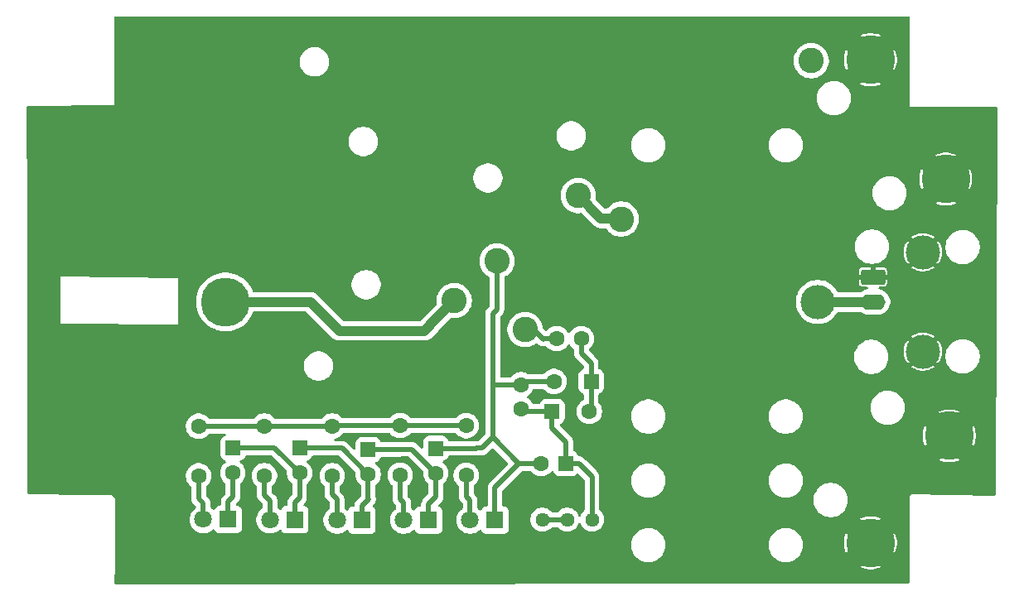
<source format=gtl>
G04 #@! TF.GenerationSoftware,KiCad,Pcbnew,9.0.4*
G04 #@! TF.CreationDate,2026-01-10T10:25:12-05:00*
G04 #@! TF.ProjectId,SignalStreamer,5369676e-616c-4537-9472-65616d65722e,rev?*
G04 #@! TF.SameCoordinates,Original*
G04 #@! TF.FileFunction,Copper,L1,Top*
G04 #@! TF.FilePolarity,Positive*
%FSLAX46Y46*%
G04 Gerber Fmt 4.6, Leading zero omitted, Abs format (unit mm)*
G04 Created by KiCad (PCBNEW 9.0.4) date 2026-01-10 10:25:12*
%MOMM*%
%LPD*%
G01*
G04 APERTURE LIST*
G04 Aperture macros list*
%AMRoundRect*
0 Rectangle with rounded corners*
0 $1 Rounding radius*
0 $2 $3 $4 $5 $6 $7 $8 $9 X,Y pos of 4 corners*
0 Add a 4 corners polygon primitive as box body*
4,1,4,$2,$3,$4,$5,$6,$7,$8,$9,$2,$3,0*
0 Add four circle primitives for the rounded corners*
1,1,$1+$1,$2,$3*
1,1,$1+$1,$4,$5*
1,1,$1+$1,$6,$7*
1,1,$1+$1,$8,$9*
0 Add four rect primitives between the rounded corners*
20,1,$1+$1,$2,$3,$4,$5,0*
20,1,$1+$1,$4,$5,$6,$7,0*
20,1,$1+$1,$6,$7,$8,$9,0*
20,1,$1+$1,$8,$9,$2,$3,0*%
G04 Aperture macros list end*
G04 #@! TA.AperFunction,ComponentPad*
%ADD10C,2.600000*%
G04 #@! TD*
G04 #@! TA.AperFunction,ComponentPad*
%ADD11C,5.000000*%
G04 #@! TD*
G04 #@! TA.AperFunction,ComponentPad*
%ADD12RoundRect,0.250000X-0.550000X0.550000X-0.550000X-0.550000X0.550000X-0.550000X0.550000X0.550000X0*%
G04 #@! TD*
G04 #@! TA.AperFunction,ComponentPad*
%ADD13C,1.600000*%
G04 #@! TD*
G04 #@! TA.AperFunction,ComponentPad*
%ADD14R,1.800000X1.800000*%
G04 #@! TD*
G04 #@! TA.AperFunction,ComponentPad*
%ADD15C,1.800000*%
G04 #@! TD*
G04 #@! TA.AperFunction,ComponentPad*
%ADD16O,2.500000X1.600000*%
G04 #@! TD*
G04 #@! TA.AperFunction,ComponentPad*
%ADD17C,3.500000*%
G04 #@! TD*
G04 #@! TA.AperFunction,ComponentPad*
%ADD18RoundRect,0.250000X-1.000000X0.550000X-1.000000X-0.550000X1.000000X-0.550000X1.000000X0.550000X0*%
G04 #@! TD*
G04 #@! TA.AperFunction,ComponentPad*
%ADD19RoundRect,0.250000X0.550000X0.550000X-0.550000X0.550000X-0.550000X-0.550000X0.550000X-0.550000X0*%
G04 #@! TD*
G04 #@! TA.AperFunction,ComponentPad*
%ADD20C,7.000000*%
G04 #@! TD*
G04 #@! TA.AperFunction,ComponentPad*
%ADD21RoundRect,0.250000X-0.550000X-0.550000X0.550000X-0.550000X0.550000X0.550000X-0.550000X0.550000X0*%
G04 #@! TD*
G04 #@! TA.AperFunction,ComponentPad*
%ADD22C,1.440000*%
G04 #@! TD*
G04 #@! TA.AperFunction,ViaPad*
%ADD23C,0.600000*%
G04 #@! TD*
G04 #@! TA.AperFunction,Conductor*
%ADD24C,0.500000*%
G04 #@! TD*
G04 #@! TA.AperFunction,Conductor*
%ADD25C,0.350000*%
G04 #@! TD*
G04 #@! TA.AperFunction,Conductor*
%ADD26C,1.000000*%
G04 #@! TD*
G04 APERTURE END LIST*
D10*
X88535900Y-83862800D03*
X91405900Y-90872800D03*
X84175900Y-87892800D03*
X96825900Y-77162800D03*
D11*
X126710000Y-63270000D03*
X134760000Y-101730000D03*
X134400000Y-75470000D03*
D12*
X82280000Y-103014315D03*
D13*
X82280000Y-105554315D03*
D14*
X61065000Y-110280000D03*
D15*
X58525000Y-110280000D03*
D13*
X85390000Y-100695000D03*
X85390000Y-105775000D03*
D12*
X61550000Y-103000000D03*
D13*
X61550000Y-105540000D03*
D16*
X126980000Y-88034900D03*
D17*
X132060000Y-82954900D03*
D18*
X126980000Y-85494900D03*
D17*
X132060000Y-93114900D03*
D19*
X95566369Y-104570000D03*
D13*
X93066369Y-104570000D03*
D11*
X126710000Y-112680000D03*
D20*
X128125000Y-70572400D03*
D12*
X75380000Y-103134315D03*
D13*
X75380000Y-105674315D03*
D17*
X121330000Y-88034900D03*
D12*
X68360000Y-103000000D03*
D13*
X68360000Y-105540000D03*
D20*
X51925000Y-105497400D03*
D13*
X71700000Y-100730000D03*
X71700000Y-105810000D03*
D11*
X60790000Y-88034900D03*
D20*
X128125000Y-105497400D03*
D13*
X91010000Y-99000000D03*
X91010000Y-96500000D03*
D14*
X81550000Y-110350000D03*
D15*
X79010000Y-110350000D03*
D10*
X101230000Y-79560000D03*
X120660000Y-63370000D03*
D21*
X94170000Y-99240000D03*
D13*
X97980000Y-99240000D03*
D20*
X51925000Y-70572400D03*
D13*
X78640000Y-100675000D03*
X78640000Y-105755000D03*
D19*
X98160686Y-96170000D03*
D13*
X94350686Y-96170000D03*
D14*
X74735000Y-110360000D03*
D15*
X72195000Y-110360000D03*
D22*
X98250000Y-110300000D03*
X95710000Y-110300000D03*
X93170000Y-110300000D03*
D13*
X97150000Y-91800000D03*
X94650000Y-91800000D03*
X58040000Y-100745000D03*
X58040000Y-105825000D03*
X64770000Y-100730000D03*
X64770000Y-105810000D03*
D14*
X67875000Y-110320000D03*
D15*
X65335000Y-110320000D03*
D14*
X88335000Y-110350000D03*
D15*
X85795000Y-110350000D03*
D23*
X118620000Y-59702400D03*
X127570000Y-59642400D03*
X116340000Y-116392400D03*
X54830000Y-116222400D03*
X109490000Y-59632400D03*
X57330000Y-116202400D03*
X112570000Y-59672400D03*
X41150000Y-70240000D03*
X68560000Y-116192400D03*
X130000000Y-62042400D03*
X75140000Y-59560000D03*
X86300000Y-116300000D03*
X64520000Y-59792400D03*
X50180000Y-66732400D03*
X83240000Y-59752400D03*
X60070000Y-116202400D03*
X41200000Y-77860000D03*
X136070000Y-107022400D03*
X41390000Y-107010000D03*
X139090000Y-83482400D03*
X44650000Y-68410000D03*
X124610000Y-59702400D03*
X41160000Y-71990000D03*
X61660000Y-59792400D03*
X41200000Y-86120000D03*
X95340000Y-59662400D03*
X41160000Y-84070000D03*
X50070000Y-116252400D03*
X78130000Y-59670000D03*
X139110000Y-73630000D03*
X90890000Y-116370000D03*
X46610000Y-68410000D03*
X45480000Y-107060000D03*
X79680000Y-116110000D03*
X100224873Y-116521019D03*
X89609787Y-59647208D03*
X50220000Y-59822400D03*
X129980000Y-116392400D03*
X69830000Y-59610000D03*
X126900000Y-116342400D03*
X107220000Y-116512400D03*
X52950000Y-59822400D03*
X119800000Y-116342400D03*
X52320000Y-116252400D03*
X139120000Y-107072400D03*
X55850000Y-59822400D03*
X139010000Y-68842400D03*
X129940000Y-64392400D03*
X41220000Y-98760000D03*
X93070000Y-116450000D03*
X50050000Y-113792400D03*
X62770000Y-116182400D03*
X65680000Y-116192400D03*
X50220000Y-62992400D03*
X50050000Y-111602400D03*
X41180000Y-75980000D03*
X98050000Y-59732400D03*
X41180000Y-88380000D03*
X139080000Y-77760000D03*
X121710000Y-59702400D03*
X139090000Y-93262400D03*
X112870000Y-116452400D03*
X47390000Y-107040000D03*
X84080000Y-116260000D03*
X139070000Y-103782400D03*
X41310000Y-102580000D03*
X103850000Y-59662400D03*
X41180000Y-68430000D03*
X92580000Y-59682400D03*
X123650000Y-116392400D03*
X41350000Y-104720000D03*
X104840000Y-116512400D03*
X50080000Y-109212400D03*
X41220000Y-92420000D03*
X129980000Y-113862400D03*
X139140000Y-71352400D03*
X41220000Y-96720000D03*
X95450000Y-116502400D03*
X139110000Y-75760000D03*
X139020000Y-89742400D03*
X106730000Y-59662400D03*
X41200000Y-90320000D03*
X97850000Y-116502400D03*
X139070000Y-86252400D03*
X71620000Y-116192400D03*
X41270000Y-100640000D03*
X74690000Y-116152400D03*
X86390000Y-59752400D03*
X43330000Y-107040000D03*
X42880000Y-68410000D03*
X135580000Y-68632400D03*
X129970000Y-66602400D03*
X81940000Y-116180000D03*
X67140000Y-59762400D03*
X41220000Y-94540000D03*
X80810000Y-59762900D03*
X115370000Y-59702400D03*
X132680000Y-68632400D03*
X138920000Y-100202400D03*
X133080000Y-106972400D03*
X88590000Y-116370000D03*
X77050000Y-116132400D03*
X129970000Y-59672400D03*
X130030000Y-110672400D03*
X139050000Y-79970000D03*
X139020000Y-96662400D03*
X41160000Y-81930000D03*
X48940000Y-107040000D03*
X72640000Y-59610000D03*
X109670000Y-116482400D03*
X102220000Y-116512400D03*
X58760000Y-59822400D03*
X101070000Y-59653380D03*
X41180000Y-73820000D03*
X41180000Y-79940000D03*
X48610000Y-68420000D03*
D24*
X97150000Y-93280000D02*
X98160686Y-94290686D01*
X98160686Y-94290686D02*
X98160686Y-96170000D01*
X98160686Y-99059314D02*
X97980000Y-99240000D01*
X98160686Y-96170000D02*
X98160686Y-99059314D01*
X97150000Y-91800000D02*
X97150000Y-93280000D01*
X91405900Y-90872800D02*
X92302800Y-90872800D01*
X93270000Y-91840000D02*
X93310000Y-91800000D01*
X93310000Y-91800000D02*
X94650000Y-91800000D01*
X92302800Y-90872800D02*
X93270000Y-91840000D01*
X94170000Y-100940000D02*
X95566369Y-102336369D01*
X91250000Y-99240000D02*
X91010000Y-99000000D01*
X95566369Y-102336369D02*
X95566369Y-104570000D01*
X95566369Y-104570000D02*
X96910000Y-104570000D01*
X96910000Y-104570000D02*
X98250000Y-105910000D01*
X98250000Y-105910000D02*
X98250000Y-110120000D01*
X94170000Y-99240000D02*
X91250000Y-99240000D01*
X94170000Y-99240000D02*
X94170000Y-100940000D01*
D25*
X43300000Y-107010000D02*
X43330000Y-107040000D01*
X49461200Y-68361200D02*
X49402400Y-68420000D01*
X64990000Y-59792400D02*
X67110000Y-59792400D01*
X42880000Y-68410000D02*
X41200000Y-68410000D01*
X104840000Y-116512400D02*
X102220000Y-116512400D01*
X139010000Y-71222400D02*
X139010000Y-68842400D01*
X67110000Y-59792400D02*
X67140000Y-59762400D01*
X41200000Y-92400000D02*
X41220000Y-92420000D01*
X86390000Y-59752400D02*
X87030000Y-59752400D01*
X119850000Y-116392400D02*
X119800000Y-116342400D01*
X126950000Y-116392400D02*
X126900000Y-116342400D01*
X139080000Y-79940000D02*
X139050000Y-79970000D01*
X41160000Y-81930000D02*
X41160000Y-84070000D01*
X47390000Y-107040000D02*
X47777368Y-107040000D01*
X50180000Y-67642400D02*
X50071200Y-67751200D01*
X93044511Y-116475489D02*
X93070000Y-116450000D01*
X116340000Y-116392400D02*
X112930000Y-116392400D01*
X41200000Y-90320000D02*
X41200000Y-92400000D01*
X50071200Y-67751200D02*
X50071200Y-68718600D01*
X129600000Y-106972400D02*
X128125000Y-105497400D01*
X109490000Y-59632400D02*
X112530000Y-59632400D01*
X52950000Y-59822400D02*
X55850000Y-59822400D01*
X83229500Y-59762900D02*
X83240000Y-59752400D01*
X77072400Y-116110000D02*
X77050000Y-116132400D01*
X115370000Y-59702400D02*
X118620000Y-59702400D01*
X139020000Y-91609900D02*
X139020000Y-93192400D01*
X93044511Y-116526911D02*
X93044511Y-116475489D01*
X112930000Y-116392400D02*
X112870000Y-116452400D01*
X69830000Y-59610000D02*
X72640000Y-59610000D01*
X45500000Y-107040000D02*
X47390000Y-107040000D01*
X50080000Y-109212400D02*
X50080000Y-111572400D01*
X130000000Y-64332400D02*
X129940000Y-64392400D01*
X50071200Y-68718600D02*
X51925000Y-70572400D01*
X52320000Y-116252400D02*
X54800000Y-116252400D01*
X100990980Y-59732400D02*
X101070000Y-59653380D01*
X84120000Y-116300000D02*
X84080000Y-116260000D01*
X41310000Y-102580000D02*
X41310000Y-104680000D01*
X50080000Y-111572400D02*
X50050000Y-111602400D01*
X50050000Y-116232400D02*
X50070000Y-116252400D01*
X75140000Y-59560000D02*
X78020000Y-59560000D01*
X95425489Y-116526911D02*
X93044511Y-116526911D01*
X139110000Y-75760000D02*
X139080000Y-75790000D01*
X61630000Y-59822400D02*
X61660000Y-59792400D01*
X81940000Y-116180000D02*
X81870000Y-116110000D01*
X95340000Y-59662400D02*
X95320000Y-59682400D01*
X62770000Y-116182400D02*
X65670000Y-116182400D01*
X109670000Y-116482400D02*
X107250000Y-116482400D01*
X139120000Y-107072400D02*
X136120000Y-107072400D01*
X41220000Y-100590000D02*
X41270000Y-100640000D01*
X50080000Y-109212400D02*
X49910000Y-109042400D01*
X97874511Y-116526911D02*
X97850000Y-116502400D01*
X74690000Y-116152400D02*
X77030000Y-116152400D01*
X78020000Y-59560000D02*
X78130000Y-59670000D01*
X112530000Y-59632400D02*
X112570000Y-59672400D01*
X41200000Y-77860000D02*
X41200000Y-79920000D01*
X49910000Y-107547574D02*
X49050489Y-106688063D01*
X50050000Y-113792400D02*
X50050000Y-116232400D01*
X50080000Y-107342400D02*
X51925000Y-105497400D01*
X135580000Y-68632400D02*
X132680000Y-68632400D01*
X130000000Y-62042400D02*
X130000000Y-64332400D01*
X136120000Y-107072400D02*
X136070000Y-107022400D01*
X130030000Y-113812400D02*
X129980000Y-113862400D01*
X41200000Y-68410000D02*
X41180000Y-68430000D01*
X129980000Y-116392400D02*
X126950000Y-116392400D01*
X95320000Y-59682400D02*
X92580000Y-59682400D01*
X132680000Y-68632400D02*
X130065000Y-68632400D01*
X50220000Y-62992400D02*
X50220000Y-59822400D01*
X48940000Y-107040000D02*
X49402426Y-107040000D01*
X50180000Y-67642400D02*
X50180000Y-66732400D01*
X127570000Y-59642400D02*
X129940000Y-59642400D01*
X77030000Y-116152400D02*
X77050000Y-116132400D01*
X41200000Y-88360000D02*
X41180000Y-88380000D01*
X49461200Y-68361200D02*
X50180000Y-67642400D01*
X80810000Y-59762900D02*
X83229500Y-59762900D01*
X45480000Y-107060000D02*
X45500000Y-107040000D01*
X86390000Y-59752400D02*
X89504595Y-59752400D01*
X41220000Y-94540000D02*
X41220000Y-96720000D01*
X57330000Y-116202400D02*
X60070000Y-116202400D01*
X130030000Y-107402400D02*
X128125000Y-105497400D01*
X41150000Y-70240000D02*
X41150000Y-71980000D01*
X81870000Y-116110000D02*
X79680000Y-116110000D01*
X41310000Y-104680000D02*
X41350000Y-104720000D01*
X98050000Y-59732400D02*
X100990980Y-59732400D01*
X130030000Y-110672400D02*
X130030000Y-113812400D01*
X89504595Y-59752400D02*
X89609787Y-59647208D01*
X107250000Y-116482400D02*
X107220000Y-116512400D01*
X50080000Y-109212400D02*
X50080000Y-107342400D01*
X121710000Y-59702400D02*
X124610000Y-59702400D01*
X64520000Y-59792400D02*
X64990000Y-59792400D01*
X41200000Y-86120000D02*
X41200000Y-88360000D01*
X68560000Y-116192400D02*
X71620000Y-116192400D01*
X48870000Y-68952400D02*
X49461200Y-68361200D01*
X41200000Y-79920000D02*
X41180000Y-79940000D01*
X49910000Y-109042400D02*
X49910000Y-107547574D01*
X129940000Y-59642400D02*
X129970000Y-59672400D01*
X46610000Y-68410000D02*
X44650000Y-68410000D01*
X90890000Y-116370000D02*
X88590000Y-116370000D01*
X79680000Y-116110000D02*
X77072400Y-116110000D01*
X58760000Y-59822400D02*
X61630000Y-59822400D01*
X41390000Y-107010000D02*
X43300000Y-107010000D01*
X41220000Y-98760000D02*
X41220000Y-100590000D01*
X130065000Y-68632400D02*
X128125000Y-70572400D01*
X129970000Y-68727400D02*
X128125000Y-70572400D01*
X41150000Y-71980000D02*
X41160000Y-71990000D01*
X65670000Y-116182400D02*
X65680000Y-116192400D01*
X103850000Y-59662400D02*
X106730000Y-59662400D01*
X130030000Y-110672400D02*
X130030000Y-107402400D01*
X139080000Y-77760000D02*
X139080000Y-79940000D01*
X139020000Y-89742400D02*
X139020000Y-91609900D01*
X54800000Y-116252400D02*
X54830000Y-116222400D01*
X129970000Y-66602400D02*
X129970000Y-68727400D01*
X123650000Y-116392400D02*
X119850000Y-116392400D01*
X49402400Y-68420000D02*
X48610000Y-68420000D01*
X100224873Y-116521019D02*
X100218981Y-116526911D01*
X138920000Y-100202400D02*
X138920000Y-103632400D01*
X133080000Y-106972400D02*
X129600000Y-106972400D01*
X79680000Y-116110000D02*
X79880000Y-116110000D01*
X139020000Y-93192400D02*
X139090000Y-93262400D01*
X139070000Y-83462400D02*
X139090000Y-83482400D01*
X138920000Y-103632400D02*
X139070000Y-103782400D01*
X100218981Y-116526911D02*
X97874511Y-116526911D01*
X41180000Y-73820000D02*
X41180000Y-75980000D01*
X95450000Y-116502400D02*
X95425489Y-116526911D01*
X104140000Y-59952400D02*
X103850000Y-59662400D01*
X86300000Y-116300000D02*
X84120000Y-116300000D01*
X49402426Y-107040000D02*
X49910000Y-107547574D01*
X139110000Y-73630000D02*
X139110000Y-75760000D01*
D24*
X90780000Y-104570000D02*
X88100000Y-101890000D01*
X88100000Y-101890000D02*
X86990000Y-103000000D01*
X88335000Y-107015000D02*
X90780000Y-104570000D01*
X88100000Y-89480000D02*
X88100000Y-89220000D01*
X86455685Y-103014315D02*
X82280000Y-103014315D01*
X88100000Y-101890000D02*
X88100000Y-96270000D01*
X91010000Y-96500000D02*
X88330000Y-96500000D01*
X86470000Y-103000000D02*
X86455685Y-103014315D01*
X91340000Y-96170000D02*
X91010000Y-96500000D01*
X88100000Y-96270000D02*
X88100000Y-89480000D01*
X86990000Y-103000000D02*
X86470000Y-103000000D01*
X88100000Y-89220000D02*
X88530000Y-88790000D01*
X93066369Y-104570000D02*
X90780000Y-104570000D01*
X88530000Y-88790000D02*
X88530000Y-88521800D01*
X88535900Y-88515900D02*
X88535900Y-83862800D01*
X94350686Y-96170000D02*
X91340000Y-96170000D01*
X88330000Y-96500000D02*
X88100000Y-96270000D01*
X88335000Y-110350000D02*
X88335000Y-107015000D01*
X82280000Y-105554315D02*
X79825685Y-103100000D01*
X81550000Y-110350000D02*
X81550000Y-108730000D01*
X82280000Y-108000000D02*
X82280000Y-105554315D01*
X78445685Y-103134315D02*
X75380000Y-103134315D01*
X79825685Y-103100000D02*
X78480000Y-103100000D01*
X78480000Y-103100000D02*
X78445685Y-103134315D01*
X81550000Y-108730000D02*
X82280000Y-108000000D01*
X79010000Y-110350000D02*
X79010000Y-108570000D01*
X79010000Y-108570000D02*
X78640000Y-108200000D01*
X78640000Y-108200000D02*
X78640000Y-105755000D01*
D26*
X96825900Y-77162800D02*
X99163100Y-79500000D01*
X99163100Y-79500000D02*
X101150000Y-79500000D01*
D24*
X74735000Y-108865000D02*
X75410000Y-108190000D01*
X75380000Y-108160000D02*
X75380000Y-105674315D01*
X75380000Y-105674315D02*
X72705685Y-103000000D01*
X74735000Y-110360000D02*
X74735000Y-108865000D01*
X72705685Y-103000000D02*
X68360000Y-103000000D01*
X75410000Y-108190000D02*
X75380000Y-108160000D01*
D26*
X60365100Y-88034900D02*
X69474900Y-88034900D01*
D24*
X61057200Y-87342800D02*
X60365100Y-88034900D01*
D26*
X69474900Y-88034900D02*
X72430000Y-90990000D01*
X72430000Y-90990000D02*
X81130000Y-90990000D01*
D24*
X81688700Y-90431300D02*
X81688700Y-90380000D01*
D26*
X81130000Y-90990000D02*
X81688700Y-90431300D01*
X81688700Y-90380000D02*
X84175900Y-87892800D01*
D24*
X85795000Y-108335000D02*
X85390000Y-107930000D01*
X85795000Y-110350000D02*
X85795000Y-108335000D01*
X85390000Y-107930000D02*
X85390000Y-105775000D01*
X64770000Y-107830000D02*
X64770000Y-105810000D01*
X65335000Y-110320000D02*
X65335000Y-108395000D01*
X65335000Y-108395000D02*
X64770000Y-107830000D01*
X61560000Y-107940000D02*
X61550000Y-107930000D01*
X61550000Y-107930000D02*
X61550000Y-105540000D01*
X61065000Y-108435000D02*
X61560000Y-107940000D01*
X61065000Y-110280000D02*
X61065000Y-108435000D01*
D26*
X126980000Y-88050000D02*
X121740000Y-88050000D01*
D24*
X121740000Y-88050000D02*
X121330000Y-87640000D01*
X121330000Y-87640000D02*
X121200000Y-87640000D01*
X71700000Y-107740000D02*
X71700000Y-105810000D01*
X72195000Y-110360000D02*
X72195000Y-108235000D01*
X72195000Y-108235000D02*
X71700000Y-107740000D01*
X64980000Y-103000000D02*
X61550000Y-103000000D01*
X67875000Y-110320000D02*
X67875000Y-108555000D01*
X67875000Y-108555000D02*
X68360000Y-108070000D01*
X65030000Y-102950000D02*
X64980000Y-103000000D01*
X68360000Y-108070000D02*
X68360000Y-105540000D01*
X68360000Y-105540000D02*
X65770000Y-102950000D01*
X65770000Y-102950000D02*
X65030000Y-102950000D01*
X58525000Y-108615000D02*
X58040000Y-108130000D01*
X58040000Y-108130000D02*
X58040000Y-105825000D01*
X58525000Y-110280000D02*
X58525000Y-108615000D01*
X58040000Y-100745000D02*
X64755000Y-100745000D01*
X71700000Y-100730000D02*
X64770000Y-100730000D01*
X85390000Y-100695000D02*
X78660000Y-100695000D01*
X95890000Y-110300000D02*
X93170000Y-110300000D01*
X64755000Y-100745000D02*
X64770000Y-100730000D01*
X71755000Y-100675000D02*
X71700000Y-100730000D01*
X78640000Y-100675000D02*
X71755000Y-100675000D01*
X78660000Y-100695000D02*
X78640000Y-100675000D01*
G04 #@! TA.AperFunction,Conductor*
G36*
X130671711Y-58842402D02*
G01*
X130718204Y-58896058D01*
X130729589Y-58948810D01*
X130699999Y-68042399D01*
X130700000Y-68042400D01*
X139564319Y-68111421D01*
X139632281Y-68131953D01*
X139678355Y-68185969D01*
X139689335Y-68238083D01*
X139480671Y-107715345D01*
X139460309Y-107783359D01*
X139406409Y-107829568D01*
X139352955Y-107840667D01*
X130680000Y-107722399D01*
X130680000Y-116726493D01*
X130659998Y-116794614D01*
X130606342Y-116841107D01*
X130554093Y-116852493D01*
X49596508Y-116912306D01*
X49528373Y-116892354D01*
X49481840Y-116838733D01*
X49470416Y-116785893D01*
X49475763Y-115162372D01*
X125641838Y-115162372D01*
X125641838Y-115162374D01*
X125675116Y-115178400D01*
X125675144Y-115178411D01*
X125961359Y-115278563D01*
X126257016Y-115346045D01*
X126558369Y-115380000D01*
X126861631Y-115380000D01*
X127162983Y-115346045D01*
X127458640Y-115278563D01*
X127744872Y-115178405D01*
X127744873Y-115178405D01*
X127778160Y-115162374D01*
X127778161Y-115162373D01*
X126710001Y-114094213D01*
X126709999Y-114094213D01*
X125641838Y-115162372D01*
X49475763Y-115162372D01*
X49483624Y-112775263D01*
X102259500Y-112775263D01*
X102259500Y-113004736D01*
X102289450Y-113232231D01*
X102289452Y-113232238D01*
X102348842Y-113453887D01*
X102436656Y-113665888D01*
X102436657Y-113665889D01*
X102436662Y-113665900D01*
X102551386Y-113864608D01*
X102551391Y-113864615D01*
X102691073Y-114046652D01*
X102691092Y-114046673D01*
X102853326Y-114208907D01*
X102853347Y-114208926D01*
X103035384Y-114348608D01*
X103035391Y-114348613D01*
X103234099Y-114463337D01*
X103234103Y-114463338D01*
X103234112Y-114463344D01*
X103446113Y-114551158D01*
X103667762Y-114610548D01*
X103667766Y-114610548D01*
X103667768Y-114610549D01*
X103726398Y-114618267D01*
X103895266Y-114640500D01*
X103895273Y-114640500D01*
X104124727Y-114640500D01*
X104124734Y-114640500D01*
X104330345Y-114613430D01*
X104352231Y-114610549D01*
X104352231Y-114610548D01*
X104352238Y-114610548D01*
X104573887Y-114551158D01*
X104785888Y-114463344D01*
X104984612Y-114348611D01*
X105166661Y-114208919D01*
X105328919Y-114046661D01*
X105468611Y-113864612D01*
X105583344Y-113665888D01*
X105671158Y-113453887D01*
X105730548Y-113232238D01*
X105760500Y-113004734D01*
X105760500Y-112775266D01*
X105760500Y-112775263D01*
X116299500Y-112775263D01*
X116299500Y-113004736D01*
X116329450Y-113232231D01*
X116329452Y-113232238D01*
X116388842Y-113453887D01*
X116476656Y-113665888D01*
X116476657Y-113665889D01*
X116476662Y-113665900D01*
X116591386Y-113864608D01*
X116591391Y-113864615D01*
X116731073Y-114046652D01*
X116731092Y-114046673D01*
X116893326Y-114208907D01*
X116893347Y-114208926D01*
X117075384Y-114348608D01*
X117075391Y-114348613D01*
X117274099Y-114463337D01*
X117274103Y-114463338D01*
X117274112Y-114463344D01*
X117486113Y-114551158D01*
X117707762Y-114610548D01*
X117707766Y-114610548D01*
X117707768Y-114610549D01*
X117766398Y-114618267D01*
X117935266Y-114640500D01*
X117935273Y-114640500D01*
X118164727Y-114640500D01*
X118164734Y-114640500D01*
X118370345Y-114613430D01*
X118392231Y-114610549D01*
X118392231Y-114610548D01*
X118392238Y-114610548D01*
X118613887Y-114551158D01*
X118825888Y-114463344D01*
X119024612Y-114348611D01*
X119206661Y-114208919D01*
X119368919Y-114046661D01*
X119508611Y-113864612D01*
X119623344Y-113665888D01*
X119711158Y-113453887D01*
X119770548Y-113232238D01*
X119800500Y-113004734D01*
X119800500Y-112775266D01*
X119770548Y-112547762D01*
X119765352Y-112528369D01*
X124010000Y-112528369D01*
X124010000Y-112831630D01*
X124043954Y-113132983D01*
X124111437Y-113428640D01*
X124111436Y-113428640D01*
X124211593Y-113714869D01*
X124227625Y-113748161D01*
X125295786Y-112680001D01*
X125295786Y-112679998D01*
X125197411Y-112581623D01*
X125460000Y-112581623D01*
X125460000Y-112778377D01*
X125490779Y-112972709D01*
X125551580Y-113159833D01*
X125640904Y-113335143D01*
X125756554Y-113494320D01*
X125895680Y-113633446D01*
X126054857Y-113749096D01*
X126230167Y-113838420D01*
X126417291Y-113899221D01*
X126611623Y-113930000D01*
X126808377Y-113930000D01*
X127002709Y-113899221D01*
X127189833Y-113838420D01*
X127365143Y-113749096D01*
X127524320Y-113633446D01*
X127663446Y-113494320D01*
X127779096Y-113335143D01*
X127868420Y-113159833D01*
X127929221Y-112972709D01*
X127960000Y-112778377D01*
X127960000Y-112679998D01*
X128124213Y-112679998D01*
X128124213Y-112680001D01*
X129192373Y-113748161D01*
X129192374Y-113748160D01*
X129208405Y-113714873D01*
X129208405Y-113714872D01*
X129308563Y-113428640D01*
X129376045Y-113132983D01*
X129410000Y-112831630D01*
X129410000Y-112528369D01*
X129376045Y-112227016D01*
X129308562Y-111931359D01*
X129308563Y-111931359D01*
X129208411Y-111645144D01*
X129208400Y-111645116D01*
X129192374Y-111611838D01*
X129192372Y-111611838D01*
X128124213Y-112679998D01*
X127960000Y-112679998D01*
X127960000Y-112581623D01*
X127929221Y-112387291D01*
X127868420Y-112200167D01*
X127779096Y-112024857D01*
X127663446Y-111865680D01*
X127524320Y-111726554D01*
X127365143Y-111610904D01*
X127189833Y-111521580D01*
X127002709Y-111460779D01*
X126808377Y-111430000D01*
X126611623Y-111430000D01*
X126417291Y-111460779D01*
X126230167Y-111521580D01*
X126054857Y-111610904D01*
X125895680Y-111726554D01*
X125756554Y-111865680D01*
X125640904Y-112024857D01*
X125551580Y-112200167D01*
X125490779Y-112387291D01*
X125460000Y-112581623D01*
X125197411Y-112581623D01*
X124227625Y-111611837D01*
X124211593Y-111645131D01*
X124111436Y-111931359D01*
X124043954Y-112227016D01*
X124010000Y-112528369D01*
X119765352Y-112528369D01*
X119711158Y-112326113D01*
X119623344Y-112114112D01*
X119623338Y-112114103D01*
X119623337Y-112114099D01*
X119508613Y-111915391D01*
X119508608Y-111915384D01*
X119368926Y-111733347D01*
X119368907Y-111733326D01*
X119206673Y-111571092D01*
X119206652Y-111571073D01*
X119024615Y-111431391D01*
X119024608Y-111431386D01*
X118825900Y-111316662D01*
X118825892Y-111316658D01*
X118825888Y-111316656D01*
X118613887Y-111228842D01*
X118462501Y-111188278D01*
X118392231Y-111169450D01*
X118164736Y-111139500D01*
X118164734Y-111139500D01*
X117935266Y-111139500D01*
X117935263Y-111139500D01*
X117707768Y-111169450D01*
X117489733Y-111227872D01*
X117486113Y-111228842D01*
X117280870Y-111313857D01*
X117274110Y-111316657D01*
X117274099Y-111316662D01*
X117075391Y-111431386D01*
X117075384Y-111431391D01*
X116893347Y-111571073D01*
X116893326Y-111571092D01*
X116731092Y-111733326D01*
X116731073Y-111733347D01*
X116591391Y-111915384D01*
X116591386Y-111915391D01*
X116476662Y-112114099D01*
X116476657Y-112114110D01*
X116476656Y-112114112D01*
X116388842Y-112326113D01*
X116329450Y-112547768D01*
X116299500Y-112775263D01*
X105760500Y-112775263D01*
X105730548Y-112547762D01*
X105671158Y-112326113D01*
X105583344Y-112114112D01*
X105583338Y-112114103D01*
X105583337Y-112114099D01*
X105468613Y-111915391D01*
X105468608Y-111915384D01*
X105328926Y-111733347D01*
X105328907Y-111733326D01*
X105166673Y-111571092D01*
X105166652Y-111571073D01*
X104984615Y-111431391D01*
X104984608Y-111431386D01*
X104785900Y-111316662D01*
X104785892Y-111316658D01*
X104785888Y-111316656D01*
X104573887Y-111228842D01*
X104422501Y-111188278D01*
X104352231Y-111169450D01*
X104124736Y-111139500D01*
X104124734Y-111139500D01*
X103895266Y-111139500D01*
X103895263Y-111139500D01*
X103667768Y-111169450D01*
X103449733Y-111227872D01*
X103446113Y-111228842D01*
X103240870Y-111313857D01*
X103234110Y-111316657D01*
X103234099Y-111316662D01*
X103035391Y-111431386D01*
X103035384Y-111431391D01*
X102853347Y-111571073D01*
X102853326Y-111571092D01*
X102691092Y-111733326D01*
X102691073Y-111733347D01*
X102551391Y-111915384D01*
X102551386Y-111915391D01*
X102436662Y-112114099D01*
X102436657Y-112114110D01*
X102436656Y-112114112D01*
X102348842Y-112326113D01*
X102289450Y-112547768D01*
X102259500Y-112775263D01*
X49483624Y-112775263D01*
X49487119Y-111714091D01*
X49500000Y-107802399D01*
X46790479Y-107792401D01*
X46789678Y-107792396D01*
X40704452Y-107731250D01*
X40636536Y-107710564D01*
X40590584Y-107656444D01*
X40579718Y-107605541D01*
X40563961Y-100642648D01*
X56739500Y-100642648D01*
X56739500Y-100847352D01*
X56765882Y-101013916D01*
X56771524Y-101049538D01*
X56781070Y-101078919D01*
X56834780Y-101244219D01*
X56877443Y-101327950D01*
X56927714Y-101426612D01*
X57048034Y-101592220D01*
X57192779Y-101736965D01*
X57337741Y-101842285D01*
X57358390Y-101857287D01*
X57540781Y-101950220D01*
X57735466Y-102013477D01*
X57937648Y-102045500D01*
X57937651Y-102045500D01*
X58142349Y-102045500D01*
X58142352Y-102045500D01*
X58344534Y-102013477D01*
X58539219Y-101950220D01*
X58721610Y-101857287D01*
X58887219Y-101736966D01*
X59031966Y-101592219D01*
X59064500Y-101547438D01*
X59120722Y-101504085D01*
X59166436Y-101495500D01*
X60713707Y-101495500D01*
X60781828Y-101515502D01*
X60828321Y-101569158D01*
X60838425Y-101639432D01*
X60808931Y-101704012D01*
X60753340Y-101741104D01*
X60680665Y-101765185D01*
X60531343Y-101857288D01*
X60531337Y-101857293D01*
X60407293Y-101981337D01*
X60407288Y-101981343D01*
X60315185Y-102130665D01*
X60260002Y-102297196D01*
X60260000Y-102297208D01*
X60249500Y-102399982D01*
X60249500Y-103600009D01*
X60260000Y-103702797D01*
X60315185Y-103869334D01*
X60407288Y-104018656D01*
X60407293Y-104018662D01*
X60531337Y-104142706D01*
X60531343Y-104142711D01*
X60531344Y-104142712D01*
X60598627Y-104184212D01*
X60680662Y-104234812D01*
X60680663Y-104234812D01*
X60680666Y-104234814D01*
X60758873Y-104260729D01*
X60817242Y-104301141D01*
X60844498Y-104366697D01*
X60831985Y-104436582D01*
X60793299Y-104482268D01*
X60702782Y-104548032D01*
X60702778Y-104548035D01*
X60558034Y-104692779D01*
X60437714Y-104858387D01*
X60344781Y-105040779D01*
X60344778Y-105040785D01*
X60281524Y-105235461D01*
X60281523Y-105235464D01*
X60281523Y-105235466D01*
X60249500Y-105437648D01*
X60249500Y-105642352D01*
X60280564Y-105838477D01*
X60281524Y-105844538D01*
X60325164Y-105978849D01*
X60344780Y-106039219D01*
X60413217Y-106173534D01*
X60437714Y-106221612D01*
X60558034Y-106387220D01*
X60702769Y-106531955D01*
X60702776Y-106531961D01*
X60702781Y-106531966D01*
X60722487Y-106546283D01*
X60747560Y-106564499D01*
X60790914Y-106620721D01*
X60799500Y-106666436D01*
X60799500Y-107586941D01*
X60779498Y-107655062D01*
X60762595Y-107676036D01*
X60482051Y-107956579D01*
X60482048Y-107956583D01*
X60447465Y-108008342D01*
X60399915Y-108079506D01*
X60343343Y-108216083D01*
X60343342Y-108216086D01*
X60333829Y-108263913D01*
X60315612Y-108355495D01*
X60314500Y-108361083D01*
X60314500Y-108753500D01*
X60294498Y-108821621D01*
X60240842Y-108868114D01*
X60188502Y-108879500D01*
X60117134Y-108879500D01*
X60117113Y-108879502D01*
X60057519Y-108885908D01*
X60057518Y-108885908D01*
X59922673Y-108936201D01*
X59922670Y-108936203D01*
X59807453Y-109022453D01*
X59721203Y-109137670D01*
X59721202Y-109137671D01*
X59692486Y-109214664D01*
X59674930Y-109238115D01*
X59659863Y-109263246D01*
X59653914Y-109266189D01*
X59649939Y-109271500D01*
X59622492Y-109281737D01*
X59596230Y-109294732D01*
X59589635Y-109293992D01*
X59583419Y-109296311D01*
X59554788Y-109290082D01*
X59525676Y-109286817D01*
X59518920Y-109282280D01*
X59514045Y-109281220D01*
X59494917Y-109268375D01*
X59489903Y-109264296D01*
X59437365Y-109211758D01*
X59324653Y-109129868D01*
X59321987Y-109127699D01*
X59303748Y-109101169D01*
X59284085Y-109075670D01*
X59283283Y-109071402D01*
X59281766Y-109069195D01*
X59281547Y-109062155D01*
X59275500Y-109029956D01*
X59275500Y-108541086D01*
X59275500Y-108541082D01*
X59266350Y-108495084D01*
X59264442Y-108485494D01*
X59262799Y-108477233D01*
X59246659Y-108396088D01*
X59202265Y-108288912D01*
X59196054Y-108273917D01*
X59196054Y-108273916D01*
X59190085Y-108259507D01*
X59190084Y-108259505D01*
X59116189Y-108148913D01*
X59116189Y-108148912D01*
X59107954Y-108136588D01*
X59107951Y-108136584D01*
X58827404Y-107856036D01*
X58793379Y-107793724D01*
X58790500Y-107766941D01*
X58790500Y-106951436D01*
X58810502Y-106883315D01*
X58842440Y-106849499D01*
X58853600Y-106841391D01*
X58887219Y-106816966D01*
X59031966Y-106672219D01*
X59152287Y-106506610D01*
X59245220Y-106324219D01*
X59308477Y-106129534D01*
X59340500Y-105927352D01*
X59340500Y-105722648D01*
X59308477Y-105520466D01*
X59245220Y-105325781D01*
X59152287Y-105143390D01*
X59106554Y-105080443D01*
X59031965Y-104977779D01*
X58887220Y-104833034D01*
X58721612Y-104712714D01*
X58662017Y-104682349D01*
X58539219Y-104619780D01*
X58539216Y-104619779D01*
X58539214Y-104619778D01*
X58344538Y-104556524D01*
X58344536Y-104556523D01*
X58344534Y-104556523D01*
X58142352Y-104524500D01*
X57937648Y-104524500D01*
X57735466Y-104556523D01*
X57735464Y-104556523D01*
X57735461Y-104556524D01*
X57540785Y-104619778D01*
X57540779Y-104619781D01*
X57358387Y-104712714D01*
X57192779Y-104833034D01*
X57048034Y-104977779D01*
X56927714Y-105143387D01*
X56834781Y-105325779D01*
X56834778Y-105325785D01*
X56771524Y-105520461D01*
X56771523Y-105520464D01*
X56771523Y-105520466D01*
X56739500Y-105722648D01*
X56739500Y-105927352D01*
X56769148Y-106114538D01*
X56771524Y-106129538D01*
X56829906Y-106309220D01*
X56834780Y-106324219D01*
X56885995Y-106424734D01*
X56927714Y-106506612D01*
X57048034Y-106672220D01*
X57192769Y-106816955D01*
X57192776Y-106816961D01*
X57192781Y-106816966D01*
X57226393Y-106841386D01*
X57237560Y-106849499D01*
X57280914Y-106905721D01*
X57289500Y-106951436D01*
X57289500Y-108203918D01*
X57315791Y-108336087D01*
X57318342Y-108348913D01*
X57318343Y-108348916D01*
X57374915Y-108485494D01*
X57399943Y-108522951D01*
X57457046Y-108608414D01*
X57737595Y-108888963D01*
X57752539Y-108916331D01*
X57769396Y-108942560D01*
X57770301Y-108948858D01*
X57771621Y-108951275D01*
X57774500Y-108978058D01*
X57774500Y-109029956D01*
X57754498Y-109098077D01*
X57722561Y-109131892D01*
X57612632Y-109211760D01*
X57612629Y-109211762D01*
X57456762Y-109367629D01*
X57456760Y-109367632D01*
X57327187Y-109545974D01*
X57227106Y-109742392D01*
X57227103Y-109742398D01*
X57184558Y-109873342D01*
X57158985Y-109952049D01*
X57124500Y-110169778D01*
X57124500Y-110390222D01*
X57158985Y-110607951D01*
X57158986Y-110607954D01*
X57211152Y-110768509D01*
X57227105Y-110817606D01*
X57327185Y-111014022D01*
X57456758Y-111192365D01*
X57456760Y-111192367D01*
X57456762Y-111192370D01*
X57612629Y-111348237D01*
X57612632Y-111348239D01*
X57612635Y-111348242D01*
X57790978Y-111477815D01*
X57987394Y-111577895D01*
X58197049Y-111646015D01*
X58414778Y-111680500D01*
X58414781Y-111680500D01*
X58635219Y-111680500D01*
X58635222Y-111680500D01*
X58852951Y-111646015D01*
X59062606Y-111577895D01*
X59259022Y-111477815D01*
X59437365Y-111348242D01*
X59485336Y-111300270D01*
X59547646Y-111266247D01*
X59618461Y-111271311D01*
X59675297Y-111313857D01*
X59692486Y-111345335D01*
X59721202Y-111422328D01*
X59721203Y-111422329D01*
X59721204Y-111422331D01*
X59749845Y-111460591D01*
X59807453Y-111537546D01*
X59860887Y-111577546D01*
X59922669Y-111623796D01*
X59922671Y-111623796D01*
X59922673Y-111623798D01*
X59979831Y-111645116D01*
X60057514Y-111674090D01*
X60057517Y-111674091D01*
X60117127Y-111680500D01*
X62012872Y-111680499D01*
X62072483Y-111674091D01*
X62207331Y-111623796D01*
X62322546Y-111537546D01*
X62408796Y-111422331D01*
X62410322Y-111418241D01*
X62428213Y-111370272D01*
X62459091Y-111287483D01*
X62465500Y-111227873D01*
X62465499Y-109332128D01*
X62459091Y-109272517D01*
X62436429Y-109211758D01*
X62408798Y-109137673D01*
X62408796Y-109137670D01*
X62408796Y-109137669D01*
X62362556Y-109075900D01*
X62322546Y-109022453D01*
X62227463Y-108951275D01*
X62207331Y-108936204D01*
X62207329Y-108936203D01*
X62207326Y-108936201D01*
X62072483Y-108885909D01*
X62072486Y-108885909D01*
X62012878Y-108879500D01*
X62012873Y-108879500D01*
X61986058Y-108879500D01*
X61917937Y-108859498D01*
X61871444Y-108805842D01*
X61861340Y-108735568D01*
X61890834Y-108670988D01*
X61896949Y-108664418D01*
X62142952Y-108418416D01*
X62225084Y-108295494D01*
X62281659Y-108158912D01*
X62310500Y-108013917D01*
X62310500Y-107866082D01*
X62302921Y-107827979D01*
X62300500Y-107803397D01*
X62300500Y-106666436D01*
X62320502Y-106598315D01*
X62352440Y-106564499D01*
X62397219Y-106531966D01*
X62541966Y-106387219D01*
X62662287Y-106221610D01*
X62755220Y-106039219D01*
X62818477Y-105844534D01*
X62850500Y-105642352D01*
X62850500Y-105437648D01*
X62818477Y-105235466D01*
X62755220Y-105040781D01*
X62662287Y-104858390D01*
X62657201Y-104851389D01*
X62541965Y-104692779D01*
X62397220Y-104548034D01*
X62306701Y-104482269D01*
X62263346Y-104426046D01*
X62257270Y-104355310D01*
X62290402Y-104292518D01*
X62341125Y-104260729D01*
X62419334Y-104234814D01*
X62568656Y-104142712D01*
X62692712Y-104018656D01*
X62784814Y-103869334D01*
X62795573Y-103836866D01*
X62835987Y-103778495D01*
X62901544Y-103751240D01*
X62915177Y-103750500D01*
X65053913Y-103750500D01*
X65053917Y-103750500D01*
X65053918Y-103750500D01*
X65198913Y-103721658D01*
X65226839Y-103710090D01*
X65235148Y-103708437D01*
X65239558Y-103705604D01*
X65275056Y-103700500D01*
X65406942Y-103700500D01*
X65475063Y-103720502D01*
X65496037Y-103737405D01*
X66268132Y-104509500D01*
X67032805Y-105274172D01*
X67066830Y-105336484D01*
X67068159Y-105382977D01*
X67059500Y-105437648D01*
X67059500Y-105642352D01*
X67090564Y-105838477D01*
X67091524Y-105844538D01*
X67135164Y-105978849D01*
X67154780Y-106039219D01*
X67223217Y-106173534D01*
X67247714Y-106221612D01*
X67368034Y-106387220D01*
X67512769Y-106531955D01*
X67512776Y-106531961D01*
X67512781Y-106531966D01*
X67532487Y-106546283D01*
X67557560Y-106564499D01*
X67600914Y-106620721D01*
X67609500Y-106666436D01*
X67609500Y-107706941D01*
X67589498Y-107775062D01*
X67572595Y-107796036D01*
X67292053Y-108076577D01*
X67292047Y-108076584D01*
X67265655Y-108116085D01*
X67265654Y-108116087D01*
X67209916Y-108199504D01*
X67153343Y-108336083D01*
X67153342Y-108336086D01*
X67153342Y-108336087D01*
X67125031Y-108478416D01*
X67124500Y-108481083D01*
X67124500Y-108793500D01*
X67104498Y-108861621D01*
X67050842Y-108908114D01*
X66998502Y-108919500D01*
X66927134Y-108919500D01*
X66927113Y-108919502D01*
X66867519Y-108925908D01*
X66867518Y-108925908D01*
X66732673Y-108976201D01*
X66732670Y-108976203D01*
X66617453Y-109062453D01*
X66531203Y-109177670D01*
X66531202Y-109177671D01*
X66502486Y-109254664D01*
X66484930Y-109278115D01*
X66469863Y-109303246D01*
X66463914Y-109306189D01*
X66459939Y-109311500D01*
X66432492Y-109321737D01*
X66406230Y-109334732D01*
X66399635Y-109333992D01*
X66393419Y-109336311D01*
X66364788Y-109330082D01*
X66335676Y-109326817D01*
X66328920Y-109322280D01*
X66324045Y-109321220D01*
X66304917Y-109308375D01*
X66299903Y-109304296D01*
X66247365Y-109251758D01*
X66134653Y-109169868D01*
X66131987Y-109167699D01*
X66113748Y-109141169D01*
X66094085Y-109115670D01*
X66093283Y-109111402D01*
X66091766Y-109109195D01*
X66091547Y-109102155D01*
X66085500Y-109069956D01*
X66085500Y-108321079D01*
X66073565Y-108261083D01*
X66073565Y-108261082D01*
X66071676Y-108251584D01*
X66056659Y-108176088D01*
X66016653Y-108079506D01*
X66014338Y-108073918D01*
X66000086Y-108039510D01*
X66000084Y-108039505D01*
X65984437Y-108016088D01*
X65917951Y-107916584D01*
X65813416Y-107812049D01*
X65690499Y-107689132D01*
X65557404Y-107556036D01*
X65523379Y-107493724D01*
X65520500Y-107466941D01*
X65520500Y-106936436D01*
X65540502Y-106868315D01*
X65572440Y-106834499D01*
X65574070Y-106833315D01*
X65617219Y-106801966D01*
X65761966Y-106657219D01*
X65882287Y-106491610D01*
X65975220Y-106309219D01*
X66038477Y-106114534D01*
X66070500Y-105912352D01*
X66070500Y-105707648D01*
X66038477Y-105505466D01*
X65975220Y-105310781D01*
X65882287Y-105128390D01*
X65847452Y-105080443D01*
X65761965Y-104962779D01*
X65617220Y-104818034D01*
X65451612Y-104697714D01*
X65421456Y-104682349D01*
X65269219Y-104604780D01*
X65269216Y-104604779D01*
X65269214Y-104604778D01*
X65074538Y-104541524D01*
X65074536Y-104541523D01*
X65074534Y-104541523D01*
X64872352Y-104509500D01*
X64667648Y-104509500D01*
X64465466Y-104541523D01*
X64465464Y-104541523D01*
X64465461Y-104541524D01*
X64270785Y-104604778D01*
X64270779Y-104604781D01*
X64088387Y-104697714D01*
X63922779Y-104818034D01*
X63778034Y-104962779D01*
X63657714Y-105128387D01*
X63564781Y-105310779D01*
X63564778Y-105310785D01*
X63501524Y-105505461D01*
X63501523Y-105505464D01*
X63501523Y-105505466D01*
X63469500Y-105707648D01*
X63469500Y-105912352D01*
X63501523Y-106114534D01*
X63501524Y-106114538D01*
X63553407Y-106274219D01*
X63564780Y-106309219D01*
X63623638Y-106424734D01*
X63657714Y-106491612D01*
X63778034Y-106657220D01*
X63922769Y-106801955D01*
X63922776Y-106801961D01*
X63922781Y-106801966D01*
X63965930Y-106833315D01*
X63967560Y-106834499D01*
X64010914Y-106890721D01*
X64019500Y-106936436D01*
X64019500Y-107903918D01*
X64034536Y-107979505D01*
X64048342Y-108048913D01*
X64048343Y-108048916D01*
X64061014Y-108079506D01*
X64104916Y-108185495D01*
X64126913Y-108218416D01*
X64127244Y-108218911D01*
X64127245Y-108218913D01*
X64163997Y-108273918D01*
X64187048Y-108308416D01*
X64383614Y-108504982D01*
X64547595Y-108668962D01*
X64581620Y-108731275D01*
X64584500Y-108758058D01*
X64584500Y-109069956D01*
X64564498Y-109138077D01*
X64532561Y-109171892D01*
X64422632Y-109251760D01*
X64422629Y-109251762D01*
X64266762Y-109407629D01*
X64266760Y-109407632D01*
X64137187Y-109585974D01*
X64037106Y-109782392D01*
X64037103Y-109782398D01*
X63979022Y-109961157D01*
X63968985Y-109992049D01*
X63934500Y-110209778D01*
X63934500Y-110430222D01*
X63968985Y-110647951D01*
X63968986Y-110647954D01*
X64024108Y-110817607D01*
X64037105Y-110857606D01*
X64137185Y-111054022D01*
X64137187Y-111054025D01*
X64149158Y-111070502D01*
X64266758Y-111232365D01*
X64266760Y-111232367D01*
X64266762Y-111232370D01*
X64422629Y-111388237D01*
X64422632Y-111388239D01*
X64422635Y-111388242D01*
X64600978Y-111517815D01*
X64797394Y-111617895D01*
X65007049Y-111686015D01*
X65224778Y-111720500D01*
X65224781Y-111720500D01*
X65445219Y-111720500D01*
X65445222Y-111720500D01*
X65662951Y-111686015D01*
X65872606Y-111617895D01*
X66069022Y-111517815D01*
X66247365Y-111388242D01*
X66295336Y-111340270D01*
X66357646Y-111306247D01*
X66428461Y-111311311D01*
X66485297Y-111353857D01*
X66502486Y-111385335D01*
X66531202Y-111462328D01*
X66531203Y-111462329D01*
X66531204Y-111462331D01*
X66552250Y-111490445D01*
X66617453Y-111577546D01*
X66662014Y-111610904D01*
X66732669Y-111663796D01*
X66732671Y-111663796D01*
X66732673Y-111663798D01*
X66792236Y-111686013D01*
X66867514Y-111714090D01*
X66867517Y-111714091D01*
X66927127Y-111720500D01*
X68822872Y-111720499D01*
X68882483Y-111714091D01*
X69017331Y-111663796D01*
X69132546Y-111577546D01*
X69218796Y-111462331D01*
X69269091Y-111327483D01*
X69275500Y-111267873D01*
X69275499Y-109372128D01*
X69269091Y-109312517D01*
X69233716Y-109217671D01*
X69218798Y-109177673D01*
X69218796Y-109177670D01*
X69218796Y-109177669D01*
X69172384Y-109115670D01*
X69132546Y-109062453D01*
X69055591Y-109004845D01*
X69017331Y-108976204D01*
X69017329Y-108976203D01*
X69017326Y-108976201D01*
X68882483Y-108925909D01*
X68882486Y-108925909D01*
X68858077Y-108923285D01*
X68792485Y-108896114D01*
X68751996Y-108837795D01*
X68749464Y-108766843D01*
X68782451Y-108708915D01*
X68942952Y-108548415D01*
X68990514Y-108477233D01*
X69025084Y-108425495D01*
X69068333Y-108321083D01*
X69081659Y-108288912D01*
X69109506Y-108148913D01*
X69110500Y-108143918D01*
X69110500Y-106666436D01*
X69130502Y-106598315D01*
X69162440Y-106564499D01*
X69207219Y-106531966D01*
X69351966Y-106387219D01*
X69472287Y-106221610D01*
X69565220Y-106039219D01*
X69628477Y-105844534D01*
X69660500Y-105642352D01*
X69660500Y-105437648D01*
X69628477Y-105235466D01*
X69565220Y-105040781D01*
X69472287Y-104858390D01*
X69467201Y-104851389D01*
X69351965Y-104692779D01*
X69207220Y-104548034D01*
X69116701Y-104482269D01*
X69073346Y-104426046D01*
X69067270Y-104355310D01*
X69100402Y-104292518D01*
X69151125Y-104260729D01*
X69229334Y-104234814D01*
X69378656Y-104142712D01*
X69502712Y-104018656D01*
X69594814Y-103869334D01*
X69605573Y-103836866D01*
X69645987Y-103778495D01*
X69711544Y-103751240D01*
X69725177Y-103750500D01*
X72342627Y-103750500D01*
X72410748Y-103770502D01*
X72431722Y-103787405D01*
X74052805Y-105408487D01*
X74086830Y-105470799D01*
X74088159Y-105517292D01*
X74079500Y-105571963D01*
X74079500Y-105776667D01*
X74100991Y-105912352D01*
X74111524Y-105978853D01*
X74160484Y-106129538D01*
X74174780Y-106173534D01*
X74264239Y-106349106D01*
X74267714Y-106355927D01*
X74388034Y-106521535D01*
X74532769Y-106666270D01*
X74532776Y-106666276D01*
X74532781Y-106666281D01*
X74540954Y-106672219D01*
X74577560Y-106698814D01*
X74620914Y-106755036D01*
X74629500Y-106800751D01*
X74629500Y-107856941D01*
X74609498Y-107925062D01*
X74592595Y-107946036D01*
X74152051Y-108386579D01*
X74152045Y-108386587D01*
X74113352Y-108444498D01*
X74113351Y-108444500D01*
X74069916Y-108509505D01*
X74013343Y-108646083D01*
X74013342Y-108646086D01*
X73984500Y-108791083D01*
X73984500Y-108833500D01*
X73964498Y-108901621D01*
X73910842Y-108948114D01*
X73858502Y-108959500D01*
X73787134Y-108959500D01*
X73787113Y-108959502D01*
X73727519Y-108965908D01*
X73727518Y-108965908D01*
X73592673Y-109016201D01*
X73592670Y-109016203D01*
X73477453Y-109102453D01*
X73391203Y-109217670D01*
X73391202Y-109217671D01*
X73362486Y-109294664D01*
X73344930Y-109318115D01*
X73329863Y-109343246D01*
X73323914Y-109346189D01*
X73319939Y-109351500D01*
X73292492Y-109361737D01*
X73266230Y-109374732D01*
X73259635Y-109373992D01*
X73253419Y-109376311D01*
X73224788Y-109370082D01*
X73195676Y-109366817D01*
X73188920Y-109362280D01*
X73184045Y-109361220D01*
X73164917Y-109348375D01*
X73159903Y-109344296D01*
X73107365Y-109291758D01*
X72994653Y-109209868D01*
X72991987Y-109207699D01*
X72973748Y-109181169D01*
X72954085Y-109155670D01*
X72953283Y-109151402D01*
X72951766Y-109149195D01*
X72951547Y-109142155D01*
X72945500Y-109109956D01*
X72945500Y-108161083D01*
X72945499Y-108161079D01*
X72945068Y-108158913D01*
X72932454Y-108095495D01*
X72916659Y-108016088D01*
X72879358Y-107926036D01*
X72875443Y-107916584D01*
X72875443Y-107916583D01*
X72860086Y-107879510D01*
X72860085Y-107879507D01*
X72849539Y-107863724D01*
X72816260Y-107813917D01*
X72777952Y-107756584D01*
X72777951Y-107756583D01*
X72777948Y-107756579D01*
X72487405Y-107466036D01*
X72453379Y-107403724D01*
X72450500Y-107376941D01*
X72450500Y-106936436D01*
X72470502Y-106868315D01*
X72502440Y-106834499D01*
X72504070Y-106833315D01*
X72547219Y-106801966D01*
X72691966Y-106657219D01*
X72812287Y-106491610D01*
X72905220Y-106309219D01*
X72968477Y-106114534D01*
X73000500Y-105912352D01*
X73000500Y-105707648D01*
X72968477Y-105505466D01*
X72905220Y-105310781D01*
X72812287Y-105128390D01*
X72777452Y-105080443D01*
X72691965Y-104962779D01*
X72547220Y-104818034D01*
X72381612Y-104697714D01*
X72351456Y-104682349D01*
X72199219Y-104604780D01*
X72199216Y-104604779D01*
X72199214Y-104604778D01*
X72004538Y-104541524D01*
X72004536Y-104541523D01*
X72004534Y-104541523D01*
X71802352Y-104509500D01*
X71597648Y-104509500D01*
X71395466Y-104541523D01*
X71395464Y-104541523D01*
X71395461Y-104541524D01*
X71200785Y-104604778D01*
X71200779Y-104604781D01*
X71018387Y-104697714D01*
X70852779Y-104818034D01*
X70708034Y-104962779D01*
X70587714Y-105128387D01*
X70494781Y-105310779D01*
X70494778Y-105310785D01*
X70431524Y-105505461D01*
X70431523Y-105505464D01*
X70431523Y-105505466D01*
X70399500Y-105707648D01*
X70399500Y-105912352D01*
X70431523Y-106114534D01*
X70431524Y-106114538D01*
X70483407Y-106274219D01*
X70494780Y-106309219D01*
X70553638Y-106424734D01*
X70587714Y-106491612D01*
X70708034Y-106657220D01*
X70852769Y-106801955D01*
X70852776Y-106801961D01*
X70852781Y-106801966D01*
X70895930Y-106833315D01*
X70897560Y-106834499D01*
X70940914Y-106890721D01*
X70949500Y-106936436D01*
X70949500Y-107813918D01*
X70971802Y-107926036D01*
X70978342Y-107958913D01*
X70978343Y-107958916D01*
X71027080Y-108076577D01*
X71034916Y-108095495D01*
X71062371Y-108136585D01*
X71066886Y-108143342D01*
X71114434Y-108214505D01*
X71117048Y-108218416D01*
X71407596Y-108508964D01*
X71441620Y-108571275D01*
X71444500Y-108598058D01*
X71444500Y-109109956D01*
X71424498Y-109178077D01*
X71392561Y-109211892D01*
X71282632Y-109291760D01*
X71282629Y-109291762D01*
X71126762Y-109447629D01*
X71126760Y-109447632D01*
X70997187Y-109625974D01*
X70897106Y-109822392D01*
X70897103Y-109822398D01*
X70832235Y-110022045D01*
X70828985Y-110032049D01*
X70794500Y-110249778D01*
X70794500Y-110470222D01*
X70828985Y-110687951D01*
X70828986Y-110687954D01*
X70893855Y-110887606D01*
X70897105Y-110897606D01*
X70995952Y-111091602D01*
X70997187Y-111094025D01*
X70997971Y-111095104D01*
X71126758Y-111272365D01*
X71126760Y-111272367D01*
X71126762Y-111272370D01*
X71282629Y-111428237D01*
X71282632Y-111428239D01*
X71282635Y-111428242D01*
X71460978Y-111557815D01*
X71657394Y-111657895D01*
X71867049Y-111726015D01*
X72084778Y-111760500D01*
X72084781Y-111760500D01*
X72305219Y-111760500D01*
X72305222Y-111760500D01*
X72522951Y-111726015D01*
X72732606Y-111657895D01*
X72929022Y-111557815D01*
X73107365Y-111428242D01*
X73155336Y-111380270D01*
X73217646Y-111346247D01*
X73288461Y-111351311D01*
X73345297Y-111393857D01*
X73362486Y-111425335D01*
X73391202Y-111502328D01*
X73391203Y-111502329D01*
X73391204Y-111502331D01*
X73405614Y-111521580D01*
X73477453Y-111617546D01*
X73517992Y-111647893D01*
X73592669Y-111703796D01*
X73592671Y-111703796D01*
X73592673Y-111703798D01*
X73652236Y-111726013D01*
X73727514Y-111754090D01*
X73727517Y-111754091D01*
X73787127Y-111760500D01*
X75682872Y-111760499D01*
X75742483Y-111754091D01*
X75877331Y-111703796D01*
X75992546Y-111617546D01*
X76078796Y-111502331D01*
X76083229Y-111490447D01*
X76105255Y-111431391D01*
X76129091Y-111367483D01*
X76135500Y-111307873D01*
X76135499Y-109412128D01*
X76129091Y-109352517D01*
X76104587Y-109286817D01*
X76078798Y-109217673D01*
X76078796Y-109217670D01*
X76078796Y-109217669D01*
X76032384Y-109155670D01*
X75992546Y-109102453D01*
X75895701Y-109029956D01*
X75877331Y-109016204D01*
X75877329Y-109016203D01*
X75877325Y-109016200D01*
X75874877Y-109014863D01*
X75872906Y-109012892D01*
X75870117Y-109010804D01*
X75870417Y-109010402D01*
X75824680Y-108964656D01*
X75809596Y-108895280D01*
X75834414Y-108828763D01*
X75846169Y-108815197D01*
X75992951Y-108668416D01*
X76075084Y-108545495D01*
X76131658Y-108408913D01*
X76160500Y-108263918D01*
X76160500Y-108116083D01*
X76156405Y-108095494D01*
X76132920Y-107977434D01*
X76130500Y-107952856D01*
X76130500Y-106800751D01*
X76150502Y-106732630D01*
X76182440Y-106698814D01*
X76207302Y-106680751D01*
X76227219Y-106666281D01*
X76371966Y-106521534D01*
X76492287Y-106355925D01*
X76585220Y-106173534D01*
X76648477Y-105978849D01*
X76680500Y-105776667D01*
X76680500Y-105571963D01*
X76648477Y-105369781D01*
X76585220Y-105175096D01*
X76492287Y-104992705D01*
X76470545Y-104962779D01*
X76371965Y-104827094D01*
X76227220Y-104682349D01*
X76136701Y-104616584D01*
X76093346Y-104560361D01*
X76087270Y-104489625D01*
X76120402Y-104426833D01*
X76171125Y-104395044D01*
X76249334Y-104369129D01*
X76398656Y-104277027D01*
X76522712Y-104152971D01*
X76614814Y-104003649D01*
X76625573Y-103971181D01*
X76665987Y-103912810D01*
X76731544Y-103885555D01*
X76745177Y-103884815D01*
X78519598Y-103884815D01*
X78519602Y-103884815D01*
X78519603Y-103884815D01*
X78664598Y-103855973D01*
X78664600Y-103855971D01*
X78664605Y-103855971D01*
X78664761Y-103855924D01*
X78665081Y-103855876D01*
X78670669Y-103854765D01*
X78670723Y-103855039D01*
X78701331Y-103850500D01*
X79462627Y-103850500D01*
X79530748Y-103870502D01*
X79551722Y-103887405D01*
X80253769Y-104589452D01*
X80952805Y-105288487D01*
X80986830Y-105350799D01*
X80988159Y-105397292D01*
X80979500Y-105451963D01*
X80979500Y-105656667D01*
X81011286Y-105857352D01*
X81011524Y-105858853D01*
X81070128Y-106039219D01*
X81074780Y-106053534D01*
X81146995Y-106195263D01*
X81167714Y-106235927D01*
X81288034Y-106401535D01*
X81432769Y-106546270D01*
X81432776Y-106546276D01*
X81432781Y-106546281D01*
X81477560Y-106578814D01*
X81520914Y-106635036D01*
X81529500Y-106680751D01*
X81529500Y-107636941D01*
X81509498Y-107705062D01*
X81492595Y-107726036D01*
X80967051Y-108251579D01*
X80967048Y-108251583D01*
X80937709Y-108295494D01*
X80884915Y-108374506D01*
X80828343Y-108511083D01*
X80828342Y-108511086D01*
X80828342Y-108511087D01*
X80801489Y-108646086D01*
X80799500Y-108656083D01*
X80799500Y-108823500D01*
X80779498Y-108891621D01*
X80725842Y-108938114D01*
X80673502Y-108949500D01*
X80602134Y-108949500D01*
X80602113Y-108949502D01*
X80542519Y-108955908D01*
X80542518Y-108955908D01*
X80407673Y-109006201D01*
X80407670Y-109006203D01*
X80292453Y-109092453D01*
X80206203Y-109207670D01*
X80206202Y-109207671D01*
X80177486Y-109284664D01*
X80159930Y-109308115D01*
X80144863Y-109333246D01*
X80138914Y-109336189D01*
X80134939Y-109341500D01*
X80107492Y-109351737D01*
X80081230Y-109364732D01*
X80074635Y-109363992D01*
X80068419Y-109366311D01*
X80039788Y-109360082D01*
X80010676Y-109356817D01*
X80003920Y-109352280D01*
X79999045Y-109351220D01*
X79979917Y-109338375D01*
X79974903Y-109334296D01*
X79922365Y-109281758D01*
X79809653Y-109199868D01*
X79806987Y-109197699D01*
X79788748Y-109171169D01*
X79769085Y-109145670D01*
X79768283Y-109141402D01*
X79766766Y-109139195D01*
X79766547Y-109132155D01*
X79760500Y-109099956D01*
X79760500Y-108496086D01*
X79760500Y-108496082D01*
X79731658Y-108351087D01*
X79675084Y-108214505D01*
X79631256Y-108148912D01*
X79592952Y-108091584D01*
X79592951Y-108091583D01*
X79592949Y-108091580D01*
X79427405Y-107926036D01*
X79393379Y-107863724D01*
X79390500Y-107836941D01*
X79390500Y-106881436D01*
X79410502Y-106813315D01*
X79442440Y-106779499D01*
X79487219Y-106746966D01*
X79631966Y-106602219D01*
X79752287Y-106436610D01*
X79845220Y-106254219D01*
X79908477Y-106059534D01*
X79940500Y-105857352D01*
X79940500Y-105652648D01*
X79908477Y-105450466D01*
X79845220Y-105255781D01*
X79752287Y-105073390D01*
X79738994Y-105055094D01*
X79631965Y-104907779D01*
X79487220Y-104763034D01*
X79321612Y-104642714D01*
X79276603Y-104619781D01*
X79139219Y-104549780D01*
X79139216Y-104549779D01*
X79139214Y-104549778D01*
X78944538Y-104486524D01*
X78944536Y-104486523D01*
X78944534Y-104486523D01*
X78742352Y-104454500D01*
X78537648Y-104454500D01*
X78335466Y-104486523D01*
X78335464Y-104486523D01*
X78335461Y-104486524D01*
X78140785Y-104549778D01*
X78140779Y-104549781D01*
X77958387Y-104642714D01*
X77792779Y-104763034D01*
X77648034Y-104907779D01*
X77527714Y-105073387D01*
X77434781Y-105255779D01*
X77434778Y-105255785D01*
X77371524Y-105450461D01*
X77371523Y-105450464D01*
X77371523Y-105450466D01*
X77339500Y-105652648D01*
X77339500Y-105857352D01*
X77368306Y-106039220D01*
X77371524Y-106059538D01*
X77432198Y-106246274D01*
X77434780Y-106254219D01*
X77509841Y-106401534D01*
X77527714Y-106436612D01*
X77648034Y-106602220D01*
X77792769Y-106746955D01*
X77792776Y-106746961D01*
X77792781Y-106746966D01*
X77792784Y-106746968D01*
X77837560Y-106779499D01*
X77880914Y-106835721D01*
X77889500Y-106881436D01*
X77889500Y-108273918D01*
X77918342Y-108418913D01*
X77974916Y-108555495D01*
X78003356Y-108598058D01*
X78007812Y-108604727D01*
X78007813Y-108604729D01*
X78052276Y-108671275D01*
X78057048Y-108678416D01*
X78222596Y-108843964D01*
X78237540Y-108871332D01*
X78254396Y-108897560D01*
X78255301Y-108903859D01*
X78256620Y-108906274D01*
X78259500Y-108933058D01*
X78259500Y-109099956D01*
X78239498Y-109168077D01*
X78207561Y-109201892D01*
X78097632Y-109281760D01*
X78097629Y-109281762D01*
X77941762Y-109437629D01*
X77941760Y-109437632D01*
X77812187Y-109615974D01*
X77712106Y-109812392D01*
X77712103Y-109812398D01*
X77644472Y-110020549D01*
X77643985Y-110022049D01*
X77609500Y-110239778D01*
X77609500Y-110460222D01*
X77643985Y-110677951D01*
X77643986Y-110677954D01*
X77702357Y-110857606D01*
X77712105Y-110887606D01*
X77812185Y-111084022D01*
X77812187Y-111084025D01*
X77819641Y-111094284D01*
X77941758Y-111262365D01*
X77941760Y-111262367D01*
X77941762Y-111262370D01*
X78097629Y-111418237D01*
X78097632Y-111418239D01*
X78097635Y-111418242D01*
X78275978Y-111547815D01*
X78472394Y-111647895D01*
X78682049Y-111716015D01*
X78899778Y-111750500D01*
X78899781Y-111750500D01*
X79120219Y-111750500D01*
X79120222Y-111750500D01*
X79337951Y-111716015D01*
X79547606Y-111647895D01*
X79744022Y-111547815D01*
X79922365Y-111418242D01*
X79970336Y-111370270D01*
X80032646Y-111336247D01*
X80103461Y-111341311D01*
X80160297Y-111383857D01*
X80177486Y-111415335D01*
X80206202Y-111492328D01*
X80206203Y-111492329D01*
X80206204Y-111492331D01*
X80213688Y-111502328D01*
X80292453Y-111607546D01*
X80342641Y-111645116D01*
X80407669Y-111693796D01*
X80407671Y-111693796D01*
X80407673Y-111693798D01*
X80462080Y-111714090D01*
X80542514Y-111744090D01*
X80542517Y-111744091D01*
X80602127Y-111750500D01*
X82497872Y-111750499D01*
X82557483Y-111744091D01*
X82692331Y-111693796D01*
X82807546Y-111607546D01*
X82893796Y-111492331D01*
X82894500Y-111490445D01*
X82917044Y-111430000D01*
X82944091Y-111357483D01*
X82950500Y-111297873D01*
X82950499Y-109402128D01*
X82944091Y-109342517D01*
X82918116Y-109272874D01*
X82893798Y-109207673D01*
X82893796Y-109207670D01*
X82893796Y-109207669D01*
X82844752Y-109142155D01*
X82807546Y-109092453D01*
X82730591Y-109034845D01*
X82692331Y-109006204D01*
X82692329Y-109006203D01*
X82692326Y-109006201D01*
X82615890Y-108977693D01*
X82559053Y-108935147D01*
X82534242Y-108868627D01*
X82549333Y-108799253D01*
X82570826Y-108770541D01*
X82610092Y-108731275D01*
X82862952Y-108478416D01*
X82924311Y-108386584D01*
X82945084Y-108355495D01*
X83001658Y-108218913D01*
X83030500Y-108073918D01*
X83030500Y-106680751D01*
X83050502Y-106612630D01*
X83082440Y-106578814D01*
X83127219Y-106546281D01*
X83271966Y-106401534D01*
X83392287Y-106235925D01*
X83485220Y-106053534D01*
X83548477Y-105858849D01*
X83580500Y-105656667D01*
X83580500Y-105451963D01*
X83548477Y-105249781D01*
X83485220Y-105055096D01*
X83392287Y-104872705D01*
X83381887Y-104858390D01*
X83271965Y-104707094D01*
X83127220Y-104562349D01*
X83036701Y-104496584D01*
X82993346Y-104440361D01*
X82987270Y-104369625D01*
X83020402Y-104306833D01*
X83071125Y-104275044D01*
X83149334Y-104249129D01*
X83298656Y-104157027D01*
X83422712Y-104032971D01*
X83514814Y-103883649D01*
X83525573Y-103851181D01*
X83565987Y-103792810D01*
X83631544Y-103765555D01*
X83645177Y-103764815D01*
X86529603Y-103764815D01*
X86589398Y-103752920D01*
X86613979Y-103750500D01*
X87063913Y-103750500D01*
X87063917Y-103750500D01*
X87063918Y-103750500D01*
X87208913Y-103721658D01*
X87345495Y-103665084D01*
X87394729Y-103632186D01*
X87468416Y-103582952D01*
X88010906Y-103040460D01*
X88073217Y-103006437D01*
X88144032Y-103011501D01*
X88189095Y-103040462D01*
X89629537Y-104480904D01*
X89663563Y-104543216D01*
X89658498Y-104614031D01*
X89629537Y-104659094D01*
X87752051Y-106536579D01*
X87752048Y-106536583D01*
X87708193Y-106602219D01*
X87669915Y-106659506D01*
X87613343Y-106796083D01*
X87613342Y-106796086D01*
X87584500Y-106941083D01*
X87584500Y-108823500D01*
X87564498Y-108891621D01*
X87510842Y-108938114D01*
X87458502Y-108949500D01*
X87387134Y-108949500D01*
X87387113Y-108949502D01*
X87327519Y-108955908D01*
X87327518Y-108955908D01*
X87192673Y-109006201D01*
X87192670Y-109006203D01*
X87077453Y-109092453D01*
X86991203Y-109207670D01*
X86991202Y-109207671D01*
X86962486Y-109284664D01*
X86944930Y-109308115D01*
X86929863Y-109333246D01*
X86923914Y-109336189D01*
X86919939Y-109341500D01*
X86892492Y-109351737D01*
X86866230Y-109364732D01*
X86859635Y-109363992D01*
X86853419Y-109366311D01*
X86824788Y-109360082D01*
X86795676Y-109356817D01*
X86788920Y-109352280D01*
X86784045Y-109351220D01*
X86764917Y-109338375D01*
X86759903Y-109334296D01*
X86707365Y-109281758D01*
X86594653Y-109199868D01*
X86591987Y-109197699D01*
X86573748Y-109171169D01*
X86554085Y-109145670D01*
X86553283Y-109141402D01*
X86551766Y-109139195D01*
X86551547Y-109132155D01*
X86545500Y-109099956D01*
X86545500Y-108261083D01*
X86545186Y-108259505D01*
X86516658Y-108116087D01*
X86460084Y-107979505D01*
X86377951Y-107856584D01*
X86273416Y-107752049D01*
X86177404Y-107656036D01*
X86149832Y-107605541D01*
X86143379Y-107593724D01*
X86140500Y-107566941D01*
X86140500Y-106901436D01*
X86160502Y-106833315D01*
X86192440Y-106799499D01*
X86237219Y-106766966D01*
X86381966Y-106622219D01*
X86502287Y-106456610D01*
X86595220Y-106274219D01*
X86658477Y-106079534D01*
X86690500Y-105877352D01*
X86690500Y-105672648D01*
X86658477Y-105470466D01*
X86595220Y-105275781D01*
X86502287Y-105093390D01*
X86429136Y-104992705D01*
X86381965Y-104927779D01*
X86237220Y-104783034D01*
X86071612Y-104662714D01*
X85987345Y-104619778D01*
X85889219Y-104569780D01*
X85889216Y-104569779D01*
X85889214Y-104569778D01*
X85694538Y-104506524D01*
X85694536Y-104506523D01*
X85694534Y-104506523D01*
X85492352Y-104474500D01*
X85287648Y-104474500D01*
X85085466Y-104506523D01*
X85085464Y-104506523D01*
X85085461Y-104506524D01*
X84890785Y-104569778D01*
X84890779Y-104569781D01*
X84708387Y-104662714D01*
X84542779Y-104783034D01*
X84398034Y-104927779D01*
X84277714Y-105093387D01*
X84184781Y-105275779D01*
X84184778Y-105275785D01*
X84121524Y-105470461D01*
X84121523Y-105470464D01*
X84121523Y-105470466D01*
X84089500Y-105672648D01*
X84089500Y-105877352D01*
X84118356Y-106059538D01*
X84121524Y-106079538D01*
X84178281Y-106254219D01*
X84184780Y-106274219D01*
X84274239Y-106449791D01*
X84277714Y-106456612D01*
X84398034Y-106622220D01*
X84542769Y-106766955D01*
X84542776Y-106766961D01*
X84542781Y-106766966D01*
X84587560Y-106799499D01*
X84630914Y-106855721D01*
X84639500Y-106901436D01*
X84639500Y-108003918D01*
X84668342Y-108148913D01*
X84724916Y-108285495D01*
X84748695Y-108321083D01*
X84807046Y-108408414D01*
X85007595Y-108608963D01*
X85041621Y-108671275D01*
X85044500Y-108698058D01*
X85044500Y-109099956D01*
X85024498Y-109168077D01*
X84992561Y-109201892D01*
X84882632Y-109281760D01*
X84882629Y-109281762D01*
X84726762Y-109437629D01*
X84726760Y-109437632D01*
X84597187Y-109615974D01*
X84497106Y-109812392D01*
X84497103Y-109812398D01*
X84429472Y-110020549D01*
X84428985Y-110022049D01*
X84394500Y-110239778D01*
X84394500Y-110460222D01*
X84428985Y-110677951D01*
X84428986Y-110677954D01*
X84487357Y-110857606D01*
X84497105Y-110887606D01*
X84597185Y-111084022D01*
X84597187Y-111084025D01*
X84604641Y-111094284D01*
X84726758Y-111262365D01*
X84726760Y-111262367D01*
X84726762Y-111262370D01*
X84882629Y-111418237D01*
X84882632Y-111418239D01*
X84882635Y-111418242D01*
X85060978Y-111547815D01*
X85257394Y-111647895D01*
X85467049Y-111716015D01*
X85684778Y-111750500D01*
X85684781Y-111750500D01*
X85905219Y-111750500D01*
X85905222Y-111750500D01*
X86122951Y-111716015D01*
X86332606Y-111647895D01*
X86529022Y-111547815D01*
X86707365Y-111418242D01*
X86755336Y-111370270D01*
X86817646Y-111336247D01*
X86888461Y-111341311D01*
X86945297Y-111383857D01*
X86962486Y-111415335D01*
X86991202Y-111492328D01*
X86991203Y-111492329D01*
X86991204Y-111492331D01*
X86998688Y-111502328D01*
X87077453Y-111607546D01*
X87127641Y-111645116D01*
X87192669Y-111693796D01*
X87192671Y-111693796D01*
X87192673Y-111693798D01*
X87247080Y-111714090D01*
X87327514Y-111744090D01*
X87327517Y-111744091D01*
X87387127Y-111750500D01*
X89282872Y-111750499D01*
X89342483Y-111744091D01*
X89477331Y-111693796D01*
X89592546Y-111607546D01*
X89678796Y-111492331D01*
X89679500Y-111490445D01*
X89702044Y-111430000D01*
X89729091Y-111357483D01*
X89735500Y-111297873D01*
X89735499Y-109402128D01*
X89729091Y-109342517D01*
X89703116Y-109272874D01*
X89678798Y-109207673D01*
X89678796Y-109207670D01*
X89678796Y-109207669D01*
X89629752Y-109142155D01*
X89592546Y-109092453D01*
X89515591Y-109034845D01*
X89477331Y-109006204D01*
X89477329Y-109006203D01*
X89477326Y-109006201D01*
X89342483Y-108955909D01*
X89342486Y-108955909D01*
X89282878Y-108949500D01*
X89282873Y-108949500D01*
X89211500Y-108949500D01*
X89143379Y-108929498D01*
X89096886Y-108875842D01*
X89085500Y-108823500D01*
X89085500Y-107378057D01*
X89105502Y-107309936D01*
X89122405Y-107288962D01*
X91053962Y-105357405D01*
X91116274Y-105323379D01*
X91143057Y-105320500D01*
X91939933Y-105320500D01*
X92008054Y-105340502D01*
X92041867Y-105372438D01*
X92074403Y-105417219D01*
X92074407Y-105417223D01*
X92074407Y-105417224D01*
X92219148Y-105561965D01*
X92371492Y-105672648D01*
X92384759Y-105682287D01*
X92567150Y-105775220D01*
X92761835Y-105838477D01*
X92964017Y-105870500D01*
X92964020Y-105870500D01*
X93168718Y-105870500D01*
X93168721Y-105870500D01*
X93370903Y-105838477D01*
X93565588Y-105775220D01*
X93747979Y-105682287D01*
X93913588Y-105561966D01*
X94058335Y-105417219D01*
X94058339Y-105417215D01*
X94096628Y-105364513D01*
X94152849Y-105321158D01*
X94223585Y-105315081D01*
X94286378Y-105348212D01*
X94318169Y-105398939D01*
X94331554Y-105439334D01*
X94423657Y-105588656D01*
X94423662Y-105588662D01*
X94547706Y-105712706D01*
X94547712Y-105712711D01*
X94547713Y-105712712D01*
X94563822Y-105722648D01*
X94697034Y-105804814D01*
X94863565Y-105859997D01*
X94863566Y-105859997D01*
X94863572Y-105859999D01*
X94966360Y-105870500D01*
X96166377Y-105870499D01*
X96166378Y-105870499D01*
X96269166Y-105859999D01*
X96435703Y-105804814D01*
X96585025Y-105712712D01*
X96699091Y-105598645D01*
X96761401Y-105564622D01*
X96832217Y-105569686D01*
X96877280Y-105598647D01*
X97462595Y-106183962D01*
X97496621Y-106246274D01*
X97499500Y-106273057D01*
X97499500Y-109272874D01*
X97479498Y-109340995D01*
X97458219Y-109365375D01*
X97458398Y-109365554D01*
X97455774Y-109368177D01*
X97455336Y-109368680D01*
X97454897Y-109369054D01*
X97319059Y-109504892D01*
X97319057Y-109504895D01*
X97206137Y-109660315D01*
X97118919Y-109831489D01*
X97118916Y-109831495D01*
X97099833Y-109890229D01*
X97059759Y-109948835D01*
X96994363Y-109976472D01*
X96924406Y-109964365D01*
X96872100Y-109916359D01*
X96860167Y-109890229D01*
X96841083Y-109831495D01*
X96841082Y-109831491D01*
X96753865Y-109660319D01*
X96640945Y-109504898D01*
X96640942Y-109504895D01*
X96640940Y-109504892D01*
X96505107Y-109369059D01*
X96505104Y-109369057D01*
X96505102Y-109369055D01*
X96388109Y-109284055D01*
X96349684Y-109256137D01*
X96349683Y-109256136D01*
X96349681Y-109256135D01*
X96178509Y-109168918D01*
X96178506Y-109168917D01*
X96178504Y-109168916D01*
X95995804Y-109109554D01*
X95995808Y-109109554D01*
X95950980Y-109102454D01*
X95806055Y-109079500D01*
X95613945Y-109079500D01*
X95424199Y-109109553D01*
X95424193Y-109109554D01*
X95241495Y-109168916D01*
X95241489Y-109168919D01*
X95070315Y-109256137D01*
X94914895Y-109369057D01*
X94914892Y-109369059D01*
X94779067Y-109504884D01*
X94778693Y-109505323D01*
X94778508Y-109505443D01*
X94775554Y-109508398D01*
X94774933Y-109507777D01*
X94719245Y-109544137D01*
X94682875Y-109549500D01*
X94197125Y-109549500D01*
X94129004Y-109529498D01*
X94104624Y-109508219D01*
X94104446Y-109508398D01*
X94101810Y-109505762D01*
X94101307Y-109505323D01*
X94100950Y-109504906D01*
X94100945Y-109504898D01*
X94100937Y-109504890D01*
X94100932Y-109504884D01*
X93965107Y-109369059D01*
X93965104Y-109369057D01*
X93965102Y-109369055D01*
X93848109Y-109284055D01*
X93809684Y-109256137D01*
X93809683Y-109256136D01*
X93809681Y-109256135D01*
X93638509Y-109168918D01*
X93638506Y-109168917D01*
X93638504Y-109168916D01*
X93455804Y-109109554D01*
X93455808Y-109109554D01*
X93410980Y-109102454D01*
X93266055Y-109079500D01*
X93073945Y-109079500D01*
X92884199Y-109109553D01*
X92884193Y-109109554D01*
X92701495Y-109168916D01*
X92701489Y-109168919D01*
X92530315Y-109256137D01*
X92374895Y-109369057D01*
X92374892Y-109369059D01*
X92239059Y-109504892D01*
X92239057Y-109504895D01*
X92126137Y-109660315D01*
X92038919Y-109831489D01*
X92038916Y-109831495D01*
X91979554Y-110014193D01*
X91979553Y-110014198D01*
X91979553Y-110014199D01*
X91949500Y-110203945D01*
X91949500Y-110396055D01*
X91961247Y-110470222D01*
X91979554Y-110585806D01*
X92038916Y-110768504D01*
X92038918Y-110768509D01*
X92126135Y-110939681D01*
X92239055Y-111095102D01*
X92239057Y-111095104D01*
X92239059Y-111095107D01*
X92374892Y-111230940D01*
X92374895Y-111230942D01*
X92374898Y-111230945D01*
X92530319Y-111343865D01*
X92701491Y-111431082D01*
X92884193Y-111490445D01*
X92884194Y-111490445D01*
X92884199Y-111490447D01*
X93073945Y-111520500D01*
X93073948Y-111520500D01*
X93266052Y-111520500D01*
X93266055Y-111520500D01*
X93455801Y-111490447D01*
X93638509Y-111431082D01*
X93809681Y-111343865D01*
X93965102Y-111230945D01*
X94100945Y-111095102D01*
X94100955Y-111095087D01*
X94101307Y-111094677D01*
X94101491Y-111094556D01*
X94104446Y-111091602D01*
X94105066Y-111092222D01*
X94160755Y-111055863D01*
X94197125Y-111050500D01*
X94682875Y-111050500D01*
X94750996Y-111070502D01*
X94775375Y-111091780D01*
X94775554Y-111091602D01*
X94778189Y-111094237D01*
X94778693Y-111094677D01*
X94779049Y-111095094D01*
X94779055Y-111095102D01*
X94779060Y-111095107D01*
X94779067Y-111095115D01*
X94914892Y-111230940D01*
X94914895Y-111230942D01*
X94914898Y-111230945D01*
X95070319Y-111343865D01*
X95241491Y-111431082D01*
X95424193Y-111490445D01*
X95424194Y-111490445D01*
X95424199Y-111490447D01*
X95613945Y-111520500D01*
X95613948Y-111520500D01*
X95806052Y-111520500D01*
X95806055Y-111520500D01*
X95995801Y-111490447D01*
X96178509Y-111431082D01*
X96349681Y-111343865D01*
X96505102Y-111230945D01*
X96640945Y-111095102D01*
X96753865Y-110939681D01*
X96841082Y-110768509D01*
X96860167Y-110709769D01*
X96900240Y-110651164D01*
X96965637Y-110623527D01*
X97035594Y-110635634D01*
X97087900Y-110683640D01*
X97099831Y-110709767D01*
X97118918Y-110768509D01*
X97206135Y-110939681D01*
X97319055Y-111095102D01*
X97319057Y-111095104D01*
X97319059Y-111095107D01*
X97454892Y-111230940D01*
X97454895Y-111230942D01*
X97454898Y-111230945D01*
X97610319Y-111343865D01*
X97781491Y-111431082D01*
X97964193Y-111490445D01*
X97964194Y-111490445D01*
X97964199Y-111490447D01*
X98153945Y-111520500D01*
X98153948Y-111520500D01*
X98346052Y-111520500D01*
X98346055Y-111520500D01*
X98535801Y-111490447D01*
X98718509Y-111431082D01*
X98889681Y-111343865D01*
X99045102Y-111230945D01*
X99180945Y-111095102D01*
X99293865Y-110939681D01*
X99381082Y-110768509D01*
X99440447Y-110585801D01*
X99470500Y-110396055D01*
X99470500Y-110203945D01*
X99469499Y-110197625D01*
X125641837Y-110197625D01*
X126709999Y-111265786D01*
X126710001Y-111265786D01*
X127778161Y-110197625D01*
X127744869Y-110181593D01*
X127458640Y-110081436D01*
X127162983Y-110013954D01*
X126861631Y-109980000D01*
X126558369Y-109980000D01*
X126257016Y-110013954D01*
X125961359Y-110081436D01*
X125675131Y-110181593D01*
X125641837Y-110197625D01*
X99469499Y-110197625D01*
X99440447Y-110014199D01*
X99381082Y-109831491D01*
X99293865Y-109660319D01*
X99180945Y-109504898D01*
X99180942Y-109504895D01*
X99180940Y-109504892D01*
X99045102Y-109369054D01*
X99044664Y-109368680D01*
X99044543Y-109368495D01*
X99041602Y-109365554D01*
X99042220Y-109364935D01*
X99005858Y-109309228D01*
X99000500Y-109272874D01*
X99000500Y-108185263D01*
X120899500Y-108185263D01*
X120899500Y-108414736D01*
X120929450Y-108642231D01*
X120929452Y-108642238D01*
X120988842Y-108863887D01*
X121076656Y-109075888D01*
X121076657Y-109075889D01*
X121076662Y-109075900D01*
X121191386Y-109274608D01*
X121191391Y-109274615D01*
X121331073Y-109456652D01*
X121331092Y-109456673D01*
X121493326Y-109618907D01*
X121493347Y-109618926D01*
X121675384Y-109758608D01*
X121675391Y-109758613D01*
X121874099Y-109873337D01*
X121874103Y-109873338D01*
X121874112Y-109873344D01*
X122086113Y-109961158D01*
X122307762Y-110020548D01*
X122307766Y-110020548D01*
X122307768Y-110020549D01*
X122366398Y-110028267D01*
X122535266Y-110050500D01*
X122535273Y-110050500D01*
X122764727Y-110050500D01*
X122764734Y-110050500D01*
X122980837Y-110022049D01*
X122992231Y-110020549D01*
X122992231Y-110020548D01*
X122992238Y-110020548D01*
X123213887Y-109961158D01*
X123425888Y-109873344D01*
X123624612Y-109758611D01*
X123806661Y-109618919D01*
X123968919Y-109456661D01*
X124108611Y-109274612D01*
X124223344Y-109075888D01*
X124311158Y-108863887D01*
X124370548Y-108642238D01*
X124400500Y-108414734D01*
X124400500Y-108185266D01*
X124373411Y-107979505D01*
X124370549Y-107957768D01*
X124370548Y-107957766D01*
X124370548Y-107957762D01*
X124311158Y-107736113D01*
X124223344Y-107524112D01*
X124223338Y-107524103D01*
X124223337Y-107524099D01*
X124108613Y-107325391D01*
X124108608Y-107325384D01*
X123968926Y-107143347D01*
X123968907Y-107143326D01*
X123806673Y-106981092D01*
X123806652Y-106981073D01*
X123624615Y-106841391D01*
X123624608Y-106841386D01*
X123425900Y-106726662D01*
X123425892Y-106726658D01*
X123425888Y-106726656D01*
X123213887Y-106638842D01*
X122992238Y-106579452D01*
X122992231Y-106579450D01*
X122764736Y-106549500D01*
X122764734Y-106549500D01*
X122535266Y-106549500D01*
X122535263Y-106549500D01*
X122307768Y-106579450D01*
X122100317Y-106635036D01*
X122086113Y-106638842D01*
X121941329Y-106698814D01*
X121874110Y-106726657D01*
X121874099Y-106726662D01*
X121675391Y-106841386D01*
X121675384Y-106841391D01*
X121493347Y-106981073D01*
X121493326Y-106981092D01*
X121331092Y-107143326D01*
X121331073Y-107143347D01*
X121191391Y-107325384D01*
X121191386Y-107325391D01*
X121076662Y-107524099D01*
X121076657Y-107524110D01*
X121076656Y-107524112D01*
X120999425Y-107710564D01*
X120988842Y-107736113D01*
X120929450Y-107957768D01*
X120899500Y-108185263D01*
X99000500Y-108185263D01*
X99000500Y-106195263D01*
X102259500Y-106195263D01*
X102259500Y-106424736D01*
X102289450Y-106652231D01*
X102289452Y-106652238D01*
X102348842Y-106873887D01*
X102436656Y-107085888D01*
X102436657Y-107085889D01*
X102436662Y-107085900D01*
X102551386Y-107284608D01*
X102551391Y-107284615D01*
X102691073Y-107466652D01*
X102691092Y-107466673D01*
X102853326Y-107628907D01*
X102853347Y-107628926D01*
X103035384Y-107768608D01*
X103035391Y-107768613D01*
X103234099Y-107883337D01*
X103234103Y-107883338D01*
X103234112Y-107883344D01*
X103446113Y-107971158D01*
X103667762Y-108030548D01*
X103667766Y-108030548D01*
X103667768Y-108030549D01*
X103726398Y-108038267D01*
X103895266Y-108060500D01*
X103895273Y-108060500D01*
X104124727Y-108060500D01*
X104124734Y-108060500D01*
X104330345Y-108033430D01*
X104352231Y-108030549D01*
X104352231Y-108030548D01*
X104352238Y-108030548D01*
X104573887Y-107971158D01*
X104785888Y-107883344D01*
X104984612Y-107768611D01*
X105166661Y-107628919D01*
X105328919Y-107466661D01*
X105468611Y-107284612D01*
X105583344Y-107085888D01*
X105671158Y-106873887D01*
X105730548Y-106652238D01*
X105760500Y-106424734D01*
X105760500Y-106195266D01*
X105760500Y-106195263D01*
X116299500Y-106195263D01*
X116299500Y-106424736D01*
X116329450Y-106652231D01*
X116329452Y-106652238D01*
X116388842Y-106873887D01*
X116476656Y-107085888D01*
X116476657Y-107085889D01*
X116476662Y-107085900D01*
X116591386Y-107284608D01*
X116591391Y-107284615D01*
X116731073Y-107466652D01*
X116731092Y-107466673D01*
X116893326Y-107628907D01*
X116893347Y-107628926D01*
X117075384Y-107768608D01*
X117075391Y-107768613D01*
X117274099Y-107883337D01*
X117274103Y-107883338D01*
X117274112Y-107883344D01*
X117486113Y-107971158D01*
X117707762Y-108030548D01*
X117707766Y-108030548D01*
X117707768Y-108030549D01*
X117766398Y-108038267D01*
X117935266Y-108060500D01*
X117935273Y-108060500D01*
X118164727Y-108060500D01*
X118164734Y-108060500D01*
X118344700Y-108036806D01*
X118392231Y-108030549D01*
X118392231Y-108030548D01*
X118392238Y-108030548D01*
X118613887Y-107971158D01*
X118825888Y-107883344D01*
X119024612Y-107768611D01*
X119206661Y-107628919D01*
X119368919Y-107466661D01*
X119508611Y-107284612D01*
X119623344Y-107085888D01*
X119711158Y-106873887D01*
X119770548Y-106652238D01*
X119800500Y-106424734D01*
X119800500Y-106195266D01*
X119770548Y-105967762D01*
X119711158Y-105746113D01*
X119623344Y-105534112D01*
X119623338Y-105534103D01*
X119623337Y-105534099D01*
X119508613Y-105335391D01*
X119508608Y-105335384D01*
X119368926Y-105153347D01*
X119368907Y-105153326D01*
X119206673Y-104991092D01*
X119206652Y-104991073D01*
X119024615Y-104851391D01*
X119024608Y-104851386D01*
X118825900Y-104736662D01*
X118825892Y-104736658D01*
X118825888Y-104736656D01*
X118613887Y-104648842D01*
X118392238Y-104589452D01*
X118392231Y-104589450D01*
X118164736Y-104559500D01*
X118164734Y-104559500D01*
X117935266Y-104559500D01*
X117935263Y-104559500D01*
X117707768Y-104589450D01*
X117594571Y-104619781D01*
X117486113Y-104648842D01*
X117331916Y-104712713D01*
X117274110Y-104736657D01*
X117274099Y-104736662D01*
X117075391Y-104851386D01*
X117075384Y-104851391D01*
X116893347Y-104991073D01*
X116893326Y-104991092D01*
X116731092Y-105153326D01*
X116731073Y-105153347D01*
X116591391Y-105335384D01*
X116591386Y-105335391D01*
X116476662Y-105534099D01*
X116476657Y-105534110D01*
X116476656Y-105534112D01*
X116464018Y-105564622D01*
X116388842Y-105746113D01*
X116329450Y-105967768D01*
X116299500Y-106195263D01*
X105760500Y-106195263D01*
X105730548Y-105967762D01*
X105671158Y-105746113D01*
X105583344Y-105534112D01*
X105583338Y-105534103D01*
X105583337Y-105534099D01*
X105468613Y-105335391D01*
X105468608Y-105335384D01*
X105328926Y-105153347D01*
X105328907Y-105153326D01*
X105166673Y-104991092D01*
X105166652Y-104991073D01*
X104984615Y-104851391D01*
X104984608Y-104851386D01*
X104785900Y-104736662D01*
X104785892Y-104736658D01*
X104785888Y-104736656D01*
X104573887Y-104648842D01*
X104352238Y-104589452D01*
X104352231Y-104589450D01*
X104124736Y-104559500D01*
X104124734Y-104559500D01*
X103895266Y-104559500D01*
X103895263Y-104559500D01*
X103667768Y-104589450D01*
X103554571Y-104619781D01*
X103446113Y-104648842D01*
X103291916Y-104712713D01*
X103234110Y-104736657D01*
X103234099Y-104736662D01*
X103035391Y-104851386D01*
X103035384Y-104851391D01*
X102853347Y-104991073D01*
X102853326Y-104991092D01*
X102691092Y-105153326D01*
X102691073Y-105153347D01*
X102551391Y-105335384D01*
X102551386Y-105335391D01*
X102436662Y-105534099D01*
X102436657Y-105534110D01*
X102436656Y-105534112D01*
X102424018Y-105564622D01*
X102348842Y-105746113D01*
X102289450Y-105967768D01*
X102259500Y-106195263D01*
X99000500Y-106195263D01*
X99000500Y-105836086D01*
X99000500Y-105836082D01*
X98971658Y-105691087D01*
X98915084Y-105554505D01*
X98832951Y-105431584D01*
X98728416Y-105327049D01*
X97659769Y-104258401D01*
X97659767Y-104258398D01*
X97613741Y-104212372D01*
X133691838Y-104212372D01*
X133691838Y-104212374D01*
X133725116Y-104228400D01*
X133725144Y-104228411D01*
X134011359Y-104328563D01*
X134307016Y-104396045D01*
X134608369Y-104430000D01*
X134911631Y-104430000D01*
X135212983Y-104396045D01*
X135508640Y-104328563D01*
X135794872Y-104228405D01*
X135794873Y-104228405D01*
X135828160Y-104212374D01*
X135828161Y-104212373D01*
X134760001Y-103144213D01*
X134759999Y-103144213D01*
X133691838Y-104212372D01*
X97613741Y-104212372D01*
X97388420Y-103987051D01*
X97388416Y-103987048D01*
X97306520Y-103932328D01*
X97277309Y-103912810D01*
X97265495Y-103904916D01*
X97223220Y-103887405D01*
X97128916Y-103848343D01*
X97128913Y-103848342D01*
X96983918Y-103819500D01*
X96983916Y-103819500D01*
X96931546Y-103819500D01*
X96863425Y-103799498D01*
X96816932Y-103745842D01*
X96811942Y-103733134D01*
X96808511Y-103722781D01*
X96801183Y-103700666D01*
X96709081Y-103551344D01*
X96709078Y-103551341D01*
X96709075Y-103551337D01*
X96585031Y-103427293D01*
X96585022Y-103427286D01*
X96435703Y-103335186D01*
X96403235Y-103324427D01*
X96344864Y-103284013D01*
X96317609Y-103218456D01*
X96316869Y-103204823D01*
X96316869Y-102262455D01*
X96316869Y-102262451D01*
X96288027Y-102117456D01*
X96231453Y-101980874D01*
X96177562Y-101900220D01*
X96149321Y-101857953D01*
X96149320Y-101857952D01*
X96149318Y-101857949D01*
X96149317Y-101857948D01*
X95869738Y-101578369D01*
X132060000Y-101578369D01*
X132060000Y-101881630D01*
X132093954Y-102182983D01*
X132161437Y-102478640D01*
X132161436Y-102478640D01*
X132261593Y-102764869D01*
X132277625Y-102798161D01*
X133345786Y-101730001D01*
X133345786Y-101729998D01*
X133247411Y-101631623D01*
X133510000Y-101631623D01*
X133510000Y-101828377D01*
X133540779Y-102022709D01*
X133601580Y-102209833D01*
X133690904Y-102385143D01*
X133806554Y-102544320D01*
X133945680Y-102683446D01*
X134104857Y-102799096D01*
X134280167Y-102888420D01*
X134467291Y-102949221D01*
X134661623Y-102980000D01*
X134858377Y-102980000D01*
X135052709Y-102949221D01*
X135239833Y-102888420D01*
X135415143Y-102799096D01*
X135574320Y-102683446D01*
X135713446Y-102544320D01*
X135829096Y-102385143D01*
X135918420Y-102209833D01*
X135979221Y-102022709D01*
X136010000Y-101828377D01*
X136010000Y-101729998D01*
X136174213Y-101729998D01*
X136174213Y-101730001D01*
X137242373Y-102798161D01*
X137242374Y-102798160D01*
X137258405Y-102764873D01*
X137258405Y-102764872D01*
X137358563Y-102478640D01*
X137426045Y-102182983D01*
X137460000Y-101881630D01*
X137460000Y-101578369D01*
X137426045Y-101277016D01*
X137358562Y-100981359D01*
X137358563Y-100981359D01*
X137258411Y-100695144D01*
X137258400Y-100695116D01*
X137242374Y-100661838D01*
X137242372Y-100661838D01*
X136174213Y-101729998D01*
X136010000Y-101729998D01*
X136010000Y-101631623D01*
X135979221Y-101437291D01*
X135918420Y-101250167D01*
X135829096Y-101074857D01*
X135713446Y-100915680D01*
X135574320Y-100776554D01*
X135415143Y-100660904D01*
X135239833Y-100571580D01*
X135052709Y-100510779D01*
X134858377Y-100480000D01*
X134661623Y-100480000D01*
X134467291Y-100510779D01*
X134280167Y-100571580D01*
X134104857Y-100660904D01*
X133945680Y-100776554D01*
X133806554Y-100915680D01*
X133690904Y-101074857D01*
X133601580Y-101250167D01*
X133540779Y-101437291D01*
X133510000Y-101631623D01*
X133247411Y-101631623D01*
X132277625Y-100661837D01*
X132261593Y-100695131D01*
X132161436Y-100981359D01*
X132093954Y-101277016D01*
X132060000Y-101578369D01*
X95869738Y-101578369D01*
X94978612Y-100687244D01*
X94944587Y-100624932D01*
X94949651Y-100554117D01*
X94992198Y-100497281D01*
X95028070Y-100478546D01*
X95039334Y-100474814D01*
X95188656Y-100382712D01*
X95312712Y-100258656D01*
X95404814Y-100109334D01*
X95459999Y-99942797D01*
X95470500Y-99840009D01*
X95470499Y-98639992D01*
X95459999Y-98537203D01*
X95450246Y-98507768D01*
X95404814Y-98370665D01*
X95312711Y-98221343D01*
X95312706Y-98221337D01*
X95188662Y-98097293D01*
X95188656Y-98097288D01*
X95039334Y-98005185D01*
X94872803Y-97950002D01*
X94872791Y-97950000D01*
X94770017Y-97939500D01*
X93569990Y-97939500D01*
X93467202Y-97950000D01*
X93300665Y-98005185D01*
X93151343Y-98097288D01*
X93151337Y-98097293D01*
X93027293Y-98221337D01*
X93027286Y-98221346D01*
X92935186Y-98370665D01*
X92924427Y-98403134D01*
X92884013Y-98461505D01*
X92818456Y-98488760D01*
X92804823Y-98489500D01*
X92286685Y-98489500D01*
X92218564Y-98469498D01*
X92174418Y-98420703D01*
X92160190Y-98392779D01*
X92122287Y-98318390D01*
X92026578Y-98186657D01*
X92001965Y-98152779D01*
X91857220Y-98008034D01*
X91691609Y-97887712D01*
X91641669Y-97862267D01*
X91590053Y-97813519D01*
X91572987Y-97744604D01*
X91595887Y-97677403D01*
X91641669Y-97637733D01*
X91691610Y-97612287D01*
X91857219Y-97491966D01*
X92001966Y-97347219D01*
X92122287Y-97181610D01*
X92215220Y-96999219D01*
X92215221Y-96999216D01*
X92215610Y-96998277D01*
X92215853Y-96997975D01*
X92217467Y-96994808D01*
X92218132Y-96995147D01*
X92260161Y-96942998D01*
X92327525Y-96920580D01*
X92332017Y-96920500D01*
X93224250Y-96920500D01*
X93292371Y-96940502D01*
X93326184Y-96972438D01*
X93358720Y-97017219D01*
X93358724Y-97017223D01*
X93358724Y-97017224D01*
X93503465Y-97161965D01*
X93661327Y-97276657D01*
X93669076Y-97282287D01*
X93851467Y-97375220D01*
X94046152Y-97438477D01*
X94248334Y-97470500D01*
X94248337Y-97470500D01*
X94453035Y-97470500D01*
X94453038Y-97470500D01*
X94655220Y-97438477D01*
X94849905Y-97375220D01*
X95032296Y-97282287D01*
X95197905Y-97161966D01*
X95342652Y-97017219D01*
X95462973Y-96851610D01*
X95555906Y-96669219D01*
X95619163Y-96474534D01*
X95651186Y-96272352D01*
X95651186Y-96067648D01*
X95619163Y-95865466D01*
X95555906Y-95670781D01*
X95462973Y-95488390D01*
X95406383Y-95410500D01*
X95342651Y-95322779D01*
X95197906Y-95178034D01*
X95032298Y-95057714D01*
X94972593Y-95027293D01*
X94849905Y-94964780D01*
X94849902Y-94964779D01*
X94849900Y-94964778D01*
X94655224Y-94901524D01*
X94655222Y-94901523D01*
X94655220Y-94901523D01*
X94453038Y-94869500D01*
X94248334Y-94869500D01*
X94046152Y-94901523D01*
X94046150Y-94901523D01*
X94046147Y-94901524D01*
X93851471Y-94964778D01*
X93851465Y-94964781D01*
X93669073Y-95057714D01*
X93503465Y-95178034D01*
X93358724Y-95322775D01*
X93358724Y-95322776D01*
X93358721Y-95322779D01*
X93358720Y-95322781D01*
X93326185Y-95367561D01*
X93269964Y-95410915D01*
X93224250Y-95419500D01*
X91776301Y-95419500D01*
X91708180Y-95399498D01*
X91702240Y-95395436D01*
X91691613Y-95387715D01*
X91691612Y-95387714D01*
X91691610Y-95387713D01*
X91509219Y-95294780D01*
X91509216Y-95294779D01*
X91509214Y-95294778D01*
X91314538Y-95231524D01*
X91314536Y-95231523D01*
X91314534Y-95231523D01*
X91112352Y-95199500D01*
X90907648Y-95199500D01*
X90705466Y-95231523D01*
X90705464Y-95231523D01*
X90705461Y-95231524D01*
X90510785Y-95294778D01*
X90510779Y-95294781D01*
X90328387Y-95387714D01*
X90162779Y-95508034D01*
X90018038Y-95652775D01*
X90018038Y-95652776D01*
X90018035Y-95652779D01*
X90018034Y-95652781D01*
X89985499Y-95697561D01*
X89929278Y-95740915D01*
X89883564Y-95749500D01*
X88976500Y-95749500D01*
X88908379Y-95729498D01*
X88861886Y-95675842D01*
X88850500Y-95623500D01*
X88850500Y-90754786D01*
X89605400Y-90754786D01*
X89605400Y-90990813D01*
X89636205Y-91224807D01*
X89652572Y-91285891D01*
X89697294Y-91452793D01*
X89787616Y-91670849D01*
X89787617Y-91670850D01*
X89787622Y-91670861D01*
X89905624Y-91875246D01*
X89905626Y-91875249D01*
X89905627Y-91875250D01*
X90049308Y-92062499D01*
X90049312Y-92062503D01*
X90049317Y-92062509D01*
X90216190Y-92229382D01*
X90216195Y-92229386D01*
X90216201Y-92229392D01*
X90390306Y-92362987D01*
X90403453Y-92373075D01*
X90607838Y-92491077D01*
X90607842Y-92491078D01*
X90607851Y-92491084D01*
X90825907Y-92581406D01*
X91053886Y-92642493D01*
X91053890Y-92642493D01*
X91053892Y-92642494D01*
X91114200Y-92650433D01*
X91287889Y-92673300D01*
X91287896Y-92673300D01*
X91523904Y-92673300D01*
X91523911Y-92673300D01*
X91735391Y-92645458D01*
X91757907Y-92642494D01*
X91757907Y-92642493D01*
X91757914Y-92642493D01*
X91985893Y-92581406D01*
X92203949Y-92491084D01*
X92408350Y-92373073D01*
X92469807Y-92325915D01*
X92509306Y-92295607D01*
X92510028Y-92295327D01*
X92510494Y-92294706D01*
X92543083Y-92282548D01*
X92575526Y-92270006D01*
X92576286Y-92270161D01*
X92577013Y-92269891D01*
X92611024Y-92277286D01*
X92645075Y-92284271D01*
X92645880Y-92284866D01*
X92646388Y-92284977D01*
X92675100Y-92306468D01*
X92682637Y-92314004D01*
X92682658Y-92314027D01*
X92791579Y-92422948D01*
X92791584Y-92422952D01*
X92865270Y-92472186D01*
X92914505Y-92505084D01*
X93051087Y-92561658D01*
X93196082Y-92590500D01*
X93196083Y-92590500D01*
X93196087Y-92590500D01*
X93343912Y-92590500D01*
X93343917Y-92590500D01*
X93488912Y-92561658D01*
X93488926Y-92561652D01*
X93490743Y-92561102D01*
X93491750Y-92561092D01*
X93494983Y-92560450D01*
X93495104Y-92561062D01*
X93561737Y-92560466D01*
X93621805Y-92598312D01*
X93629252Y-92607604D01*
X93658034Y-92647219D01*
X93658038Y-92647224D01*
X93802779Y-92791965D01*
X93929592Y-92884099D01*
X93968390Y-92912287D01*
X94150781Y-93005220D01*
X94345466Y-93068477D01*
X94547648Y-93100500D01*
X94547651Y-93100500D01*
X94752349Y-93100500D01*
X94752352Y-93100500D01*
X94954534Y-93068477D01*
X95149219Y-93005220D01*
X95331610Y-92912287D01*
X95497219Y-92791966D01*
X95641966Y-92647219D01*
X95762287Y-92481610D01*
X95787733Y-92431668D01*
X95836481Y-92380053D01*
X95905396Y-92362987D01*
X95972597Y-92385887D01*
X96012267Y-92431669D01*
X96037712Y-92481609D01*
X96158034Y-92647220D01*
X96302769Y-92791955D01*
X96302776Y-92791961D01*
X96302781Y-92791966D01*
X96302784Y-92791968D01*
X96347560Y-92824499D01*
X96390914Y-92880721D01*
X96399500Y-92926436D01*
X96399500Y-93353918D01*
X96428342Y-93498913D01*
X96484916Y-93635495D01*
X96517812Y-93684727D01*
X96517813Y-93684729D01*
X96556781Y-93743051D01*
X96567048Y-93758416D01*
X97373282Y-94564650D01*
X97388225Y-94592016D01*
X97405082Y-94618246D01*
X97405988Y-94624547D01*
X97407306Y-94626961D01*
X97410186Y-94653744D01*
X97410186Y-94804823D01*
X97390184Y-94872944D01*
X97336528Y-94919437D01*
X97323820Y-94924427D01*
X97291351Y-94935186D01*
X97142032Y-95027286D01*
X97142023Y-95027293D01*
X97017979Y-95151337D01*
X97017974Y-95151343D01*
X96925871Y-95300665D01*
X96870688Y-95467196D01*
X96870686Y-95467208D01*
X96860186Y-95569982D01*
X96860186Y-96770009D01*
X96870686Y-96872797D01*
X96925871Y-97039334D01*
X97017974Y-97188656D01*
X97017979Y-97188662D01*
X97142023Y-97312706D01*
X97142029Y-97312711D01*
X97142030Y-97312712D01*
X97291352Y-97404814D01*
X97323820Y-97415572D01*
X97382190Y-97455984D01*
X97409446Y-97521541D01*
X97410186Y-97535176D01*
X97410186Y-97993537D01*
X97390184Y-98061658D01*
X97341390Y-98105803D01*
X97298390Y-98127712D01*
X97132779Y-98248034D01*
X96988034Y-98392779D01*
X96867714Y-98558387D01*
X96774781Y-98740779D01*
X96774778Y-98740785D01*
X96711524Y-98935461D01*
X96711523Y-98935464D01*
X96711523Y-98935466D01*
X96679500Y-99137648D01*
X96679500Y-99342352D01*
X96711523Y-99544534D01*
X96711524Y-99544538D01*
X96763022Y-99703034D01*
X96774780Y-99739219D01*
X96858994Y-99904498D01*
X96867714Y-99921612D01*
X96988034Y-100087220D01*
X97132779Y-100231965D01*
X97238277Y-100308613D01*
X97298390Y-100352287D01*
X97480781Y-100445220D01*
X97675466Y-100508477D01*
X97877648Y-100540500D01*
X97877651Y-100540500D01*
X98082349Y-100540500D01*
X98082352Y-100540500D01*
X98284534Y-100508477D01*
X98479219Y-100445220D01*
X98661610Y-100352287D01*
X98827219Y-100231966D01*
X98971966Y-100087219D01*
X99092287Y-99921610D01*
X99185220Y-99739219D01*
X99215748Y-99645263D01*
X102259500Y-99645263D01*
X102259500Y-99874736D01*
X102289450Y-100102231D01*
X102307316Y-100168907D01*
X102348842Y-100323887D01*
X102436656Y-100535888D01*
X102436657Y-100535889D01*
X102436662Y-100535900D01*
X102551386Y-100734608D01*
X102551391Y-100734615D01*
X102691073Y-100916652D01*
X102691092Y-100916673D01*
X102853326Y-101078907D01*
X102853347Y-101078926D01*
X103035384Y-101218608D01*
X103035391Y-101218613D01*
X103234099Y-101333337D01*
X103234103Y-101333338D01*
X103234112Y-101333344D01*
X103446113Y-101421158D01*
X103667762Y-101480548D01*
X103667766Y-101480548D01*
X103667768Y-101480549D01*
X103726398Y-101488267D01*
X103895266Y-101510500D01*
X103895273Y-101510500D01*
X104124727Y-101510500D01*
X104124734Y-101510500D01*
X104330345Y-101483430D01*
X104352231Y-101480549D01*
X104352231Y-101480548D01*
X104352238Y-101480548D01*
X104573887Y-101421158D01*
X104785888Y-101333344D01*
X104984612Y-101218611D01*
X105166661Y-101078919D01*
X105328919Y-100916661D01*
X105468611Y-100734612D01*
X105583344Y-100535888D01*
X105671158Y-100323887D01*
X105730548Y-100102238D01*
X105760500Y-99874734D01*
X105760500Y-99645266D01*
X105760500Y-99645263D01*
X116299500Y-99645263D01*
X116299500Y-99874736D01*
X116329450Y-100102231D01*
X116347316Y-100168907D01*
X116388842Y-100323887D01*
X116476656Y-100535888D01*
X116476657Y-100535889D01*
X116476662Y-100535900D01*
X116591386Y-100734608D01*
X116591391Y-100734615D01*
X116731073Y-100916652D01*
X116731092Y-100916673D01*
X116893326Y-101078907D01*
X116893347Y-101078926D01*
X117075384Y-101218608D01*
X117075391Y-101218613D01*
X117274099Y-101333337D01*
X117274103Y-101333338D01*
X117274112Y-101333344D01*
X117486113Y-101421158D01*
X117707762Y-101480548D01*
X117707766Y-101480548D01*
X117707768Y-101480549D01*
X117766398Y-101488267D01*
X117935266Y-101510500D01*
X117935273Y-101510500D01*
X118164727Y-101510500D01*
X118164734Y-101510500D01*
X118392238Y-101480548D01*
X118613887Y-101421158D01*
X118825888Y-101333344D01*
X119024612Y-101218611D01*
X119206661Y-101078919D01*
X119368919Y-100916661D01*
X119508611Y-100734612D01*
X119623344Y-100535888D01*
X119711158Y-100323887D01*
X119770548Y-100102238D01*
X119800500Y-99874734D01*
X119800500Y-99645266D01*
X119777396Y-99469778D01*
X119770549Y-99417768D01*
X119770548Y-99417766D01*
X119770548Y-99417762D01*
X119711158Y-99196113D01*
X119623344Y-98984112D01*
X119623338Y-98984103D01*
X119623337Y-98984099D01*
X119513666Y-98794143D01*
X119513665Y-98794142D01*
X119508611Y-98785388D01*
X119470151Y-98735266D01*
X119470149Y-98735263D01*
X126709500Y-98735263D01*
X126709500Y-98964736D01*
X126739450Y-99192231D01*
X126739452Y-99192238D01*
X126798842Y-99413887D01*
X126886656Y-99625888D01*
X126886657Y-99625889D01*
X126886662Y-99625900D01*
X127001386Y-99824608D01*
X127001391Y-99824615D01*
X127141073Y-100006652D01*
X127141092Y-100006673D01*
X127303326Y-100168907D01*
X127303347Y-100168926D01*
X127485384Y-100308608D01*
X127485391Y-100308613D01*
X127684099Y-100423337D01*
X127684103Y-100423338D01*
X127684112Y-100423344D01*
X127896113Y-100511158D01*
X128117762Y-100570548D01*
X128117766Y-100570548D01*
X128117768Y-100570549D01*
X128176398Y-100578267D01*
X128345266Y-100600500D01*
X128345273Y-100600500D01*
X128574727Y-100600500D01*
X128574734Y-100600500D01*
X128780345Y-100573430D01*
X128802231Y-100570549D01*
X128802231Y-100570548D01*
X128802238Y-100570548D01*
X129023887Y-100511158D01*
X129235888Y-100423344D01*
X129434612Y-100308611D01*
X129616661Y-100168919D01*
X129778919Y-100006661D01*
X129918611Y-99824612D01*
X130033344Y-99625888D01*
X130121158Y-99413887D01*
X130165707Y-99247625D01*
X133691837Y-99247625D01*
X134759999Y-100315786D01*
X134760001Y-100315786D01*
X135828161Y-99247625D01*
X135794869Y-99231593D01*
X135508640Y-99131436D01*
X135212983Y-99063954D01*
X134911631Y-99030000D01*
X134608369Y-99030000D01*
X134307016Y-99063954D01*
X134011359Y-99131436D01*
X133725131Y-99231593D01*
X133691837Y-99247625D01*
X130165707Y-99247625D01*
X130180548Y-99192238D01*
X130210500Y-98964734D01*
X130210500Y-98735266D01*
X130180548Y-98507762D01*
X130121158Y-98286113D01*
X130033344Y-98074112D01*
X130033338Y-98074103D01*
X130033337Y-98074099D01*
X129918613Y-97875391D01*
X129918608Y-97875384D01*
X129778926Y-97693347D01*
X129778907Y-97693326D01*
X129616673Y-97531092D01*
X129616652Y-97531073D01*
X129434615Y-97391391D01*
X129434608Y-97391386D01*
X129235900Y-97276662D01*
X129235892Y-97276658D01*
X129235888Y-97276656D01*
X129023887Y-97188842D01*
X128802238Y-97129452D01*
X128802231Y-97129450D01*
X128574736Y-97099500D01*
X128574734Y-97099500D01*
X128345266Y-97099500D01*
X128345263Y-97099500D01*
X128117768Y-97129450D01*
X127896113Y-97188842D01*
X127684110Y-97276657D01*
X127684099Y-97276662D01*
X127485391Y-97391386D01*
X127485384Y-97391391D01*
X127303347Y-97531073D01*
X127303326Y-97531092D01*
X127141092Y-97693326D01*
X127141073Y-97693347D01*
X127001391Y-97875384D01*
X127001386Y-97875391D01*
X126886662Y-98074099D01*
X126886657Y-98074110D01*
X126886656Y-98074112D01*
X126814615Y-98248034D01*
X126798842Y-98286113D01*
X126739450Y-98507768D01*
X126709500Y-98735263D01*
X119470149Y-98735263D01*
X119368926Y-98603347D01*
X119368907Y-98603326D01*
X119206673Y-98441092D01*
X119206652Y-98441073D01*
X119024615Y-98301391D01*
X119024608Y-98301386D01*
X118825900Y-98186662D01*
X118825892Y-98186658D01*
X118825888Y-98186656D01*
X118613887Y-98098842D01*
X118392238Y-98039452D01*
X118392231Y-98039450D01*
X118164736Y-98009500D01*
X118164734Y-98009500D01*
X117935266Y-98009500D01*
X117935263Y-98009500D01*
X117707768Y-98039450D01*
X117491913Y-98097288D01*
X117486113Y-98098842D01*
X117416413Y-98127713D01*
X117274110Y-98186657D01*
X117274099Y-98186662D01*
X117075391Y-98301386D01*
X117075384Y-98301391D01*
X116893347Y-98441073D01*
X116893326Y-98441092D01*
X116731092Y-98603326D01*
X116731073Y-98603347D01*
X116591391Y-98785384D01*
X116591386Y-98785391D01*
X116476662Y-98984099D01*
X116476657Y-98984110D01*
X116388842Y-99196113D01*
X116329450Y-99417768D01*
X116299500Y-99645263D01*
X105760500Y-99645263D01*
X105737396Y-99469778D01*
X105730549Y-99417768D01*
X105730548Y-99417766D01*
X105730548Y-99417762D01*
X105671158Y-99196113D01*
X105583344Y-98984112D01*
X105583338Y-98984103D01*
X105583337Y-98984099D01*
X105468613Y-98785391D01*
X105468608Y-98785384D01*
X105328926Y-98603347D01*
X105328907Y-98603326D01*
X105166673Y-98441092D01*
X105166652Y-98441073D01*
X104984615Y-98301391D01*
X104984608Y-98301386D01*
X104785900Y-98186662D01*
X104785892Y-98186658D01*
X104785888Y-98186656D01*
X104573887Y-98098842D01*
X104352238Y-98039452D01*
X104352231Y-98039450D01*
X104124736Y-98009500D01*
X104124734Y-98009500D01*
X103895266Y-98009500D01*
X103895263Y-98009500D01*
X103667768Y-98039450D01*
X103451913Y-98097288D01*
X103446113Y-98098842D01*
X103376413Y-98127713D01*
X103234110Y-98186657D01*
X103234099Y-98186662D01*
X103035391Y-98301386D01*
X103035384Y-98301391D01*
X102853347Y-98441073D01*
X102853326Y-98441092D01*
X102691092Y-98603326D01*
X102691073Y-98603347D01*
X102551391Y-98785384D01*
X102551386Y-98785391D01*
X102436662Y-98984099D01*
X102436657Y-98984110D01*
X102348842Y-99196113D01*
X102289450Y-99417768D01*
X102259500Y-99645263D01*
X99215748Y-99645263D01*
X99248477Y-99544534D01*
X99280500Y-99342352D01*
X99280500Y-99137648D01*
X99248477Y-98935466D01*
X99185220Y-98740781D01*
X99092287Y-98558390D01*
X99076893Y-98537202D01*
X98971965Y-98392779D01*
X98948091Y-98368905D01*
X98914065Y-98306593D01*
X98911186Y-98279810D01*
X98911186Y-97535176D01*
X98931188Y-97467055D01*
X98984844Y-97420562D01*
X98997538Y-97415577D01*
X99030020Y-97404814D01*
X99179342Y-97312712D01*
X99303398Y-97188656D01*
X99395500Y-97039334D01*
X99450685Y-96872797D01*
X99461186Y-96770009D01*
X99461185Y-95569992D01*
X99460931Y-95567510D01*
X99450685Y-95467202D01*
X99395500Y-95300665D01*
X99333101Y-95199500D01*
X99303398Y-95151344D01*
X99303397Y-95151343D01*
X99303392Y-95151337D01*
X99179348Y-95027293D01*
X99179339Y-95027286D01*
X99030020Y-94935186D01*
X98997552Y-94924427D01*
X98939181Y-94884013D01*
X98911926Y-94818456D01*
X98911186Y-94804823D01*
X98911186Y-94216772D01*
X98911186Y-94216768D01*
X98882344Y-94071773D01*
X98825770Y-93935191D01*
X98777501Y-93862951D01*
X98743638Y-93812270D01*
X98743637Y-93812269D01*
X98743634Y-93812265D01*
X98561610Y-93630241D01*
X98561605Y-93630237D01*
X98476631Y-93545263D01*
X125049500Y-93545263D01*
X125049500Y-93774736D01*
X125079450Y-94002231D01*
X125079452Y-94002238D01*
X125138842Y-94223887D01*
X125226656Y-94435888D01*
X125226657Y-94435889D01*
X125226662Y-94435900D01*
X125341386Y-94634608D01*
X125341391Y-94634615D01*
X125481073Y-94816652D01*
X125481092Y-94816673D01*
X125643326Y-94978907D01*
X125643347Y-94978926D01*
X125825384Y-95118608D01*
X125825391Y-95118613D01*
X126024099Y-95233337D01*
X126024103Y-95233338D01*
X126024112Y-95233344D01*
X126236113Y-95321158D01*
X126457762Y-95380548D01*
X126457766Y-95380548D01*
X126457768Y-95380549D01*
X126512185Y-95387713D01*
X126685266Y-95410500D01*
X126685273Y-95410500D01*
X126914727Y-95410500D01*
X126914734Y-95410500D01*
X127120345Y-95383430D01*
X127142231Y-95380549D01*
X127142231Y-95380548D01*
X127142238Y-95380548D01*
X127363887Y-95321158D01*
X127575888Y-95233344D01*
X127774612Y-95118611D01*
X127956661Y-94978919D01*
X128118919Y-94816661D01*
X128258611Y-94634612D01*
X128287477Y-94584615D01*
X128308945Y-94547432D01*
X128373337Y-94435900D01*
X128373336Y-94435900D01*
X128373344Y-94435888D01*
X128461158Y-94223887D01*
X128520548Y-94002238D01*
X128550500Y-93774734D01*
X128550500Y-93545266D01*
X128520548Y-93317762D01*
X128461158Y-93096113D01*
X128415998Y-92987087D01*
X130110000Y-92987087D01*
X130110000Y-93242712D01*
X130143363Y-93496135D01*
X130209524Y-93743051D01*
X130307349Y-93979219D01*
X130307352Y-93979225D01*
X130435152Y-94200582D01*
X130435156Y-94200588D01*
X130515739Y-94305605D01*
X130515740Y-94305606D01*
X131193821Y-93627525D01*
X131279365Y-93755550D01*
X131419350Y-93895535D01*
X131547373Y-93981077D01*
X130869292Y-94659158D01*
X130869293Y-94659159D01*
X130974311Y-94739743D01*
X130974317Y-94739747D01*
X131195674Y-94867547D01*
X131195680Y-94867550D01*
X131431848Y-94965375D01*
X131678764Y-95031536D01*
X131932187Y-95064899D01*
X131932197Y-95064900D01*
X132187803Y-95064900D01*
X132187812Y-95064899D01*
X132441235Y-95031536D01*
X132688151Y-94965375D01*
X132924319Y-94867550D01*
X132924325Y-94867547D01*
X133145682Y-94739747D01*
X133145688Y-94739743D01*
X133250706Y-94659159D01*
X133250706Y-94659158D01*
X132572625Y-93981077D01*
X132700650Y-93895535D01*
X132840635Y-93755550D01*
X132926177Y-93627525D01*
X133604258Y-94305606D01*
X133604259Y-94305606D01*
X133684843Y-94200588D01*
X133684847Y-94200582D01*
X133812647Y-93979225D01*
X133812650Y-93979219D01*
X133910475Y-93743051D01*
X133976636Y-93496134D01*
X133976751Y-93495263D01*
X134369500Y-93495263D01*
X134369500Y-93724736D01*
X134399450Y-93952231D01*
X134399452Y-93952238D01*
X134458842Y-94173887D01*
X134546656Y-94385888D01*
X134546657Y-94385889D01*
X134546662Y-94385900D01*
X134661386Y-94584608D01*
X134661391Y-94584615D01*
X134801073Y-94766652D01*
X134801092Y-94766673D01*
X134963326Y-94928907D01*
X134963347Y-94928926D01*
X135145384Y-95068608D01*
X135145391Y-95068613D01*
X135344099Y-95183337D01*
X135344103Y-95183338D01*
X135344112Y-95183344D01*
X135556113Y-95271158D01*
X135777762Y-95330548D01*
X135777766Y-95330548D01*
X135777768Y-95330549D01*
X135836398Y-95338267D01*
X136005266Y-95360500D01*
X136005273Y-95360500D01*
X136234727Y-95360500D01*
X136234734Y-95360500D01*
X136440345Y-95333430D01*
X136462231Y-95330549D01*
X136462231Y-95330548D01*
X136462238Y-95330548D01*
X136683887Y-95271158D01*
X136895888Y-95183344D01*
X137094612Y-95068611D01*
X137276661Y-94928919D01*
X137438919Y-94766661D01*
X137578611Y-94584612D01*
X137693344Y-94385888D01*
X137781158Y-94173887D01*
X137840548Y-93952238D01*
X137870500Y-93724734D01*
X137870500Y-93495266D01*
X137840548Y-93267762D01*
X137781158Y-93046113D01*
X137693344Y-92834112D01*
X137693338Y-92834103D01*
X137693337Y-92834099D01*
X137578613Y-92635391D01*
X137578608Y-92635384D01*
X137438926Y-92453347D01*
X137438907Y-92453326D01*
X137276673Y-92291092D01*
X137276652Y-92291073D01*
X137094615Y-92151391D01*
X137094608Y-92151386D01*
X136895900Y-92036662D01*
X136895892Y-92036658D01*
X136895888Y-92036656D01*
X136683887Y-91948842D01*
X136462238Y-91889452D01*
X136462231Y-91889450D01*
X136234736Y-91859500D01*
X136234734Y-91859500D01*
X136005266Y-91859500D01*
X136005263Y-91859500D01*
X135777768Y-91889450D01*
X135591165Y-91939450D01*
X135556113Y-91948842D01*
X135362072Y-92029217D01*
X135344110Y-92036657D01*
X135344099Y-92036662D01*
X135145391Y-92151386D01*
X135145384Y-92151391D01*
X134963347Y-92291073D01*
X134963326Y-92291092D01*
X134801092Y-92453326D01*
X134801073Y-92453347D01*
X134661391Y-92635384D01*
X134661386Y-92635391D01*
X134546662Y-92834099D01*
X134546657Y-92834110D01*
X134546656Y-92834112D01*
X134475780Y-93005221D01*
X134458842Y-93046113D01*
X134399450Y-93267768D01*
X134369500Y-93495263D01*
X133976751Y-93495263D01*
X133979459Y-93474695D01*
X134009999Y-93242712D01*
X134010000Y-93242703D01*
X134010000Y-92987097D01*
X134009999Y-92987087D01*
X133976636Y-92733664D01*
X133910475Y-92486748D01*
X133812650Y-92250580D01*
X133812647Y-92250574D01*
X133684847Y-92029217D01*
X133684843Y-92029211D01*
X133604259Y-91924193D01*
X133604258Y-91924192D01*
X132926177Y-92602273D01*
X132840635Y-92474250D01*
X132700650Y-92334265D01*
X132572625Y-92248721D01*
X133250706Y-91570640D01*
X133250705Y-91570639D01*
X133145688Y-91490056D01*
X133145682Y-91490052D01*
X132924325Y-91362252D01*
X132924319Y-91362249D01*
X132688151Y-91264424D01*
X132441235Y-91198263D01*
X132187812Y-91164900D01*
X131932187Y-91164900D01*
X131678764Y-91198263D01*
X131431848Y-91264424D01*
X131195680Y-91362249D01*
X131195674Y-91362252D01*
X130974317Y-91490052D01*
X130869292Y-91570640D01*
X131547374Y-92248721D01*
X131419350Y-92334265D01*
X131279365Y-92474250D01*
X131193822Y-92602274D01*
X130515740Y-91924192D01*
X130435152Y-92029217D01*
X130307352Y-92250574D01*
X130307349Y-92250580D01*
X130209524Y-92486748D01*
X130143363Y-92733664D01*
X130110000Y-92987087D01*
X128415998Y-92987087D01*
X128373344Y-92884112D01*
X128373338Y-92884103D01*
X128373337Y-92884099D01*
X128258613Y-92685391D01*
X128258608Y-92685384D01*
X128118926Y-92503347D01*
X128118907Y-92503326D01*
X127956673Y-92341092D01*
X127956652Y-92341073D01*
X127774615Y-92201391D01*
X127774608Y-92201386D01*
X127575900Y-92086662D01*
X127575892Y-92086658D01*
X127575888Y-92086656D01*
X127363887Y-91998842D01*
X127189251Y-91952049D01*
X127142231Y-91939450D01*
X126914736Y-91909500D01*
X126914734Y-91909500D01*
X126685266Y-91909500D01*
X126685263Y-91909500D01*
X126457768Y-91939450D01*
X126267250Y-91990499D01*
X126236113Y-91998842D01*
X126082435Y-92062498D01*
X126024110Y-92086657D01*
X126024099Y-92086662D01*
X125825391Y-92201386D01*
X125825384Y-92201391D01*
X125643347Y-92341073D01*
X125643326Y-92341092D01*
X125481092Y-92503326D01*
X125481073Y-92503347D01*
X125341391Y-92685384D01*
X125341386Y-92685391D01*
X125226662Y-92884099D01*
X125226657Y-92884110D01*
X125226656Y-92884112D01*
X125184002Y-92987087D01*
X125138842Y-93096113D01*
X125079450Y-93317768D01*
X125049500Y-93545263D01*
X98476631Y-93545263D01*
X98285284Y-93353916D01*
X97942901Y-93011533D01*
X97908878Y-92949223D01*
X97913942Y-92878408D01*
X97956489Y-92821572D01*
X97957744Y-92820645D01*
X97997219Y-92791966D01*
X98141966Y-92647219D01*
X98262287Y-92481610D01*
X98355220Y-92299219D01*
X98418477Y-92104534D01*
X98450500Y-91902352D01*
X98450500Y-91697648D01*
X98418477Y-91495466D01*
X98355220Y-91300781D01*
X98262287Y-91118390D01*
X98181168Y-91006738D01*
X98141965Y-90952779D01*
X97997220Y-90808034D01*
X97831612Y-90687714D01*
X97810457Y-90676935D01*
X97649219Y-90594780D01*
X97649216Y-90594779D01*
X97649214Y-90594778D01*
X97454538Y-90531524D01*
X97454536Y-90531523D01*
X97454534Y-90531523D01*
X97252352Y-90499500D01*
X97047648Y-90499500D01*
X96845466Y-90531523D01*
X96845464Y-90531523D01*
X96845461Y-90531524D01*
X96650785Y-90594778D01*
X96650779Y-90594781D01*
X96468387Y-90687714D01*
X96302779Y-90808034D01*
X96158034Y-90952779D01*
X96037714Y-91118388D01*
X96012267Y-91168331D01*
X95963518Y-91219946D01*
X95894603Y-91237012D01*
X95827402Y-91214111D01*
X95787733Y-91168331D01*
X95785985Y-91164900D01*
X95762287Y-91118390D01*
X95676756Y-91000666D01*
X95641965Y-90952779D01*
X95497220Y-90808034D01*
X95331612Y-90687714D01*
X95310457Y-90676935D01*
X95149219Y-90594780D01*
X95149216Y-90594779D01*
X95149214Y-90594778D01*
X94954538Y-90531524D01*
X94954536Y-90531523D01*
X94954534Y-90531523D01*
X94752352Y-90499500D01*
X94547648Y-90499500D01*
X94345466Y-90531523D01*
X94345464Y-90531523D01*
X94345461Y-90531524D01*
X94150785Y-90594778D01*
X94150779Y-90594781D01*
X93968387Y-90687714D01*
X93802779Y-90808034D01*
X93658038Y-90952775D01*
X93658031Y-90952783D01*
X93654739Y-90957315D01*
X93598515Y-91000666D01*
X93527778Y-91006738D01*
X93464988Y-90973603D01*
X93463711Y-90972344D01*
X93230615Y-90739247D01*
X93196590Y-90676935D01*
X93194789Y-90666598D01*
X93194597Y-90665143D01*
X93175593Y-90520786D01*
X93114506Y-90292807D01*
X93024184Y-90074751D01*
X93024178Y-90074742D01*
X93024177Y-90074738D01*
X92906175Y-89870353D01*
X92832194Y-89773939D01*
X92762492Y-89683101D01*
X92762486Y-89683095D01*
X92762482Y-89683090D01*
X92595609Y-89516217D01*
X92595603Y-89516212D01*
X92595599Y-89516208D01*
X92408350Y-89372527D01*
X92408349Y-89372526D01*
X92408346Y-89372524D01*
X92203961Y-89254522D01*
X92203953Y-89254518D01*
X92203949Y-89254516D01*
X91985893Y-89164194D01*
X91757914Y-89103107D01*
X91757907Y-89103105D01*
X91523913Y-89072300D01*
X91523911Y-89072300D01*
X91287889Y-89072300D01*
X91287886Y-89072300D01*
X91053892Y-89103105D01*
X90893498Y-89146083D01*
X90825907Y-89164194D01*
X90620222Y-89249392D01*
X90607849Y-89254517D01*
X90607838Y-89254522D01*
X90403453Y-89372524D01*
X90216201Y-89516208D01*
X90216190Y-89516217D01*
X90049317Y-89683090D01*
X90049308Y-89683101D01*
X89905624Y-89870353D01*
X89787622Y-90074738D01*
X89787617Y-90074749D01*
X89697294Y-90292807D01*
X89697293Y-90292811D01*
X89636205Y-90520792D01*
X89605400Y-90754786D01*
X88850500Y-90754786D01*
X88850500Y-89583058D01*
X88870502Y-89514937D01*
X88887400Y-89493967D01*
X89112952Y-89268416D01*
X89175340Y-89175044D01*
X89175341Y-89175043D01*
X89193953Y-89147187D01*
X89195084Y-89145495D01*
X89251658Y-89008913D01*
X89280500Y-88863918D01*
X89280500Y-88631888D01*
X89282921Y-88607308D01*
X89283539Y-88604200D01*
X89286400Y-88589818D01*
X89286400Y-87887391D01*
X119079500Y-87887391D01*
X119079500Y-88182408D01*
X119118005Y-88474885D01*
X119118006Y-88474891D01*
X119118007Y-88474893D01*
X119194361Y-88759852D01*
X119307257Y-89032407D01*
X119307258Y-89032408D01*
X119307263Y-89032419D01*
X119454759Y-89287890D01*
X119454764Y-89287897D01*
X119634346Y-89521933D01*
X119634365Y-89521954D01*
X119842945Y-89730534D01*
X119842966Y-89730553D01*
X120077002Y-89910135D01*
X120077009Y-89910140D01*
X120332480Y-90057636D01*
X120332484Y-90057637D01*
X120332493Y-90057643D01*
X120605048Y-90170539D01*
X120890007Y-90246893D01*
X120890013Y-90246893D01*
X120890014Y-90246894D01*
X120923574Y-90251312D01*
X121182494Y-90285400D01*
X121182501Y-90285400D01*
X121477499Y-90285400D01*
X121477506Y-90285400D01*
X121769993Y-90246893D01*
X122054952Y-90170539D01*
X122327507Y-90057643D01*
X122582994Y-89910138D01*
X122817042Y-89730546D01*
X123025646Y-89521942D01*
X123205238Y-89287894D01*
X123305924Y-89113499D01*
X123357306Y-89064507D01*
X123415043Y-89050500D01*
X125674371Y-89050500D01*
X125742492Y-89070502D01*
X125748432Y-89074564D01*
X125810674Y-89119785D01*
X125848390Y-89147187D01*
X126030781Y-89240120D01*
X126225466Y-89303377D01*
X126427648Y-89335400D01*
X126427651Y-89335400D01*
X127532349Y-89335400D01*
X127532352Y-89335400D01*
X127734534Y-89303377D01*
X127929219Y-89240120D01*
X128111610Y-89147187D01*
X128277219Y-89026866D01*
X128421966Y-88882119D01*
X128542287Y-88716510D01*
X128635220Y-88534119D01*
X128698477Y-88339434D01*
X128730500Y-88137252D01*
X128730500Y-87932548D01*
X128698477Y-87730366D01*
X128635220Y-87535681D01*
X128542287Y-87353290D01*
X128512875Y-87312807D01*
X128421965Y-87187679D01*
X128277220Y-87042934D01*
X128111612Y-86922614D01*
X128037474Y-86884839D01*
X127929219Y-86829680D01*
X127929216Y-86829679D01*
X127929214Y-86829678D01*
X127734538Y-86766424D01*
X127734536Y-86766423D01*
X127734534Y-86766423D01*
X127601469Y-86745347D01*
X127537318Y-86714935D01*
X127499791Y-86654667D01*
X127500805Y-86583678D01*
X127540038Y-86524506D01*
X127605033Y-86495938D01*
X127621182Y-86494899D01*
X128034195Y-86494899D01*
X128034209Y-86494898D01*
X128064606Y-86492048D01*
X128064609Y-86492047D01*
X128192644Y-86447246D01*
X128192645Y-86447246D01*
X128301792Y-86366692D01*
X128382346Y-86257545D01*
X128382346Y-86257544D01*
X128427147Y-86129510D01*
X128427148Y-86129505D01*
X128429999Y-86099105D01*
X128430000Y-86099099D01*
X128430000Y-85744900D01*
X127349504Y-85744900D01*
X127394674Y-85666664D01*
X127425000Y-85553485D01*
X127425000Y-85436315D01*
X127394674Y-85323136D01*
X127349504Y-85244900D01*
X128429999Y-85244900D01*
X128429999Y-84890705D01*
X128429998Y-84890690D01*
X128427148Y-84860293D01*
X128427147Y-84860290D01*
X128382346Y-84732255D01*
X128382346Y-84732254D01*
X128301792Y-84623107D01*
X128205189Y-84551811D01*
X128192645Y-84542553D01*
X128064610Y-84497752D01*
X128064605Y-84497751D01*
X128034205Y-84494900D01*
X127230000Y-84494900D01*
X127230000Y-85125395D01*
X127151764Y-85080226D01*
X127038585Y-85049900D01*
X126921415Y-85049900D01*
X126808236Y-85080226D01*
X126730000Y-85125395D01*
X126730000Y-84494900D01*
X125925805Y-84494900D01*
X125925790Y-84494901D01*
X125895393Y-84497751D01*
X125895390Y-84497752D01*
X125767355Y-84542553D01*
X125767354Y-84542553D01*
X125658207Y-84623107D01*
X125577653Y-84732254D01*
X125577653Y-84732255D01*
X125532852Y-84860289D01*
X125532851Y-84860294D01*
X125530000Y-84890694D01*
X125530000Y-85244900D01*
X126610496Y-85244900D01*
X126565326Y-85323136D01*
X126535000Y-85436315D01*
X126535000Y-85553485D01*
X126565326Y-85666664D01*
X126610496Y-85744900D01*
X125530001Y-85744900D01*
X125530001Y-86099109D01*
X125532851Y-86129506D01*
X125532852Y-86129509D01*
X125577653Y-86257544D01*
X125577653Y-86257545D01*
X125658207Y-86366692D01*
X125767354Y-86447246D01*
X125895389Y-86492047D01*
X125895394Y-86492048D01*
X125925797Y-86494899D01*
X126338813Y-86494899D01*
X126406933Y-86514901D01*
X126453427Y-86568556D01*
X126463531Y-86638830D01*
X126434038Y-86703411D01*
X126374312Y-86741795D01*
X126358525Y-86745348D01*
X126225460Y-86766424D01*
X126030785Y-86829678D01*
X126030779Y-86829681D01*
X125848387Y-86922614D01*
X125706863Y-87025437D01*
X125639995Y-87049295D01*
X125632803Y-87049500D01*
X123432480Y-87049500D01*
X123364359Y-87029498D01*
X123323361Y-86986500D01*
X123205240Y-86781909D01*
X123205235Y-86781902D01*
X123025653Y-86547866D01*
X123025634Y-86547845D01*
X122817054Y-86339265D01*
X122817033Y-86339246D01*
X122582997Y-86159664D01*
X122582990Y-86159659D01*
X122327519Y-86012163D01*
X122327511Y-86012159D01*
X122327507Y-86012157D01*
X122054952Y-85899261D01*
X121769993Y-85822907D01*
X121769991Y-85822906D01*
X121769985Y-85822905D01*
X121477508Y-85784400D01*
X121477506Y-85784400D01*
X121182494Y-85784400D01*
X121182491Y-85784400D01*
X120890014Y-85822905D01*
X120605048Y-85899261D01*
X120332491Y-86012158D01*
X120332480Y-86012163D01*
X120077009Y-86159659D01*
X120077002Y-86159664D01*
X119842966Y-86339246D01*
X119842945Y-86339265D01*
X119634365Y-86547845D01*
X119634346Y-86547866D01*
X119454764Y-86781902D01*
X119454759Y-86781909D01*
X119307263Y-87037380D01*
X119307258Y-87037391D01*
X119307257Y-87037393D01*
X119245006Y-87187681D01*
X119194361Y-87309948D01*
X119118005Y-87594914D01*
X119079500Y-87887391D01*
X89286400Y-87887391D01*
X89286400Y-85581283D01*
X89306402Y-85513162D01*
X89349400Y-85472164D01*
X89513505Y-85377417D01*
X89538350Y-85363073D01*
X89725599Y-85219392D01*
X89892492Y-85052499D01*
X90036173Y-84865250D01*
X90154184Y-84660849D01*
X90244506Y-84442793D01*
X90305593Y-84214814D01*
X90336400Y-83980811D01*
X90336400Y-83744789D01*
X90305593Y-83510786D01*
X90244506Y-83282807D01*
X90154184Y-83064751D01*
X90154178Y-83064742D01*
X90154177Y-83064738D01*
X90036175Y-82860353D01*
X90036173Y-82860350D01*
X89892492Y-82673101D01*
X89892486Y-82673095D01*
X89892482Y-82673090D01*
X89725609Y-82506217D01*
X89725603Y-82506212D01*
X89725599Y-82506208D01*
X89549526Y-82371102D01*
X89549525Y-82371101D01*
X89538351Y-82362527D01*
X89387206Y-82275263D01*
X125099500Y-82275263D01*
X125099500Y-82504736D01*
X125129450Y-82732231D01*
X125129451Y-82732233D01*
X125129452Y-82732238D01*
X125188842Y-82953887D01*
X125276656Y-83165888D01*
X125276657Y-83165889D01*
X125276662Y-83165900D01*
X125391386Y-83364608D01*
X125391391Y-83364615D01*
X125531073Y-83546652D01*
X125531092Y-83546673D01*
X125693326Y-83708907D01*
X125693347Y-83708926D01*
X125875384Y-83848608D01*
X125875391Y-83848613D01*
X126074099Y-83963337D01*
X126074103Y-83963338D01*
X126074112Y-83963344D01*
X126286113Y-84051158D01*
X126507762Y-84110548D01*
X126507766Y-84110548D01*
X126507768Y-84110549D01*
X126566398Y-84118267D01*
X126735266Y-84140500D01*
X126735273Y-84140500D01*
X126964727Y-84140500D01*
X126964734Y-84140500D01*
X127170345Y-84113430D01*
X127192231Y-84110549D01*
X127192231Y-84110548D01*
X127192238Y-84110548D01*
X127413887Y-84051158D01*
X127625888Y-83963344D01*
X127824612Y-83848611D01*
X128006661Y-83708919D01*
X128168919Y-83546661D01*
X128308611Y-83364612D01*
X128423344Y-83165888D01*
X128511158Y-82953887D01*
X128545134Y-82827087D01*
X130110000Y-82827087D01*
X130110000Y-83082712D01*
X130143363Y-83336135D01*
X130209524Y-83583051D01*
X130307349Y-83819219D01*
X130307352Y-83819225D01*
X130435152Y-84040582D01*
X130435156Y-84040588D01*
X130515739Y-84145605D01*
X130515740Y-84145606D01*
X131193821Y-83467525D01*
X131279365Y-83595550D01*
X131419350Y-83735535D01*
X131547373Y-83821077D01*
X130869292Y-84499158D01*
X130869293Y-84499159D01*
X130974311Y-84579743D01*
X130974317Y-84579747D01*
X131195674Y-84707547D01*
X131195680Y-84707550D01*
X131431848Y-84805375D01*
X131678764Y-84871536D01*
X131932187Y-84904899D01*
X131932197Y-84904900D01*
X132187803Y-84904900D01*
X132187812Y-84904899D01*
X132441235Y-84871536D01*
X132688151Y-84805375D01*
X132924319Y-84707550D01*
X132924325Y-84707547D01*
X133145682Y-84579747D01*
X133145688Y-84579743D01*
X133250706Y-84499159D01*
X133250706Y-84499158D01*
X132572625Y-83821077D01*
X132700650Y-83735535D01*
X132840635Y-83595550D01*
X132926177Y-83467525D01*
X133604258Y-84145606D01*
X133604259Y-84145606D01*
X133684843Y-84040588D01*
X133684847Y-84040582D01*
X133812647Y-83819225D01*
X133812650Y-83819219D01*
X133910475Y-83583051D01*
X133976636Y-83336135D01*
X134009999Y-83082712D01*
X134010000Y-83082703D01*
X134010000Y-82827097D01*
X134009999Y-82827087D01*
X133976636Y-82573665D01*
X133917711Y-82353752D01*
X133917711Y-82353751D01*
X133910476Y-82326750D01*
X133909860Y-82325263D01*
X134369500Y-82325263D01*
X134369500Y-82554736D01*
X134399450Y-82782231D01*
X134399452Y-82782238D01*
X134458842Y-83003887D01*
X134546656Y-83215888D01*
X134546657Y-83215889D01*
X134546662Y-83215900D01*
X134661386Y-83414608D01*
X134661391Y-83414615D01*
X134801073Y-83596652D01*
X134801092Y-83596673D01*
X134963326Y-83758907D01*
X134963347Y-83758926D01*
X135145384Y-83898608D01*
X135145391Y-83898613D01*
X135344099Y-84013337D01*
X135344103Y-84013338D01*
X135344112Y-84013344D01*
X135556113Y-84101158D01*
X135777762Y-84160548D01*
X135777766Y-84160548D01*
X135777768Y-84160549D01*
X135836398Y-84168267D01*
X136005266Y-84190500D01*
X136005273Y-84190500D01*
X136234727Y-84190500D01*
X136234734Y-84190500D01*
X136440345Y-84163430D01*
X136462231Y-84160549D01*
X136462231Y-84160548D01*
X136462238Y-84160548D01*
X136683887Y-84101158D01*
X136895888Y-84013344D01*
X137094612Y-83898611D01*
X137276661Y-83758919D01*
X137438919Y-83596661D01*
X137578611Y-83414612D01*
X137693344Y-83215888D01*
X137781158Y-83003887D01*
X137840548Y-82782238D01*
X137870500Y-82554734D01*
X137870500Y-82325266D01*
X137840548Y-82097762D01*
X137781158Y-81876113D01*
X137693344Y-81664112D01*
X137693338Y-81664103D01*
X137693337Y-81664099D01*
X137578613Y-81465391D01*
X137578608Y-81465384D01*
X137438926Y-81283347D01*
X137438907Y-81283326D01*
X137276673Y-81121092D01*
X137276652Y-81121073D01*
X137094615Y-80981391D01*
X137094608Y-80981386D01*
X136895900Y-80866662D01*
X136895892Y-80866658D01*
X136895888Y-80866656D01*
X136683887Y-80778842D01*
X136532501Y-80738278D01*
X136462231Y-80719450D01*
X136234736Y-80689500D01*
X136234734Y-80689500D01*
X136005266Y-80689500D01*
X136005263Y-80689500D01*
X135777768Y-80719450D01*
X135556113Y-80778842D01*
X135344110Y-80866657D01*
X135344099Y-80866662D01*
X135145391Y-80981386D01*
X135145384Y-80981391D01*
X134963347Y-81121073D01*
X134963326Y-81121092D01*
X134801092Y-81283326D01*
X134801073Y-81283347D01*
X134661391Y-81465384D01*
X134661386Y-81465391D01*
X134546662Y-81664099D01*
X134546657Y-81664110D01*
X134458842Y-81876113D01*
X134399450Y-82097768D01*
X134369500Y-82325263D01*
X133909860Y-82325263D01*
X133812650Y-82090580D01*
X133812647Y-82090574D01*
X133684847Y-81869217D01*
X133684843Y-81869211D01*
X133604259Y-81764193D01*
X133604258Y-81764192D01*
X132926177Y-82442273D01*
X132840635Y-82314250D01*
X132700650Y-82174265D01*
X132572625Y-82088721D01*
X133250706Y-81410640D01*
X133250705Y-81410639D01*
X133145688Y-81330056D01*
X133145682Y-81330052D01*
X132924325Y-81202252D01*
X132924319Y-81202249D01*
X132688151Y-81104424D01*
X132441235Y-81038263D01*
X132187812Y-81004900D01*
X131932187Y-81004900D01*
X131678764Y-81038263D01*
X131431848Y-81104424D01*
X131195680Y-81202249D01*
X131195674Y-81202252D01*
X130974317Y-81330052D01*
X130869292Y-81410640D01*
X131547374Y-82088721D01*
X131419350Y-82174265D01*
X131279365Y-82314250D01*
X131193822Y-82442274D01*
X130515740Y-81764192D01*
X130435152Y-81869217D01*
X130307352Y-82090574D01*
X130307349Y-82090580D01*
X130209524Y-82326748D01*
X130143363Y-82573664D01*
X130110000Y-82827087D01*
X128545134Y-82827087D01*
X128570548Y-82732238D01*
X128600500Y-82504734D01*
X128600500Y-82275266D01*
X128570548Y-82047762D01*
X128511158Y-81826113D01*
X128423344Y-81614112D01*
X128423338Y-81614103D01*
X128423337Y-81614099D01*
X128370376Y-81522367D01*
X128308613Y-81415391D01*
X128308608Y-81415384D01*
X128168926Y-81233347D01*
X128168907Y-81233326D01*
X128006673Y-81071092D01*
X128006652Y-81071073D01*
X127824615Y-80931391D01*
X127824608Y-80931386D01*
X127625900Y-80816662D01*
X127625892Y-80816658D01*
X127625888Y-80816656D01*
X127413887Y-80728842D01*
X127192238Y-80669452D01*
X127192231Y-80669450D01*
X126964736Y-80639500D01*
X126964734Y-80639500D01*
X126735266Y-80639500D01*
X126735263Y-80639500D01*
X126507768Y-80669450D01*
X126286113Y-80728842D01*
X126074110Y-80816657D01*
X126074099Y-80816662D01*
X125875391Y-80931386D01*
X125875384Y-80931391D01*
X125693347Y-81071073D01*
X125693326Y-81071092D01*
X125531092Y-81233326D01*
X125531073Y-81233347D01*
X125391391Y-81415384D01*
X125391386Y-81415391D01*
X125276662Y-81614099D01*
X125276657Y-81614110D01*
X125188842Y-81826113D01*
X125129450Y-82047768D01*
X125099500Y-82275263D01*
X89387206Y-82275263D01*
X89333961Y-82244522D01*
X89333953Y-82244518D01*
X89333949Y-82244516D01*
X89115893Y-82154194D01*
X88887914Y-82093107D01*
X88887907Y-82093105D01*
X88653913Y-82062300D01*
X88653911Y-82062300D01*
X88417889Y-82062300D01*
X88417886Y-82062300D01*
X88183892Y-82093105D01*
X87991181Y-82144742D01*
X87955907Y-82154194D01*
X87907452Y-82174265D01*
X87737849Y-82244517D01*
X87737838Y-82244522D01*
X87533453Y-82362524D01*
X87346201Y-82506208D01*
X87346190Y-82506217D01*
X87179317Y-82673090D01*
X87179308Y-82673101D01*
X87035624Y-82860353D01*
X86917622Y-83064738D01*
X86917617Y-83064749D01*
X86827294Y-83282807D01*
X86827293Y-83282811D01*
X86766205Y-83510792D01*
X86735400Y-83744786D01*
X86735400Y-83980813D01*
X86766205Y-84214807D01*
X86766207Y-84214814D01*
X86827294Y-84442793D01*
X86917616Y-84660849D01*
X86917617Y-84660850D01*
X86917622Y-84660861D01*
X87035624Y-84865246D01*
X87035626Y-84865248D01*
X87035627Y-84865250D01*
X87179308Y-85052499D01*
X87179312Y-85052503D01*
X87179317Y-85052509D01*
X87346190Y-85219382D01*
X87346195Y-85219386D01*
X87346201Y-85219392D01*
X87533450Y-85363073D01*
X87533453Y-85363075D01*
X87722400Y-85472164D01*
X87771393Y-85523547D01*
X87785400Y-85581283D01*
X87785400Y-88405809D01*
X87782978Y-88430395D01*
X87779195Y-88449410D01*
X87746286Y-88512318D01*
X87744712Y-88513919D01*
X87517051Y-88741579D01*
X87517048Y-88741583D01*
X87470808Y-88810786D01*
X87470808Y-88810788D01*
X87434916Y-88864505D01*
X87434914Y-88864507D01*
X87434914Y-88864509D01*
X87378343Y-89001083D01*
X87378342Y-89001086D01*
X87371411Y-89035931D01*
X87349617Y-89145497D01*
X87349500Y-89146083D01*
X87349500Y-101526942D01*
X87329498Y-101595063D01*
X87312595Y-101616037D01*
X86716037Y-102212595D01*
X86653725Y-102246621D01*
X86626942Y-102249500D01*
X86396080Y-102249500D01*
X86356768Y-102257320D01*
X86336286Y-102261394D01*
X86311706Y-102263815D01*
X83645177Y-102263815D01*
X83577056Y-102243813D01*
X83530563Y-102190157D01*
X83525573Y-102177449D01*
X83520030Y-102160722D01*
X83514814Y-102144981D01*
X83422712Y-101995659D01*
X83422709Y-101995656D01*
X83422706Y-101995652D01*
X83298662Y-101871608D01*
X83298656Y-101871603D01*
X83149334Y-101779500D01*
X82982803Y-101724317D01*
X82982791Y-101724315D01*
X82880017Y-101713815D01*
X81679990Y-101713815D01*
X81577202Y-101724315D01*
X81410665Y-101779500D01*
X81261343Y-101871603D01*
X81261337Y-101871608D01*
X81137293Y-101995652D01*
X81137288Y-101995658D01*
X81045185Y-102144980D01*
X80990002Y-102311511D01*
X80990000Y-102311523D01*
X80979500Y-102414297D01*
X80979500Y-102888256D01*
X80959498Y-102956377D01*
X80905842Y-103002870D01*
X80835568Y-103012974D01*
X80770988Y-102983480D01*
X80764405Y-102977351D01*
X80304105Y-102517051D01*
X80304101Y-102517048D01*
X80230414Y-102467813D01*
X80181180Y-102434916D01*
X80172989Y-102431523D01*
X80044601Y-102378343D01*
X80044598Y-102378342D01*
X80044593Y-102378341D01*
X79899603Y-102349500D01*
X78406082Y-102349500D01*
X78406079Y-102349500D01*
X78406073Y-102349501D01*
X78377242Y-102355235D01*
X78377241Y-102355236D01*
X78334123Y-102363813D01*
X78261085Y-102378341D01*
X78260930Y-102378389D01*
X78260609Y-102378436D01*
X78255017Y-102379549D01*
X78254962Y-102379274D01*
X78224353Y-102383815D01*
X76745177Y-102383815D01*
X76677056Y-102363813D01*
X76630563Y-102310157D01*
X76625573Y-102297449D01*
X76621420Y-102284916D01*
X76614814Y-102264981D01*
X76522712Y-102115659D01*
X76522709Y-102115656D01*
X76522706Y-102115652D01*
X76398662Y-101991608D01*
X76398656Y-101991603D01*
X76249334Y-101899500D01*
X76082803Y-101844317D01*
X76082791Y-101844315D01*
X75980017Y-101833815D01*
X74779990Y-101833815D01*
X74677202Y-101844315D01*
X74510665Y-101899500D01*
X74361343Y-101991603D01*
X74361337Y-101991608D01*
X74237293Y-102115652D01*
X74237288Y-102115658D01*
X74145185Y-102264980D01*
X74090002Y-102431511D01*
X74090000Y-102431523D01*
X74079500Y-102534297D01*
X74079500Y-103008256D01*
X74059498Y-103076377D01*
X74005842Y-103122870D01*
X73935568Y-103132974D01*
X73870988Y-103103480D01*
X73864405Y-103097351D01*
X73184105Y-102417051D01*
X73184101Y-102417048D01*
X73109269Y-102367048D01*
X73091591Y-102355236D01*
X73061180Y-102334916D01*
X73061178Y-102334915D01*
X72924601Y-102278343D01*
X72924598Y-102278342D01*
X72779603Y-102249500D01*
X72779601Y-102249500D01*
X72020618Y-102249500D01*
X71952497Y-102229498D01*
X71906004Y-102175842D01*
X71895900Y-102105568D01*
X71925394Y-102040988D01*
X71985120Y-102002604D01*
X72000899Y-101999052D01*
X72004534Y-101998477D01*
X72199219Y-101935220D01*
X72381610Y-101842287D01*
X72547219Y-101721966D01*
X72691966Y-101577219D01*
X72764459Y-101477440D01*
X72820681Y-101434085D01*
X72866396Y-101425500D01*
X77513564Y-101425500D01*
X77581685Y-101445502D01*
X77615498Y-101477438D01*
X77648034Y-101522219D01*
X77648038Y-101522223D01*
X77648038Y-101522224D01*
X77792779Y-101666965D01*
X77894824Y-101741104D01*
X77958390Y-101787287D01*
X78140781Y-101880220D01*
X78335466Y-101943477D01*
X78537648Y-101975500D01*
X78537651Y-101975500D01*
X78742349Y-101975500D01*
X78742352Y-101975500D01*
X78944534Y-101943477D01*
X79139219Y-101880220D01*
X79321610Y-101787287D01*
X79487219Y-101666966D01*
X79631966Y-101522219D01*
X79649969Y-101497440D01*
X79706191Y-101454086D01*
X79751906Y-101445500D01*
X84263564Y-101445500D01*
X84331685Y-101465502D01*
X84365498Y-101497438D01*
X84398034Y-101542219D01*
X84398038Y-101542223D01*
X84398038Y-101542224D01*
X84542779Y-101686965D01*
X84680859Y-101787285D01*
X84708390Y-101807287D01*
X84890781Y-101900220D01*
X85085466Y-101963477D01*
X85287648Y-101995500D01*
X85287651Y-101995500D01*
X85492349Y-101995500D01*
X85492352Y-101995500D01*
X85694534Y-101963477D01*
X85889219Y-101900220D01*
X86071610Y-101807287D01*
X86237219Y-101686966D01*
X86381966Y-101542219D01*
X86502287Y-101376610D01*
X86595220Y-101194219D01*
X86658477Y-100999534D01*
X86690500Y-100797352D01*
X86690500Y-100592648D01*
X86658477Y-100390466D01*
X86595220Y-100195781D01*
X86502287Y-100013390D01*
X86485657Y-99990500D01*
X86381965Y-99847779D01*
X86237220Y-99703034D01*
X86071612Y-99582714D01*
X85996687Y-99544538D01*
X85889219Y-99489780D01*
X85889216Y-99489779D01*
X85889214Y-99489778D01*
X85694538Y-99426524D01*
X85694536Y-99426523D01*
X85694534Y-99426523D01*
X85492352Y-99394500D01*
X85287648Y-99394500D01*
X85085466Y-99426523D01*
X85085464Y-99426523D01*
X85085461Y-99426524D01*
X84890785Y-99489778D01*
X84890779Y-99489781D01*
X84708387Y-99582714D01*
X84542779Y-99703034D01*
X84398038Y-99847775D01*
X84398038Y-99847776D01*
X84398035Y-99847779D01*
X84398034Y-99847781D01*
X84365499Y-99892561D01*
X84309278Y-99935915D01*
X84263564Y-99944500D01*
X79780967Y-99944500D01*
X79712846Y-99924498D01*
X79679031Y-99892561D01*
X79631966Y-99827781D01*
X79631963Y-99827778D01*
X79631961Y-99827775D01*
X79487220Y-99683034D01*
X79321612Y-99562714D01*
X79314791Y-99559239D01*
X79139219Y-99469780D01*
X79139216Y-99469779D01*
X79139214Y-99469778D01*
X78944538Y-99406524D01*
X78944536Y-99406523D01*
X78944534Y-99406523D01*
X78742352Y-99374500D01*
X78537648Y-99374500D01*
X78335466Y-99406523D01*
X78335464Y-99406523D01*
X78335461Y-99406524D01*
X78140785Y-99469778D01*
X78140779Y-99469781D01*
X77958387Y-99562714D01*
X77792779Y-99683034D01*
X77648038Y-99827775D01*
X77648038Y-99827776D01*
X77648037Y-99827778D01*
X77648034Y-99827781D01*
X77615499Y-99872561D01*
X77559278Y-99915915D01*
X77513564Y-99924500D01*
X72785684Y-99924500D01*
X72717563Y-99904498D01*
X72696038Y-99885709D01*
X72695467Y-99886281D01*
X72547220Y-99738034D01*
X72381612Y-99617714D01*
X72351170Y-99602203D01*
X72199219Y-99524780D01*
X72199216Y-99524779D01*
X72199214Y-99524778D01*
X72004538Y-99461524D01*
X72004536Y-99461523D01*
X72004534Y-99461523D01*
X71802352Y-99429500D01*
X71597648Y-99429500D01*
X71395466Y-99461523D01*
X71395464Y-99461523D01*
X71395461Y-99461524D01*
X71200785Y-99524778D01*
X71200779Y-99524781D01*
X71018387Y-99617714D01*
X70852779Y-99738034D01*
X70708038Y-99882775D01*
X70708038Y-99882776D01*
X70708035Y-99882779D01*
X70708034Y-99882781D01*
X70675499Y-99927561D01*
X70619278Y-99970915D01*
X70573564Y-99979500D01*
X65896436Y-99979500D01*
X65828315Y-99959498D01*
X65794501Y-99927561D01*
X65761966Y-99882781D01*
X65761961Y-99882776D01*
X65761961Y-99882775D01*
X65617220Y-99738034D01*
X65451612Y-99617714D01*
X65421170Y-99602203D01*
X65269219Y-99524780D01*
X65269216Y-99524779D01*
X65269214Y-99524778D01*
X65074538Y-99461524D01*
X65074536Y-99461523D01*
X65074534Y-99461523D01*
X64872352Y-99429500D01*
X64667648Y-99429500D01*
X64465466Y-99461523D01*
X64465464Y-99461523D01*
X64465461Y-99461524D01*
X64270785Y-99524778D01*
X64270779Y-99524781D01*
X64088387Y-99617714D01*
X63922779Y-99738034D01*
X63778038Y-99882775D01*
X63767137Y-99897779D01*
X63734601Y-99942561D01*
X63678380Y-99985915D01*
X63632666Y-99994500D01*
X59166436Y-99994500D01*
X59098315Y-99974498D01*
X59064501Y-99942561D01*
X59031966Y-99897781D01*
X59031961Y-99897776D01*
X59031961Y-99897775D01*
X58887220Y-99753034D01*
X58721612Y-99632714D01*
X58661731Y-99602203D01*
X58539219Y-99539780D01*
X58539216Y-99539779D01*
X58539214Y-99539778D01*
X58344538Y-99476524D01*
X58344536Y-99476523D01*
X58344534Y-99476523D01*
X58142352Y-99444500D01*
X57937648Y-99444500D01*
X57735466Y-99476523D01*
X57735464Y-99476523D01*
X57735461Y-99476524D01*
X57540785Y-99539778D01*
X57540779Y-99539781D01*
X57358387Y-99632714D01*
X57192779Y-99753034D01*
X57048034Y-99897779D01*
X56927714Y-100063387D01*
X56834781Y-100245779D01*
X56834778Y-100245785D01*
X56771524Y-100440461D01*
X56771523Y-100440464D01*
X56771523Y-100440466D01*
X56739500Y-100642648D01*
X40563961Y-100642648D01*
X40549997Y-94471908D01*
X68789500Y-94471908D01*
X68789500Y-94708092D01*
X68826447Y-94941368D01*
X68899432Y-95165992D01*
X68998539Y-95360500D01*
X69006659Y-95376436D01*
X69145484Y-95567512D01*
X69312487Y-95734515D01*
X69312490Y-95734517D01*
X69503567Y-95873343D01*
X69714008Y-95980568D01*
X69938632Y-96053553D01*
X70171908Y-96090500D01*
X70171911Y-96090500D01*
X70408089Y-96090500D01*
X70408092Y-96090500D01*
X70641368Y-96053553D01*
X70865992Y-95980568D01*
X71076433Y-95873343D01*
X71267510Y-95734517D01*
X71434517Y-95567510D01*
X71573343Y-95376433D01*
X71680568Y-95165992D01*
X71753553Y-94941368D01*
X71790500Y-94708092D01*
X71790500Y-94471908D01*
X71753553Y-94238632D01*
X71680568Y-94014008D01*
X71573343Y-93803567D01*
X71451231Y-93635495D01*
X71434515Y-93612487D01*
X71267512Y-93445484D01*
X71076436Y-93306659D01*
X71076435Y-93306658D01*
X71076433Y-93306657D01*
X70865992Y-93199432D01*
X70641368Y-93126447D01*
X70408092Y-93089500D01*
X70171908Y-93089500D01*
X69938632Y-93126447D01*
X69938629Y-93126447D01*
X69938628Y-93126448D01*
X69714008Y-93199432D01*
X69714006Y-93199433D01*
X69503563Y-93306659D01*
X69312487Y-93445484D01*
X69145484Y-93612487D01*
X69006659Y-93803563D01*
X68899433Y-94014006D01*
X68899432Y-94014008D01*
X68833550Y-94216772D01*
X68826447Y-94238632D01*
X68789500Y-94471908D01*
X40549997Y-94471908D01*
X40537847Y-89103105D01*
X40529829Y-85560000D01*
X43930000Y-85560000D01*
X43968908Y-90170539D01*
X43970000Y-90300000D01*
X43969999Y-90300000D01*
X55979998Y-90340000D01*
X55979998Y-90339999D01*
X55980000Y-90340000D01*
X55977592Y-90057636D01*
X55958904Y-87866394D01*
X57789500Y-87866394D01*
X57789500Y-88203405D01*
X57827233Y-88538298D01*
X57862055Y-88690861D01*
X57902224Y-88866854D01*
X57902226Y-88866860D01*
X57902225Y-88866860D01*
X58013524Y-89184933D01*
X58013535Y-89184960D01*
X58159751Y-89488581D01*
X58159756Y-89488590D01*
X58339051Y-89773936D01*
X58549177Y-90037426D01*
X58787473Y-90275722D01*
X59050963Y-90485848D01*
X59224329Y-90594781D01*
X59336314Y-90665146D01*
X59639949Y-90811369D01*
X59639965Y-90811374D01*
X59639966Y-90811375D01*
X59958039Y-90922674D01*
X59958042Y-90922674D01*
X59958046Y-90922676D01*
X60089955Y-90952783D01*
X60286601Y-90997666D01*
X60286602Y-90997666D01*
X60286606Y-90997667D01*
X60507492Y-91022554D01*
X60621494Y-91035400D01*
X60621496Y-91035400D01*
X60958506Y-91035400D01*
X61055925Y-91024423D01*
X61293394Y-90997667D01*
X61621954Y-90922676D01*
X61940051Y-90811369D01*
X62243686Y-90665146D01*
X62529039Y-90485846D01*
X62792523Y-90275725D01*
X63030825Y-90037423D01*
X63240946Y-89773939D01*
X63420246Y-89488586D01*
X63566469Y-89184951D01*
X63579684Y-89147184D01*
X63589272Y-89119785D01*
X63630650Y-89062093D01*
X63696650Y-89035931D01*
X63708201Y-89035400D01*
X69008290Y-89035400D01*
X69076411Y-89055402D01*
X69097384Y-89072304D01*
X71652860Y-91627781D01*
X71652861Y-91627782D01*
X71792218Y-91767139D01*
X71956086Y-91876632D01*
X72035437Y-91909500D01*
X72138164Y-91952051D01*
X72331459Y-91990500D01*
X72331460Y-91990500D01*
X81228536Y-91990500D01*
X81228540Y-91990500D01*
X81228541Y-91990500D01*
X81325188Y-91971275D01*
X81421836Y-91952051D01*
X81475165Y-91929961D01*
X81603914Y-91876632D01*
X81767782Y-91767139D01*
X81907139Y-91627782D01*
X81907140Y-91627779D01*
X81914315Y-91620605D01*
X81914320Y-91620598D01*
X82465839Y-91069081D01*
X82513556Y-90997667D01*
X82562247Y-90924795D01*
X82577912Y-90905706D01*
X83777511Y-89706107D01*
X83839821Y-89672083D01*
X83883049Y-89670282D01*
X84057889Y-89693300D01*
X84057896Y-89693300D01*
X84293904Y-89693300D01*
X84293911Y-89693300D01*
X84505391Y-89665458D01*
X84527907Y-89662494D01*
X84527907Y-89662493D01*
X84527914Y-89662493D01*
X84755893Y-89601406D01*
X84973949Y-89511084D01*
X85178350Y-89393073D01*
X85365599Y-89249392D01*
X85532492Y-89082499D01*
X85676173Y-88895250D01*
X85794184Y-88690849D01*
X85884506Y-88472793D01*
X85945593Y-88244814D01*
X85976400Y-88010811D01*
X85976400Y-87774789D01*
X85945593Y-87540786D01*
X85884506Y-87312807D01*
X85794184Y-87094751D01*
X85794178Y-87094742D01*
X85794177Y-87094738D01*
X85676175Y-86890353D01*
X85671944Y-86884839D01*
X85532492Y-86703101D01*
X85532486Y-86703095D01*
X85532482Y-86703090D01*
X85365609Y-86536217D01*
X85365603Y-86536212D01*
X85365599Y-86536208D01*
X85178350Y-86392527D01*
X85178349Y-86392526D01*
X85178346Y-86392524D01*
X84973961Y-86274522D01*
X84973953Y-86274518D01*
X84973949Y-86274516D01*
X84755893Y-86184194D01*
X84588991Y-86139472D01*
X84527907Y-86123105D01*
X84293913Y-86092300D01*
X84293911Y-86092300D01*
X84057889Y-86092300D01*
X84057886Y-86092300D01*
X83823892Y-86123105D01*
X83595911Y-86184193D01*
X83595907Y-86184194D01*
X83377849Y-86274517D01*
X83377838Y-86274522D01*
X83173453Y-86392524D01*
X82986201Y-86536208D01*
X82986190Y-86536217D01*
X82819317Y-86703090D01*
X82819308Y-86703101D01*
X82675624Y-86890353D01*
X82557622Y-87094738D01*
X82557617Y-87094749D01*
X82557616Y-87094751D01*
X82519124Y-87187679D01*
X82467294Y-87312807D01*
X82467293Y-87312811D01*
X82406205Y-87540792D01*
X82375400Y-87774786D01*
X82375400Y-88010813D01*
X82398417Y-88185647D01*
X82387477Y-88255796D01*
X82362590Y-88291188D01*
X80911563Y-89742215D01*
X80815154Y-89886501D01*
X80799486Y-89905592D01*
X80752486Y-89952594D01*
X80690175Y-89986620D01*
X80663389Y-89989500D01*
X72896611Y-89989500D01*
X72828490Y-89969498D01*
X72807516Y-89952595D01*
X70259227Y-87404307D01*
X70259222Y-87404301D01*
X70208208Y-87353287D01*
X70112682Y-87257761D01*
X69948814Y-87148268D01*
X69803190Y-87087949D01*
X69766736Y-87072849D01*
X69649353Y-87049500D01*
X69645941Y-87048821D01*
X69645936Y-87048820D01*
X69573444Y-87034400D01*
X69573441Y-87034400D01*
X63708201Y-87034400D01*
X63640080Y-87014398D01*
X63593587Y-86960742D01*
X63589272Y-86950015D01*
X63566475Y-86884866D01*
X63566474Y-86884865D01*
X63566469Y-86884849D01*
X63420246Y-86581214D01*
X63412292Y-86568556D01*
X63240944Y-86295858D01*
X63184851Y-86225519D01*
X63184849Y-86225517D01*
X63126148Y-86151908D01*
X73669500Y-86151908D01*
X73669500Y-86388092D01*
X73706447Y-86621368D01*
X73779432Y-86845992D01*
X73886657Y-87056433D01*
X73886659Y-87056436D01*
X74025484Y-87247512D01*
X74192487Y-87414515D01*
X74192490Y-87414517D01*
X74383567Y-87553343D01*
X74594008Y-87660568D01*
X74818632Y-87733553D01*
X75051908Y-87770500D01*
X75051911Y-87770500D01*
X75288089Y-87770500D01*
X75288092Y-87770500D01*
X75521368Y-87733553D01*
X75745992Y-87660568D01*
X75956433Y-87553343D01*
X76147510Y-87414517D01*
X76314517Y-87247510D01*
X76453343Y-87056433D01*
X76560568Y-86845992D01*
X76633553Y-86621368D01*
X76670500Y-86388092D01*
X76670500Y-86151908D01*
X76633553Y-85918632D01*
X76560568Y-85694008D01*
X76453343Y-85483567D01*
X76314517Y-85292490D01*
X76314515Y-85292487D01*
X76147512Y-85125484D01*
X75956436Y-84986659D01*
X75956435Y-84986658D01*
X75956433Y-84986657D01*
X75745992Y-84879432D01*
X75521368Y-84806447D01*
X75288092Y-84769500D01*
X75051908Y-84769500D01*
X74818632Y-84806447D01*
X74818629Y-84806447D01*
X74818628Y-84806448D01*
X74594008Y-84879432D01*
X74594006Y-84879433D01*
X74383563Y-84986659D01*
X74192487Y-85125484D01*
X74025484Y-85292487D01*
X73886659Y-85483563D01*
X73779433Y-85694006D01*
X73779432Y-85694008D01*
X73728426Y-85850989D01*
X73706447Y-85918632D01*
X73669500Y-86151908D01*
X63126148Y-86151908D01*
X63030822Y-86032373D01*
X62792526Y-85794077D01*
X62529036Y-85583951D01*
X62243690Y-85404656D01*
X62243681Y-85404651D01*
X61940060Y-85258435D01*
X61940055Y-85258433D01*
X61940051Y-85258431D01*
X61940045Y-85258428D01*
X61940033Y-85258424D01*
X61621960Y-85147125D01*
X61293398Y-85072133D01*
X60958506Y-85034400D01*
X60958504Y-85034400D01*
X60621496Y-85034400D01*
X60621494Y-85034400D01*
X60286601Y-85072133D01*
X59958039Y-85147125D01*
X59639966Y-85258424D01*
X59639939Y-85258435D01*
X59336318Y-85404651D01*
X59336309Y-85404656D01*
X59050963Y-85583951D01*
X58787473Y-85794077D01*
X58549177Y-86032373D01*
X58339051Y-86295863D01*
X58159756Y-86581209D01*
X58159751Y-86581218D01*
X58013535Y-86884839D01*
X58013524Y-86884866D01*
X57902225Y-87202939D01*
X57827233Y-87531501D01*
X57789500Y-87866394D01*
X55958904Y-87866394D01*
X55958883Y-87863936D01*
X55940000Y-85650000D01*
X43930000Y-85430000D01*
X43930000Y-85560000D01*
X40529829Y-85560000D01*
X40529416Y-85377417D01*
X40510560Y-77044786D01*
X95025400Y-77044786D01*
X95025400Y-77280813D01*
X95056205Y-77514807D01*
X95056207Y-77514814D01*
X95117294Y-77742793D01*
X95207616Y-77960849D01*
X95207617Y-77960850D01*
X95207622Y-77960861D01*
X95325624Y-78165246D01*
X95325626Y-78165249D01*
X95325627Y-78165250D01*
X95469308Y-78352499D01*
X95469312Y-78352503D01*
X95469317Y-78352509D01*
X95636190Y-78519382D01*
X95636195Y-78519386D01*
X95636201Y-78519392D01*
X95820097Y-78660500D01*
X95823453Y-78663075D01*
X96027838Y-78781077D01*
X96027842Y-78781078D01*
X96027851Y-78781084D01*
X96245907Y-78871406D01*
X96473886Y-78932493D01*
X96473890Y-78932493D01*
X96473892Y-78932494D01*
X96533049Y-78940282D01*
X96707889Y-78963300D01*
X96707896Y-78963300D01*
X96943904Y-78963300D01*
X96943911Y-78963300D01*
X97118749Y-78940282D01*
X97188896Y-78951221D01*
X97224289Y-78976109D01*
X98382785Y-80134605D01*
X98382799Y-80134620D01*
X98385960Y-80137781D01*
X98385961Y-80137782D01*
X98525318Y-80277139D01*
X98689186Y-80386632D01*
X98817934Y-80439961D01*
X98871264Y-80462051D01*
X98967912Y-80481275D01*
X99064559Y-80500500D01*
X99064560Y-80500500D01*
X99261640Y-80500500D01*
X99621214Y-80500500D01*
X99689335Y-80520502D01*
X99726596Y-80559581D01*
X99727435Y-80559021D01*
X99729717Y-80562436D01*
X99729724Y-80562446D01*
X99729727Y-80562450D01*
X99873408Y-80749699D01*
X99873412Y-80749703D01*
X99873417Y-80749709D01*
X100040290Y-80916582D01*
X100040295Y-80916586D01*
X100040301Y-80916592D01*
X100227550Y-81060273D01*
X100227553Y-81060275D01*
X100431938Y-81178277D01*
X100431942Y-81178278D01*
X100431951Y-81178284D01*
X100650007Y-81268606D01*
X100877986Y-81329693D01*
X100877990Y-81329693D01*
X100877992Y-81329694D01*
X100938300Y-81337633D01*
X101111989Y-81360500D01*
X101111996Y-81360500D01*
X101348004Y-81360500D01*
X101348011Y-81360500D01*
X101579257Y-81330056D01*
X101582007Y-81329694D01*
X101582007Y-81329693D01*
X101582014Y-81329693D01*
X101809993Y-81268606D01*
X102028049Y-81178284D01*
X102232450Y-81060273D01*
X102419699Y-80916592D01*
X102586592Y-80749699D01*
X102730273Y-80562450D01*
X102848284Y-80358049D01*
X102938606Y-80139993D01*
X102999693Y-79912014D01*
X103030500Y-79678011D01*
X103030500Y-79441989D01*
X102999693Y-79207986D01*
X102938606Y-78980007D01*
X102848284Y-78761951D01*
X102848278Y-78761942D01*
X102848277Y-78761938D01*
X102730275Y-78557553D01*
X102700993Y-78519392D01*
X102586592Y-78370301D01*
X102586586Y-78370295D01*
X102586582Y-78370290D01*
X102419709Y-78203417D01*
X102419703Y-78203412D01*
X102419699Y-78203408D01*
X102232450Y-78059727D01*
X102232449Y-78059726D01*
X102232446Y-78059724D01*
X102028061Y-77941722D01*
X102028053Y-77941718D01*
X102028049Y-77941716D01*
X101809993Y-77851394D01*
X101582014Y-77790307D01*
X101582007Y-77790305D01*
X101348013Y-77759500D01*
X101348011Y-77759500D01*
X101111989Y-77759500D01*
X101111986Y-77759500D01*
X100877992Y-77790305D01*
X100685281Y-77841942D01*
X100650007Y-77851394D01*
X100569810Y-77884613D01*
X100431949Y-77941717D01*
X100431938Y-77941722D01*
X100227553Y-78059724D01*
X100040301Y-78203408D01*
X100040290Y-78203417D01*
X99873422Y-78370285D01*
X99873403Y-78370306D01*
X99812096Y-78450204D01*
X99808967Y-78452488D01*
X99807358Y-78456012D01*
X99780522Y-78473258D01*
X99754758Y-78492071D01*
X99749944Y-78492909D01*
X99747632Y-78494396D01*
X99712134Y-78499500D01*
X99629710Y-78499500D01*
X99561589Y-78479498D01*
X99540615Y-78462595D01*
X98639209Y-77561189D01*
X98605183Y-77498877D01*
X98603382Y-77455648D01*
X98626400Y-77280811D01*
X98626400Y-77044789D01*
X98595593Y-76810786D01*
X98591434Y-76795263D01*
X126909500Y-76795263D01*
X126909500Y-77024736D01*
X126939450Y-77252231D01*
X126958278Y-77322501D01*
X126998842Y-77473887D01*
X127086656Y-77685888D01*
X127086657Y-77685889D01*
X127086662Y-77685900D01*
X127201386Y-77884608D01*
X127201391Y-77884615D01*
X127341073Y-78066652D01*
X127341092Y-78066673D01*
X127503326Y-78228907D01*
X127503347Y-78228926D01*
X127685384Y-78368608D01*
X127685391Y-78368613D01*
X127884099Y-78483337D01*
X127884103Y-78483338D01*
X127884112Y-78483344D01*
X128096113Y-78571158D01*
X128317762Y-78630548D01*
X128317766Y-78630548D01*
X128317768Y-78630549D01*
X128376398Y-78638267D01*
X128545266Y-78660500D01*
X128545273Y-78660500D01*
X128774727Y-78660500D01*
X128774734Y-78660500D01*
X128980345Y-78633430D01*
X129002231Y-78630549D01*
X129002231Y-78630548D01*
X129002238Y-78630548D01*
X129223887Y-78571158D01*
X129435888Y-78483344D01*
X129634612Y-78368611D01*
X129816661Y-78228919D01*
X129978919Y-78066661D01*
X130066617Y-77952372D01*
X133331838Y-77952372D01*
X133331838Y-77952374D01*
X133365116Y-77968400D01*
X133365144Y-77968411D01*
X133651359Y-78068563D01*
X133947016Y-78136045D01*
X134248369Y-78170000D01*
X134551631Y-78170000D01*
X134852983Y-78136045D01*
X135148640Y-78068563D01*
X135434872Y-77968405D01*
X135434873Y-77968405D01*
X135468160Y-77952374D01*
X135468161Y-77952373D01*
X134400001Y-76884213D01*
X134399999Y-76884213D01*
X133331838Y-77952372D01*
X130066617Y-77952372D01*
X130118611Y-77884612D01*
X130233344Y-77685888D01*
X130321158Y-77473887D01*
X130380548Y-77252238D01*
X130410500Y-77024734D01*
X130410500Y-76795266D01*
X130380548Y-76567762D01*
X130321158Y-76346113D01*
X130233344Y-76134112D01*
X130233338Y-76134103D01*
X130233337Y-76134099D01*
X130118613Y-75935391D01*
X130118608Y-75935384D01*
X129978926Y-75753347D01*
X129978907Y-75753326D01*
X129816673Y-75591092D01*
X129816652Y-75591073D01*
X129634615Y-75451391D01*
X129634608Y-75451386D01*
X129587095Y-75423955D01*
X129435900Y-75336662D01*
X129435892Y-75336658D01*
X129435888Y-75336656D01*
X129391739Y-75318369D01*
X131700000Y-75318369D01*
X131700000Y-75621630D01*
X131733954Y-75922983D01*
X131801437Y-76218640D01*
X131801436Y-76218640D01*
X131901593Y-76504869D01*
X131917625Y-76538161D01*
X132985786Y-75470001D01*
X132985786Y-75469998D01*
X132887411Y-75371623D01*
X133150000Y-75371623D01*
X133150000Y-75568377D01*
X133180779Y-75762709D01*
X133241580Y-75949833D01*
X133330904Y-76125143D01*
X133446554Y-76284320D01*
X133585680Y-76423446D01*
X133744857Y-76539096D01*
X133920167Y-76628420D01*
X134107291Y-76689221D01*
X134301623Y-76720000D01*
X134498377Y-76720000D01*
X134692709Y-76689221D01*
X134879833Y-76628420D01*
X135055143Y-76539096D01*
X135214320Y-76423446D01*
X135353446Y-76284320D01*
X135469096Y-76125143D01*
X135558420Y-75949833D01*
X135619221Y-75762709D01*
X135650000Y-75568377D01*
X135650000Y-75469998D01*
X135814213Y-75469998D01*
X135814213Y-75470001D01*
X136882373Y-76538161D01*
X136882374Y-76538160D01*
X136898405Y-76504873D01*
X136898405Y-76504872D01*
X136998563Y-76218640D01*
X137066045Y-75922983D01*
X137100000Y-75621630D01*
X137100000Y-75318369D01*
X137066045Y-75017016D01*
X136998562Y-74721359D01*
X136998563Y-74721359D01*
X136898411Y-74435144D01*
X136898400Y-74435116D01*
X136882374Y-74401838D01*
X136882372Y-74401838D01*
X135814213Y-75469998D01*
X135650000Y-75469998D01*
X135650000Y-75371623D01*
X135619221Y-75177291D01*
X135558420Y-74990167D01*
X135469096Y-74814857D01*
X135353446Y-74655680D01*
X135214320Y-74516554D01*
X135055143Y-74400904D01*
X134879833Y-74311580D01*
X134692709Y-74250779D01*
X134498377Y-74220000D01*
X134301623Y-74220000D01*
X134107291Y-74250779D01*
X133920167Y-74311580D01*
X133744857Y-74400904D01*
X133585680Y-74516554D01*
X133446554Y-74655680D01*
X133330904Y-74814857D01*
X133241580Y-74990167D01*
X133180779Y-75177291D01*
X133150000Y-75371623D01*
X132887411Y-75371623D01*
X131917625Y-74401837D01*
X131901593Y-74435131D01*
X131801436Y-74721359D01*
X131733954Y-75017016D01*
X131700000Y-75318369D01*
X129391739Y-75318369D01*
X129223887Y-75248842D01*
X129002238Y-75189452D01*
X129002231Y-75189450D01*
X128774736Y-75159500D01*
X128774734Y-75159500D01*
X128545266Y-75159500D01*
X128545263Y-75159500D01*
X128317768Y-75189450D01*
X128096113Y-75248842D01*
X127884110Y-75336657D01*
X127884099Y-75336662D01*
X127685391Y-75451386D01*
X127685384Y-75451391D01*
X127503347Y-75591073D01*
X127503326Y-75591092D01*
X127341092Y-75753326D01*
X127341073Y-75753347D01*
X127201391Y-75935384D01*
X127201386Y-75935391D01*
X127086662Y-76134099D01*
X127086657Y-76134110D01*
X127086656Y-76134112D01*
X127081551Y-76146436D01*
X126998842Y-76346113D01*
X126939450Y-76567768D01*
X126909500Y-76795263D01*
X98591434Y-76795263D01*
X98534506Y-76582807D01*
X98444184Y-76364751D01*
X98444178Y-76364742D01*
X98444177Y-76364738D01*
X98326175Y-76160353D01*
X98306030Y-76134099D01*
X98182492Y-75973101D01*
X98182486Y-75973095D01*
X98182482Y-75973090D01*
X98015609Y-75806217D01*
X98015603Y-75806212D01*
X98015599Y-75806208D01*
X97828350Y-75662527D01*
X97828349Y-75662526D01*
X97828346Y-75662524D01*
X97623961Y-75544522D01*
X97623953Y-75544518D01*
X97623949Y-75544516D01*
X97405893Y-75454194D01*
X97177914Y-75393107D01*
X97177907Y-75393105D01*
X96943913Y-75362300D01*
X96943911Y-75362300D01*
X96707889Y-75362300D01*
X96707886Y-75362300D01*
X96473892Y-75393105D01*
X96358760Y-75423955D01*
X96256376Y-75451389D01*
X96245911Y-75454193D01*
X96245907Y-75454194D01*
X96027849Y-75544517D01*
X96027838Y-75544522D01*
X95823453Y-75662524D01*
X95636201Y-75806208D01*
X95636190Y-75806217D01*
X95469317Y-75973090D01*
X95469308Y-75973101D01*
X95325624Y-76160353D01*
X95207622Y-76364738D01*
X95207617Y-76364749D01*
X95117294Y-76582807D01*
X95117293Y-76582811D01*
X95056205Y-76810792D01*
X95025400Y-77044786D01*
X40510560Y-77044786D01*
X40510551Y-77040949D01*
X40506480Y-75241908D01*
X86109500Y-75241908D01*
X86109500Y-75478092D01*
X86146447Y-75711368D01*
X86219432Y-75935992D01*
X86326657Y-76146433D01*
X86326659Y-76146436D01*
X86465484Y-76337512D01*
X86632487Y-76504515D01*
X86632980Y-76504873D01*
X86823567Y-76643343D01*
X87034008Y-76750568D01*
X87258632Y-76823553D01*
X87491908Y-76860500D01*
X87491911Y-76860500D01*
X87728089Y-76860500D01*
X87728092Y-76860500D01*
X87961368Y-76823553D01*
X88185992Y-76750568D01*
X88396433Y-76643343D01*
X88587510Y-76504517D01*
X88754517Y-76337510D01*
X88893343Y-76146433D01*
X89000568Y-75935992D01*
X89073553Y-75711368D01*
X89110500Y-75478092D01*
X89110500Y-75241908D01*
X89073553Y-75008632D01*
X89000568Y-74784008D01*
X88893343Y-74573567D01*
X88845709Y-74508005D01*
X88754515Y-74382487D01*
X88587512Y-74215484D01*
X88396436Y-74076659D01*
X88396435Y-74076658D01*
X88396433Y-74076657D01*
X88185992Y-73969432D01*
X87961368Y-73896447D01*
X87728092Y-73859500D01*
X87491908Y-73859500D01*
X87258632Y-73896447D01*
X87258629Y-73896447D01*
X87258628Y-73896448D01*
X87034008Y-73969432D01*
X87034006Y-73969433D01*
X86823563Y-74076659D01*
X86632487Y-74215484D01*
X86465484Y-74382487D01*
X86326659Y-74573563D01*
X86219433Y-74784006D01*
X86219432Y-74784008D01*
X86152447Y-74990167D01*
X86146447Y-75008632D01*
X86109500Y-75241908D01*
X40506480Y-75241908D01*
X40506469Y-75237242D01*
X40498016Y-71501908D01*
X73379500Y-71501908D01*
X73379500Y-71738092D01*
X73416447Y-71971368D01*
X73489432Y-72195992D01*
X73559416Y-72333343D01*
X73596659Y-72406436D01*
X73735484Y-72597512D01*
X73902487Y-72764515D01*
X73945668Y-72795888D01*
X74093567Y-72903343D01*
X74304008Y-73010568D01*
X74528632Y-73083553D01*
X74761908Y-73120500D01*
X74761911Y-73120500D01*
X74998089Y-73120500D01*
X74998092Y-73120500D01*
X75231368Y-73083553D01*
X75455992Y-73010568D01*
X75666433Y-72903343D01*
X75857510Y-72764517D01*
X76024517Y-72597510D01*
X76163343Y-72406433D01*
X76270568Y-72195992D01*
X76343553Y-71971368D01*
X76380500Y-71738092D01*
X76380500Y-71501908D01*
X76343553Y-71268632D01*
X76270568Y-71044008D01*
X76213450Y-70931908D01*
X94629500Y-70931908D01*
X94629500Y-71168092D01*
X94666447Y-71401368D01*
X94739432Y-71625992D01*
X94796548Y-71738088D01*
X94846659Y-71836436D01*
X94985484Y-72027512D01*
X95152487Y-72194515D01*
X95278005Y-72285709D01*
X95343567Y-72333343D01*
X95554008Y-72440568D01*
X95778632Y-72513553D01*
X96011908Y-72550500D01*
X96011911Y-72550500D01*
X96248089Y-72550500D01*
X96248092Y-72550500D01*
X96481368Y-72513553D01*
X96705992Y-72440568D01*
X96916433Y-72333343D01*
X97107510Y-72194517D01*
X97274517Y-72027510D01*
X97363335Y-71905263D01*
X102259500Y-71905263D01*
X102259500Y-72134736D01*
X102289450Y-72362231D01*
X102289452Y-72362238D01*
X102348842Y-72583887D01*
X102436656Y-72795888D01*
X102436657Y-72795889D01*
X102436662Y-72795900D01*
X102551386Y-72994608D01*
X102551391Y-72994615D01*
X102691073Y-73176652D01*
X102691092Y-73176673D01*
X102853326Y-73338907D01*
X102853347Y-73338926D01*
X103035384Y-73478608D01*
X103035391Y-73478613D01*
X103234099Y-73593337D01*
X103234103Y-73593338D01*
X103234112Y-73593344D01*
X103446113Y-73681158D01*
X103667762Y-73740548D01*
X103667766Y-73740548D01*
X103667768Y-73740549D01*
X103726398Y-73748267D01*
X103895266Y-73770500D01*
X103895273Y-73770500D01*
X104124727Y-73770500D01*
X104124734Y-73770500D01*
X104330345Y-73743430D01*
X104352231Y-73740549D01*
X104352231Y-73740548D01*
X104352238Y-73740548D01*
X104573887Y-73681158D01*
X104785888Y-73593344D01*
X104984612Y-73478611D01*
X105166661Y-73338919D01*
X105328919Y-73176661D01*
X105468611Y-72994612D01*
X105583344Y-72795888D01*
X105671158Y-72583887D01*
X105730548Y-72362238D01*
X105760500Y-72134734D01*
X105760500Y-71905266D01*
X105760500Y-71905263D01*
X116299500Y-71905263D01*
X116299500Y-72134736D01*
X116329450Y-72362231D01*
X116329452Y-72362238D01*
X116388842Y-72583887D01*
X116476656Y-72795888D01*
X116476657Y-72795889D01*
X116476662Y-72795900D01*
X116591386Y-72994608D01*
X116591391Y-72994615D01*
X116731073Y-73176652D01*
X116731092Y-73176673D01*
X116893326Y-73338907D01*
X116893347Y-73338926D01*
X117075384Y-73478608D01*
X117075391Y-73478613D01*
X117274099Y-73593337D01*
X117274103Y-73593338D01*
X117274112Y-73593344D01*
X117486113Y-73681158D01*
X117707762Y-73740548D01*
X117707766Y-73740548D01*
X117707768Y-73740549D01*
X117766398Y-73748267D01*
X117935266Y-73770500D01*
X117935273Y-73770500D01*
X118164727Y-73770500D01*
X118164734Y-73770500D01*
X118370345Y-73743430D01*
X118392231Y-73740549D01*
X118392231Y-73740548D01*
X118392238Y-73740548D01*
X118613887Y-73681158D01*
X118825888Y-73593344D01*
X119024612Y-73478611D01*
X119206661Y-73338919D01*
X119368919Y-73176661D01*
X119508611Y-72994612D01*
X119512645Y-72987625D01*
X133331837Y-72987625D01*
X134399999Y-74055786D01*
X134400001Y-74055786D01*
X135468161Y-72987625D01*
X135434869Y-72971593D01*
X135148640Y-72871436D01*
X134852983Y-72803954D01*
X134551631Y-72770000D01*
X134248369Y-72770000D01*
X133947016Y-72803954D01*
X133651359Y-72871436D01*
X133365131Y-72971593D01*
X133331837Y-72987625D01*
X119512645Y-72987625D01*
X119623344Y-72795888D01*
X119711158Y-72583887D01*
X119770548Y-72362238D01*
X119800500Y-72134734D01*
X119800500Y-71905266D01*
X119770548Y-71677762D01*
X119711158Y-71456113D01*
X119623344Y-71244112D01*
X119623338Y-71244103D01*
X119623337Y-71244099D01*
X119508613Y-71045391D01*
X119508608Y-71045384D01*
X119368926Y-70863347D01*
X119368907Y-70863326D01*
X119206673Y-70701092D01*
X119206652Y-70701073D01*
X119024615Y-70561391D01*
X119024608Y-70561386D01*
X118825900Y-70446662D01*
X118825892Y-70446658D01*
X118825888Y-70446656D01*
X118613887Y-70358842D01*
X118392238Y-70299452D01*
X118392231Y-70299450D01*
X118164736Y-70269500D01*
X118164734Y-70269500D01*
X117935266Y-70269500D01*
X117935263Y-70269500D01*
X117707768Y-70299450D01*
X117486113Y-70358842D01*
X117274110Y-70446657D01*
X117274099Y-70446662D01*
X117075391Y-70561386D01*
X117075384Y-70561391D01*
X116893347Y-70701073D01*
X116893326Y-70701092D01*
X116731092Y-70863326D01*
X116731073Y-70863347D01*
X116591391Y-71045384D01*
X116591386Y-71045391D01*
X116476662Y-71244099D01*
X116476657Y-71244110D01*
X116476656Y-71244112D01*
X116411518Y-71401368D01*
X116388842Y-71456113D01*
X116329450Y-71677768D01*
X116299500Y-71905263D01*
X105760500Y-71905263D01*
X105730548Y-71677762D01*
X105671158Y-71456113D01*
X105583344Y-71244112D01*
X105583338Y-71244103D01*
X105583337Y-71244099D01*
X105468613Y-71045391D01*
X105468608Y-71045384D01*
X105328926Y-70863347D01*
X105328907Y-70863326D01*
X105166673Y-70701092D01*
X105166652Y-70701073D01*
X104984615Y-70561391D01*
X104984608Y-70561386D01*
X104785900Y-70446662D01*
X104785892Y-70446658D01*
X104785888Y-70446656D01*
X104573887Y-70358842D01*
X104352238Y-70299452D01*
X104352231Y-70299450D01*
X104124736Y-70269500D01*
X104124734Y-70269500D01*
X103895266Y-70269500D01*
X103895263Y-70269500D01*
X103667768Y-70299450D01*
X103446113Y-70358842D01*
X103234110Y-70446657D01*
X103234099Y-70446662D01*
X103035391Y-70561386D01*
X103035384Y-70561391D01*
X102853347Y-70701073D01*
X102853326Y-70701092D01*
X102691092Y-70863326D01*
X102691073Y-70863347D01*
X102551391Y-71045384D01*
X102551386Y-71045391D01*
X102436662Y-71244099D01*
X102436657Y-71244110D01*
X102436656Y-71244112D01*
X102371518Y-71401368D01*
X102348842Y-71456113D01*
X102289450Y-71677768D01*
X102259500Y-71905263D01*
X97363335Y-71905263D01*
X97413343Y-71836433D01*
X97520568Y-71625992D01*
X97593553Y-71401368D01*
X97630500Y-71168092D01*
X97630500Y-70931908D01*
X97593553Y-70698632D01*
X97520568Y-70474008D01*
X97413343Y-70263567D01*
X97274517Y-70072490D01*
X97274515Y-70072487D01*
X97107512Y-69905484D01*
X96916436Y-69766659D01*
X96916435Y-69766658D01*
X96916433Y-69766657D01*
X96705992Y-69659432D01*
X96481368Y-69586447D01*
X96248092Y-69549500D01*
X96011908Y-69549500D01*
X95778632Y-69586447D01*
X95778629Y-69586447D01*
X95778628Y-69586448D01*
X95554008Y-69659432D01*
X95554006Y-69659433D01*
X95343563Y-69766659D01*
X95152487Y-69905484D01*
X94985484Y-70072487D01*
X94846659Y-70263563D01*
X94739433Y-70474006D01*
X94739432Y-70474008D01*
X94684689Y-70642490D01*
X94666447Y-70698632D01*
X94629500Y-70931908D01*
X76213450Y-70931908D01*
X76163343Y-70833567D01*
X76024517Y-70642490D01*
X76024515Y-70642487D01*
X75857512Y-70475484D01*
X75666436Y-70336659D01*
X75666435Y-70336658D01*
X75666433Y-70336657D01*
X75455992Y-70229432D01*
X75231368Y-70156447D01*
X74998092Y-70119500D01*
X74761908Y-70119500D01*
X74528632Y-70156447D01*
X74528629Y-70156447D01*
X74528628Y-70156448D01*
X74304008Y-70229432D01*
X74304006Y-70229433D01*
X74093563Y-70336659D01*
X73902487Y-70475484D01*
X73735484Y-70642487D01*
X73596659Y-70833563D01*
X73489433Y-71044006D01*
X73489432Y-71044008D01*
X73424415Y-71244110D01*
X73416447Y-71268632D01*
X73379500Y-71501908D01*
X40498016Y-71501908D01*
X40498005Y-71497242D01*
X40490345Y-68112400D01*
X40490285Y-68086035D01*
X40510133Y-68017870D01*
X40563683Y-67971256D01*
X40616034Y-67959751D01*
X49410000Y-67942400D01*
X49409049Y-67075263D01*
X121219500Y-67075263D01*
X121219500Y-67304736D01*
X121249450Y-67532231D01*
X121249452Y-67532238D01*
X121308842Y-67753887D01*
X121396656Y-67965888D01*
X121396657Y-67965889D01*
X121396662Y-67965900D01*
X121511386Y-68164608D01*
X121511391Y-68164615D01*
X121651073Y-68346652D01*
X121651092Y-68346673D01*
X121813326Y-68508907D01*
X121813347Y-68508926D01*
X121995384Y-68648608D01*
X121995391Y-68648613D01*
X122194099Y-68763337D01*
X122194103Y-68763338D01*
X122194112Y-68763344D01*
X122406113Y-68851158D01*
X122627762Y-68910548D01*
X122627766Y-68910548D01*
X122627768Y-68910549D01*
X122686398Y-68918267D01*
X122855266Y-68940500D01*
X122855273Y-68940500D01*
X123084727Y-68940500D01*
X123084734Y-68940500D01*
X123290345Y-68913430D01*
X123312231Y-68910549D01*
X123312231Y-68910548D01*
X123312238Y-68910548D01*
X123533887Y-68851158D01*
X123745888Y-68763344D01*
X123944612Y-68648611D01*
X124126661Y-68508919D01*
X124288919Y-68346661D01*
X124428611Y-68164612D01*
X124543344Y-67965888D01*
X124631158Y-67753887D01*
X124690548Y-67532238D01*
X124720500Y-67304734D01*
X124720500Y-67075266D01*
X124690548Y-66847762D01*
X124631158Y-66626113D01*
X124543344Y-66414112D01*
X124543338Y-66414103D01*
X124543337Y-66414099D01*
X124428613Y-66215391D01*
X124428608Y-66215384D01*
X124288926Y-66033347D01*
X124288907Y-66033326D01*
X124126673Y-65871092D01*
X124126652Y-65871073D01*
X124046106Y-65809268D01*
X123971958Y-65752372D01*
X125641838Y-65752372D01*
X125641838Y-65752374D01*
X125675116Y-65768400D01*
X125675144Y-65768411D01*
X125961359Y-65868563D01*
X126257016Y-65936045D01*
X126558369Y-65970000D01*
X126861631Y-65970000D01*
X127162983Y-65936045D01*
X127458640Y-65868563D01*
X127744872Y-65768405D01*
X127744873Y-65768405D01*
X127778160Y-65752374D01*
X127778161Y-65752373D01*
X126710001Y-64684213D01*
X126709999Y-64684213D01*
X125641838Y-65752372D01*
X123971958Y-65752372D01*
X123944615Y-65731391D01*
X123944608Y-65731386D01*
X123745900Y-65616662D01*
X123745892Y-65616658D01*
X123745888Y-65616656D01*
X123533887Y-65528842D01*
X123312238Y-65469452D01*
X123312231Y-65469450D01*
X123084736Y-65439500D01*
X123084734Y-65439500D01*
X122855266Y-65439500D01*
X122855263Y-65439500D01*
X122627768Y-65469450D01*
X122406113Y-65528842D01*
X122194110Y-65616657D01*
X122194099Y-65616662D01*
X121995391Y-65731386D01*
X121995384Y-65731391D01*
X121813347Y-65871073D01*
X121813326Y-65871092D01*
X121651092Y-66033326D01*
X121651073Y-66033347D01*
X121511391Y-66215384D01*
X121511386Y-66215391D01*
X121396662Y-66414099D01*
X121396657Y-66414110D01*
X121308842Y-66626113D01*
X121249450Y-66847768D01*
X121219500Y-67075263D01*
X49409049Y-67075263D01*
X49404988Y-63371908D01*
X68399500Y-63371908D01*
X68399500Y-63608092D01*
X68436447Y-63841368D01*
X68509432Y-64065992D01*
X68561439Y-64168061D01*
X68616659Y-64276436D01*
X68755484Y-64467512D01*
X68922487Y-64634515D01*
X68922490Y-64634517D01*
X69113567Y-64773343D01*
X69324008Y-64880568D01*
X69548632Y-64953553D01*
X69781908Y-64990500D01*
X69781911Y-64990500D01*
X70018089Y-64990500D01*
X70018092Y-64990500D01*
X70251368Y-64953553D01*
X70475992Y-64880568D01*
X70686433Y-64773343D01*
X70877510Y-64634517D01*
X71044517Y-64467510D01*
X71183343Y-64276433D01*
X71290568Y-64065992D01*
X71363553Y-63841368D01*
X71400500Y-63608092D01*
X71400500Y-63371908D01*
X71381506Y-63251986D01*
X118859500Y-63251986D01*
X118859500Y-63488013D01*
X118890305Y-63722007D01*
X118890307Y-63722014D01*
X118951394Y-63949993D01*
X119041716Y-64168049D01*
X119041717Y-64168050D01*
X119041722Y-64168061D01*
X119159724Y-64372446D01*
X119159726Y-64372449D01*
X119159727Y-64372450D01*
X119303408Y-64559699D01*
X119303412Y-64559703D01*
X119303417Y-64559709D01*
X119470290Y-64726582D01*
X119470295Y-64726586D01*
X119470301Y-64726592D01*
X119657550Y-64870273D01*
X119657553Y-64870275D01*
X119861938Y-64988277D01*
X119861942Y-64988278D01*
X119861951Y-64988284D01*
X120080007Y-65078606D01*
X120307986Y-65139693D01*
X120307990Y-65139693D01*
X120307992Y-65139694D01*
X120368300Y-65147633D01*
X120541989Y-65170500D01*
X120541996Y-65170500D01*
X120778004Y-65170500D01*
X120778011Y-65170500D01*
X120989491Y-65142658D01*
X121012007Y-65139694D01*
X121012007Y-65139693D01*
X121012014Y-65139693D01*
X121239993Y-65078606D01*
X121458049Y-64988284D01*
X121662450Y-64870273D01*
X121849699Y-64726592D01*
X122016592Y-64559699D01*
X122160273Y-64372450D01*
X122278284Y-64168049D01*
X122368606Y-63949993D01*
X122429693Y-63722014D01*
X122460500Y-63488011D01*
X122460500Y-63251989D01*
X122449920Y-63171623D01*
X122444609Y-63131282D01*
X122442909Y-63118369D01*
X124010000Y-63118369D01*
X124010000Y-63421630D01*
X124043954Y-63722983D01*
X124111437Y-64018640D01*
X124111436Y-64018640D01*
X124211593Y-64304869D01*
X124227625Y-64338161D01*
X125295786Y-63270001D01*
X125295786Y-63269998D01*
X125197411Y-63171623D01*
X125460000Y-63171623D01*
X125460000Y-63368377D01*
X125490779Y-63562709D01*
X125551580Y-63749833D01*
X125640904Y-63925143D01*
X125756554Y-64084320D01*
X125895680Y-64223446D01*
X126054857Y-64339096D01*
X126230167Y-64428420D01*
X126417291Y-64489221D01*
X126611623Y-64520000D01*
X126808377Y-64520000D01*
X127002709Y-64489221D01*
X127189833Y-64428420D01*
X127365143Y-64339096D01*
X127524320Y-64223446D01*
X127663446Y-64084320D01*
X127779096Y-63925143D01*
X127868420Y-63749833D01*
X127929221Y-63562709D01*
X127960000Y-63368377D01*
X127960000Y-63269998D01*
X128124213Y-63269998D01*
X128124213Y-63270001D01*
X129192373Y-64338161D01*
X129192374Y-64338160D01*
X129208405Y-64304873D01*
X129208405Y-64304872D01*
X129308563Y-64018640D01*
X129376045Y-63722983D01*
X129410000Y-63421630D01*
X129410000Y-63118369D01*
X129376045Y-62817016D01*
X129308562Y-62521359D01*
X129308563Y-62521359D01*
X129208411Y-62235144D01*
X129208400Y-62235116D01*
X129192374Y-62201838D01*
X129192372Y-62201838D01*
X128124213Y-63269998D01*
X127960000Y-63269998D01*
X127960000Y-63171623D01*
X127929221Y-62977291D01*
X127868420Y-62790167D01*
X127779096Y-62614857D01*
X127663446Y-62455680D01*
X127524320Y-62316554D01*
X127365143Y-62200904D01*
X127189833Y-62111580D01*
X127002709Y-62050779D01*
X126808377Y-62020000D01*
X126611623Y-62020000D01*
X126417291Y-62050779D01*
X126230167Y-62111580D01*
X126054857Y-62200904D01*
X125895680Y-62316554D01*
X125756554Y-62455680D01*
X125640904Y-62614857D01*
X125551580Y-62790167D01*
X125490779Y-62977291D01*
X125460000Y-63171623D01*
X125197411Y-63171623D01*
X124227625Y-62201837D01*
X124211593Y-62235131D01*
X124111436Y-62521359D01*
X124043954Y-62817016D01*
X124010000Y-63118369D01*
X122442909Y-63118369D01*
X122429694Y-63017993D01*
X122429693Y-63017992D01*
X122429693Y-63017986D01*
X122368606Y-62790007D01*
X122278284Y-62571951D01*
X122278278Y-62571942D01*
X122278277Y-62571938D01*
X122160275Y-62367553D01*
X122058664Y-62235131D01*
X122016592Y-62180301D01*
X122016586Y-62180295D01*
X122016582Y-62180290D01*
X121849709Y-62013417D01*
X121849703Y-62013412D01*
X121849699Y-62013408D01*
X121662450Y-61869727D01*
X121662449Y-61869726D01*
X121662446Y-61869724D01*
X121458061Y-61751722D01*
X121458053Y-61751718D01*
X121458049Y-61751716D01*
X121239993Y-61661394D01*
X121012014Y-61600307D01*
X121012007Y-61600305D01*
X120778013Y-61569500D01*
X120778011Y-61569500D01*
X120541989Y-61569500D01*
X120541986Y-61569500D01*
X120307992Y-61600305D01*
X120080011Y-61661393D01*
X120080007Y-61661394D01*
X119861949Y-61751717D01*
X119861938Y-61751722D01*
X119657553Y-61869724D01*
X119470301Y-62013408D01*
X119470290Y-62013417D01*
X119303417Y-62180290D01*
X119303408Y-62180301D01*
X119159724Y-62367553D01*
X119041722Y-62571938D01*
X119041717Y-62571949D01*
X118951394Y-62790007D01*
X118951393Y-62790011D01*
X118890305Y-63017992D01*
X118859500Y-63251986D01*
X71381506Y-63251986D01*
X71363553Y-63138632D01*
X71290568Y-62914008D01*
X71183343Y-62703567D01*
X71044517Y-62512490D01*
X71044515Y-62512487D01*
X70877512Y-62345484D01*
X70686436Y-62206659D01*
X70686435Y-62206658D01*
X70686433Y-62206657D01*
X70475992Y-62099432D01*
X70251368Y-62026447D01*
X70018092Y-61989500D01*
X69781908Y-61989500D01*
X69548632Y-62026447D01*
X69548629Y-62026447D01*
X69548628Y-62026448D01*
X69324008Y-62099432D01*
X69324006Y-62099433D01*
X69113563Y-62206659D01*
X68922487Y-62345484D01*
X68755484Y-62512487D01*
X68616659Y-62703563D01*
X68616657Y-62703567D01*
X68509432Y-62914008D01*
X68436447Y-63138632D01*
X68399500Y-63371908D01*
X49404988Y-63371908D01*
X49402154Y-60787625D01*
X125641837Y-60787625D01*
X126709999Y-61855786D01*
X126710001Y-61855786D01*
X127778161Y-60787625D01*
X127744869Y-60771593D01*
X127458640Y-60671436D01*
X127162983Y-60603954D01*
X126861631Y-60570000D01*
X126558369Y-60570000D01*
X126257016Y-60603954D01*
X125961359Y-60671436D01*
X125675131Y-60771593D01*
X125641837Y-60787625D01*
X49402154Y-60787625D01*
X49400138Y-58948536D01*
X49420065Y-58880396D01*
X49473670Y-58833844D01*
X49526138Y-58822400D01*
X130603590Y-58822400D01*
X130671711Y-58842402D01*
G37*
G04 #@! TD.AperFunction*
M02*

</source>
